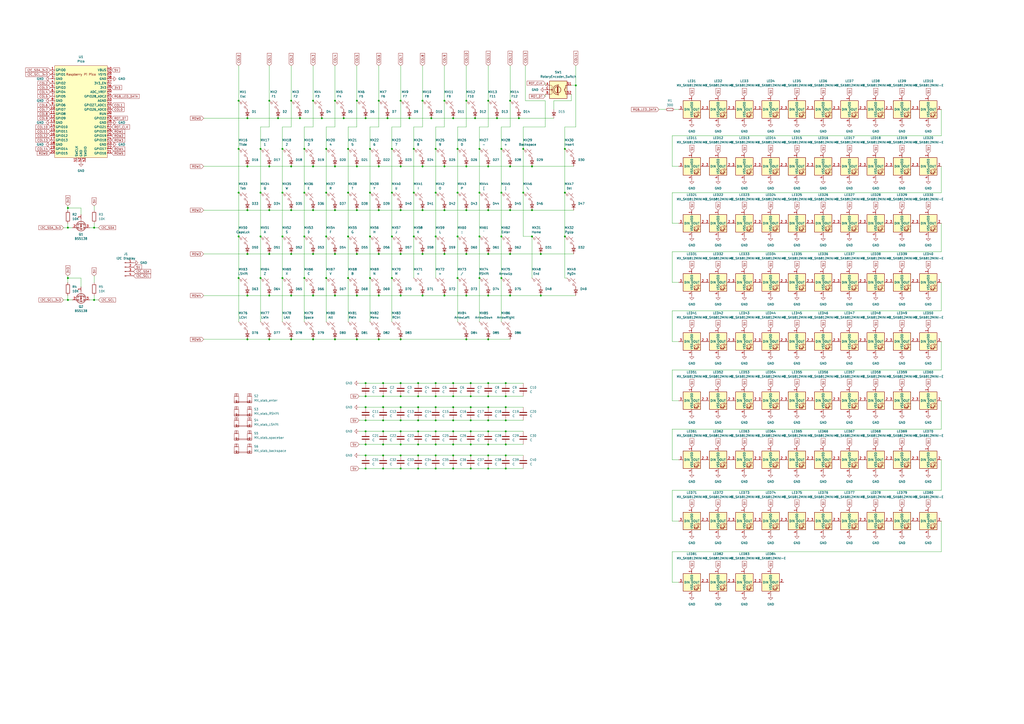
<source format=kicad_sch>
(kicad_sch (version 20230121) (generator eeschema)
  (paper "A2")
  (junction (at 156.21 147.32))
  (junction (at 176.53 86.36))
  (junction (at 283.21 196.85))
  (junction (at 334.01 49.53))
  (junction (at 313.69 147.32))
  (junction (at 219.71 171.45))
  (junction (at 303.53 111.76))
  (junction (at 252.73 222.25))
  (junction (at 151.13 137.16))
  (junction (at 227.33 137.16))
  (junction (at 257.81 147.32))
  (junction (at 295.91 121.92))
  (junction (at 168.91 121.92))
  (junction (at 199.39 68.58))
  (junction (at 257.81 58.42))
  (junction (at 168.91 96.52))
  (junction (at 257.81 121.92))
  (junction (at 242.57 229.87))
  (junction (at 138.43 86.36))
  (junction (at 262.89 222.25))
  (junction (at 214.63 111.76))
  (junction (at 252.73 137.16))
  (junction (at 232.41 250.19))
  (junction (at 270.51 96.52))
  (junction (at 290.83 161.29))
  (junction (at 270.51 121.92))
  (junction (at 232.41 243.84))
  (junction (at 151.13 86.36))
  (junction (at 283.21 58.42))
  (junction (at 222.25 222.25))
  (junction (at 308.61 137.16))
  (junction (at 39.37 120.65))
  (junction (at 222.25 243.84))
  (junction (at 173.99 68.58))
  (junction (at 273.05 264.16))
  (junction (at 219.71 147.32))
  (junction (at 143.51 68.58))
  (junction (at 283.21 243.84))
  (junction (at 181.61 147.32))
  (junction (at 295.91 171.45))
  (junction (at 327.66 137.16))
  (junction (at 265.43 111.76))
  (junction (at 242.57 271.78))
  (junction (at 156.21 171.45))
  (junction (at 273.05 229.87))
  (junction (at 245.11 58.42))
  (junction (at 290.83 137.16))
  (junction (at 262.89 243.84))
  (junction (at 273.05 250.19))
  (junction (at 245.11 96.52))
  (junction (at 242.57 222.25))
  (junction (at 293.37 250.19))
  (junction (at 275.59 68.58))
  (junction (at 293.37 243.84))
  (junction (at 227.33 161.29))
  (junction (at 278.13 161.29))
  (junction (at 283.21 271.78))
  (junction (at 207.01 196.85))
  (junction (at 201.93 137.16))
  (junction (at 283.21 229.87))
  (junction (at 232.41 271.78))
  (junction (at 219.71 196.85))
  (junction (at 283.21 257.81))
  (junction (at 194.31 147.32))
  (junction (at 278.13 111.76))
  (junction (at 194.31 96.52))
  (junction (at 283.21 222.25))
  (junction (at 168.91 147.32))
  (junction (at 232.41 96.52))
  (junction (at 262.89 264.16))
  (junction (at 293.37 222.25))
  (junction (at 232.41 264.16))
  (junction (at 207.01 171.45))
  (junction (at 212.09 236.22))
  (junction (at 242.57 236.22))
  (junction (at 245.11 121.92))
  (junction (at 278.13 137.16))
  (junction (at 232.41 171.45))
  (junction (at 245.11 147.32))
  (junction (at 214.63 137.16))
  (junction (at 252.73 229.87))
  (junction (at 290.83 111.76))
  (junction (at 214.63 86.36))
  (junction (at 163.83 86.36))
  (junction (at 245.11 171.45))
  (junction (at 293.37 236.22))
  (junction (at 207.01 58.42))
  (junction (at 176.53 161.29))
  (junction (at 201.93 161.29))
  (junction (at 212.09 229.87))
  (junction (at 181.61 121.92))
  (junction (at 168.91 196.85))
  (junction (at 252.73 111.76))
  (junction (at 300.99 68.58))
  (junction (at 273.05 222.25))
  (junction (at 257.81 171.45))
  (junction (at 295.91 147.32))
  (junction (at 242.57 264.16))
  (junction (at 290.83 86.36))
  (junction (at 186.69 68.58))
  (junction (at 252.73 236.22))
  (junction (at 240.03 137.16))
  (junction (at 222.25 236.22))
  (junction (at 252.73 250.19))
  (junction (at 189.23 137.16))
  (junction (at 176.53 111.76))
  (junction (at 237.49 68.58))
  (junction (at 194.31 121.92))
  (junction (at 143.51 96.52))
  (junction (at 156.21 58.42))
  (junction (at 232.41 58.42))
  (junction (at 176.53 137.16))
  (junction (at 143.51 171.45))
  (junction (at 262.89 271.78))
  (junction (at 138.43 161.29))
  (junction (at 262.89 229.87))
  (junction (at 194.31 196.85))
  (junction (at 273.05 271.78))
  (junction (at 181.61 171.45))
  (junction (at 138.43 111.76))
  (junction (at 138.43 137.16))
  (junction (at 283.21 96.52))
  (junction (at 270.51 171.45))
  (junction (at 212.09 264.16))
  (junction (at 242.57 250.19))
  (junction (at 161.29 68.58))
  (junction (at 212.09 271.78))
  (junction (at 212.09 257.81))
  (junction (at 181.61 196.85))
  (junction (at 270.51 147.32))
  (junction (at 252.73 264.16))
  (junction (at 227.33 111.76))
  (junction (at 232.41 222.25))
  (junction (at 262.89 250.19))
  (junction (at 219.71 96.52))
  (junction (at 232.41 229.87))
  (junction (at 232.41 147.32))
  (junction (at 242.57 257.81))
  (junction (at 240.03 86.36))
  (junction (at 283.21 264.16))
  (junction (at 163.83 137.16))
  (junction (at 283.21 147.32))
  (junction (at 232.41 121.92))
  (junction (at 252.73 257.81))
  (junction (at 257.81 96.52))
  (junction (at 283.21 236.22))
  (junction (at 295.91 96.52))
  (junction (at 143.51 121.92))
  (junction (at 151.13 161.29))
  (junction (at 262.89 68.58))
  (junction (at 265.43 161.29))
  (junction (at 189.23 161.29))
  (junction (at 222.25 271.78))
  (junction (at 313.69 171.45))
  (junction (at 283.21 121.92))
  (junction (at 283.21 171.45))
  (junction (at 219.71 121.92))
  (junction (at 240.03 111.76))
  (junction (at 212.09 222.25))
  (junction (at 194.31 171.45))
  (junction (at 252.73 86.36))
  (junction (at 232.41 257.81))
  (junction (at 250.19 68.58))
  (junction (at 262.89 257.81))
  (junction (at 194.31 58.42))
  (junction (at 288.29 68.58))
  (junction (at 168.91 58.42))
  (junction (at 163.83 161.29))
  (junction (at 189.23 111.76))
  (junction (at 181.61 96.52))
  (junction (at 156.21 196.85))
  (junction (at 265.43 137.16))
  (junction (at 156.21 121.92))
  (junction (at 207.01 96.52))
  (junction (at 138.43 58.42))
  (junction (at 242.57 243.84))
  (junction (at 224.79 68.58))
  (junction (at 222.25 229.87))
  (junction (at 39.37 173.99))
  (junction (at 252.73 243.84))
  (junction (at 273.05 257.81))
  (junction (at 151.13 111.76))
  (junction (at 207.01 121.92))
  (junction (at 54.61 132.08))
  (junction (at 273.05 236.22))
  (junction (at 252.73 271.78))
  (junction (at 156.21 96.52))
  (junction (at 54.61 173.99))
  (junction (at 303.53 86.36))
  (junction (at 219.71 58.42))
  (junction (at 214.63 161.29))
  (junction (at 181.61 58.42))
  (junction (at 308.61 96.52))
  (junction (at 143.51 196.85))
  (junction (at 293.37 271.78))
  (junction (at 265.43 86.36))
  (junction (at 293.37 229.87))
  (junction (at 262.89 236.22))
  (junction (at 163.83 111.76))
  (junction (at 222.25 250.19))
  (junction (at 273.05 243.84))
  (junction (at 327.66 86.36))
  (junction (at 232.41 196.85))
  (junction (at 295.91 58.42))
  (junction (at 283.21 250.19))
  (junction (at 232.41 236.22))
  (junction (at 39.37 132.08))
  (junction (at 212.09 250.19))
  (junction (at 222.25 264.16))
  (junction (at 293.37 264.16))
  (junction (at 207.01 147.32))
  (junction (at 278.13 86.36))
  (junction (at 189.23 86.36))
  (junction (at 212.09 243.84))
  (junction (at 227.33 86.36))
  (junction (at 308.61 121.92))
  (junction (at 201.93 86.36))
  (junction (at 212.09 68.58))
  (junction (at 293.37 257.81))
  (junction (at 270.51 196.85))
  (junction (at 201.93 111.76))
  (junction (at 222.25 257.81))
  (junction (at 168.91 171.45))
  (junction (at 327.66 111.76))
  (junction (at 270.51 58.42))
  (junction (at 39.37 161.29))
  (junction (at 143.51 147.32))
  (wire (pts (xy 257.81 38.1) (xy 257.81 58.42)))
  (wire (pts (xy 240.03 73.66) (xy 240.03 86.36)))
  (wire (pts (xy 283.21 96.52) (xy 295.91 96.52)))
  (wire (pts (xy 208.28 229.87) (xy 212.09 229.87)))
  (wire (pts (xy 201.93 161.29) (xy 201.93 186.69)))
  (wire (pts (xy 273.05 236.22) (xy 283.21 236.22)))
  (wire (pts (xy 331.47 58.42) (xy 321.31 58.42)))
  (wire (pts (xy 143.51 121.92) (xy 156.21 121.92)))
  (wire (pts (xy 283.21 257.81) (xy 293.37 257.81)))
  (wire (pts (xy 151.13 137.16) (xy 151.13 161.29)))
  (wire (pts (xy 168.91 171.45) (xy 181.61 171.45)))
  (wire (pts (xy 39.37 119.38) (xy 39.37 120.65)))
  (wire (pts (xy 151.13 73.66) (xy 151.13 86.36)))
  (wire (pts (xy 214.63 86.36) (xy 214.63 111.76)))
  (wire (pts (xy 546.1 284.48) (xy 389.89 284.48)))
  (wire (pts (xy 232.41 171.45) (xy 245.11 171.45)))
  (wire (pts (xy 327.66 86.36) (xy 327.66 111.76)))
  (wire (pts (xy 257.81 147.32) (xy 270.51 147.32)))
  (wire (pts (xy 300.99 68.58) (xy 321.31 68.58)))
  (wire (pts (xy 189.23 111.76) (xy 189.23 86.36)))
  (wire (pts (xy 303.53 111.76) (xy 303.53 137.16)))
  (wire (pts (xy 546.1 180.34) (xy 389.89 180.34)))
  (wire (pts (xy 52.07 132.08) (xy 54.61 132.08)))
  (wire (pts (xy 273.05 271.78) (xy 283.21 271.78)))
  (wire (pts (xy 118.11 68.58) (xy 143.51 68.58)))
  (wire (pts (xy 52.07 173.99) (xy 54.61 173.99)))
  (wire (pts (xy 242.57 243.84) (xy 252.73 243.84)))
  (wire (pts (xy 327.66 73.66) (xy 334.01 73.66)))
  (wire (pts (xy 389.89 78.74) (xy 389.89 96.52)))
  (wire (pts (xy 262.89 68.58) (xy 275.59 68.58)))
  (wire (pts (xy 208.28 222.25) (xy 212.09 222.25)))
  (wire (pts (xy 278.13 86.36) (xy 278.13 111.76)))
  (wire (pts (xy 240.03 86.36) (xy 240.03 111.76)))
  (wire (pts (xy 283.21 121.92) (xy 295.91 121.92)))
  (wire (pts (xy 252.73 229.87) (xy 262.89 229.87)))
  (wire (pts (xy 308.61 121.92) (xy 332.74 121.92)))
  (wire (pts (xy 214.63 73.66) (xy 219.71 73.66)))
  (wire (pts (xy 327.66 161.29) (xy 328.93 161.29)))
  (wire (pts (xy 252.73 243.84) (xy 262.89 243.84)))
  (wire (pts (xy 293.37 271.78) (xy 303.53 271.78)))
  (wire (pts (xy 331.47 54.61) (xy 331.47 58.42)))
  (wire (pts (xy 546.1 111.76) (xy 389.89 111.76)))
  (wire (pts (xy 270.51 73.66) (xy 265.43 73.66)))
  (wire (pts (xy 278.13 161.29) (xy 278.13 186.69)))
  (wire (pts (xy 293.37 250.19) (xy 303.53 250.19)))
  (wire (pts (xy 313.69 171.45) (xy 334.01 171.45)))
  (wire (pts (xy 275.59 68.58) (xy 288.29 68.58)))
  (wire (pts (xy 288.29 68.58) (xy 300.99 68.58)))
  (wire (pts (xy 389.89 320.04) (xy 389.89 337.82)))
  (wire (pts (xy 283.21 229.87) (xy 293.37 229.87)))
  (wire (pts (xy 242.57 250.19) (xy 252.73 250.19)))
  (wire (pts (xy 168.91 73.66) (xy 163.83 73.66)))
  (wire (pts (xy 290.83 161.29) (xy 290.83 186.69)))
  (wire (pts (xy 240.03 137.16) (xy 240.03 161.29)))
  (wire (pts (xy 194.31 196.85) (xy 207.01 196.85)))
  (wire (pts (xy 227.33 86.36) (xy 227.33 111.76)))
  (wire (pts (xy 245.11 171.45) (xy 257.81 171.45)))
  (wire (pts (xy 546.1 302.26) (xy 546.1 320.04)))
  (wire (pts (xy 201.93 111.76) (xy 201.93 137.16)))
  (wire (pts (xy 208.28 250.19) (xy 212.09 250.19)))
  (wire (pts (xy 278.13 137.16) (xy 278.13 161.29)))
  (wire (pts (xy 212.09 250.19) (xy 222.25 250.19)))
  (wire (pts (xy 222.25 229.87) (xy 232.41 229.87)))
  (wire (pts (xy 194.31 96.52) (xy 207.01 96.52)))
  (wire (pts (xy 219.71 147.32) (xy 232.41 147.32)))
  (wire (pts (xy 283.21 250.19) (xy 293.37 250.19)))
  (wire (pts (xy 39.37 161.29) (xy 39.37 163.83)))
  (wire (pts (xy 389.89 284.48) (xy 389.89 302.26)))
  (wire (pts (xy 273.05 257.81) (xy 283.21 257.81)))
  (wire (pts (xy 273.05 243.84) (xy 283.21 243.84)))
  (wire (pts (xy 36.83 173.99) (xy 39.37 173.99)))
  (wire (pts (xy 54.61 160.02) (xy 54.61 163.83)))
  (wire (pts (xy 252.73 86.36) (xy 252.73 111.76)))
  (wire (pts (xy 245.11 96.52) (xy 257.81 96.52)))
  (wire (pts (xy 39.37 120.65) (xy 39.37 121.92)))
  (wire (pts (xy 303.53 73.66) (xy 303.53 86.36)))
  (wire (pts (xy 227.33 137.16) (xy 227.33 161.29)))
  (wire (pts (xy 214.63 137.16) (xy 214.63 161.29)))
  (wire (pts (xy 389.89 302.26) (xy 393.7 302.26)))
  (wire (pts (xy 163.83 86.36) (xy 163.83 111.76)))
  (wire (pts (xy 257.81 58.42) (xy 257.81 73.66)))
  (wire (pts (xy 156.21 73.66) (xy 151.13 73.66)))
  (wire (pts (xy 181.61 196.85) (xy 194.31 196.85)))
  (wire (pts (xy 270.51 58.42) (xy 270.51 73.66)))
  (wire (pts (xy 283.21 171.45) (xy 295.91 171.45)))
  (wire (pts (xy 54.61 129.54) (xy 54.61 132.08)))
  (wire (pts (xy 304.8 58.42) (xy 316.23 58.42)))
  (wire (pts (xy 208.28 257.81) (xy 212.09 257.81)))
  (wire (pts (xy 546.1 163.83) (xy 546.1 180.34)))
  (wire (pts (xy 265.43 111.76) (xy 265.43 137.16)))
  (wire (pts (xy 327.66 137.16) (xy 327.66 161.29)))
  (wire (pts (xy 232.41 229.87) (xy 242.57 229.87)))
  (wire (pts (xy 118.11 196.85) (xy 143.51 196.85)))
  (wire (pts (xy 143.51 196.85) (xy 156.21 196.85)))
  (wire (pts (xy 389.89 180.34) (xy 389.89 198.12)))
  (wire (pts (xy 194.31 73.66) (xy 194.31 58.42)))
  (wire (pts (xy 39.37 173.99) (xy 41.91 173.99)))
  (wire (pts (xy 389.89 198.12) (xy 393.7 198.12)))
  (wire (pts (xy 262.89 257.81) (xy 273.05 257.81)))
  (wire (pts (xy 118.11 121.92) (xy 143.51 121.92)))
  (wire (pts (xy 156.21 38.1) (xy 156.21 58.42)))
  (wire (pts (xy 295.91 121.92) (xy 308.61 121.92)))
  (wire (pts (xy 283.21 73.66) (xy 283.21 58.42)))
  (wire (pts (xy 163.83 111.76) (xy 163.83 137.16)))
  (wire (pts (xy 334.01 73.66) (xy 334.01 49.53)))
  (wire (pts (xy 222.25 250.19) (xy 232.41 250.19)))
  (wire (pts (xy 237.49 68.58) (xy 250.19 68.58)))
  (wire (pts (xy 232.41 38.1) (xy 232.41 58.42)))
  (wire (pts (xy 270.51 147.32) (xy 283.21 147.32)))
  (wire (pts (xy 278.13 73.66) (xy 283.21 73.66)))
  (wire (pts (xy 265.43 73.66) (xy 265.43 86.36)))
  (wire (pts (xy 283.21 243.84) (xy 293.37 243.84)))
  (wire (pts (xy 327.66 111.76) (xy 327.66 137.16)))
  (wire (pts (xy 232.41 243.84) (xy 242.57 243.84)))
  (wire (pts (xy 232.41 147.32) (xy 245.11 147.32)))
  (wire (pts (xy 214.63 86.36) (xy 214.63 73.66)))
  (wire (pts (xy 389.89 163.83) (xy 393.7 163.83)))
  (wire (pts (xy 181.61 147.32) (xy 194.31 147.32)))
  (wire (pts (xy 308.61 96.52) (xy 332.74 96.52)))
  (wire (pts (xy 224.79 68.58) (xy 237.49 68.58)))
  (wire (pts (xy 222.25 264.16) (xy 232.41 264.16)))
  (wire (pts (xy 270.51 96.52) (xy 283.21 96.52)))
  (wire (pts (xy 389.89 248.92) (xy 389.89 266.7)))
  (wire (pts (xy 334.01 49.53) (xy 334.01 38.1)))
  (wire (pts (xy 46.99 120.65) (xy 39.37 120.65)))
  (wire (pts (xy 283.21 196.85) (xy 295.91 196.85)))
  (wire (pts (xy 207.01 58.42) (xy 207.01 73.66)))
  (wire (pts (xy 262.89 264.16) (xy 273.05 264.16)))
  (wire (pts (xy 176.53 111.76) (xy 176.53 137.16)))
  (wire (pts (xy 252.73 257.81) (xy 262.89 257.81)))
  (wire (pts (xy 212.09 236.22) (xy 222.25 236.22)))
  (wire (pts (xy 240.03 111.76) (xy 240.03 137.16)))
  (wire (pts (xy 118.11 147.32) (xy 143.51 147.32)))
  (wire (pts (xy 176.53 86.36) (xy 176.53 111.76)))
  (wire (pts (xy 156.21 171.45) (xy 168.91 171.45)))
  (wire (pts (xy 156.21 121.92) (xy 168.91 121.92)))
  (wire (pts (xy 138.43 161.29) (xy 138.43 186.69)))
  (wire (pts (xy 156.21 147.32) (xy 168.91 147.32)))
  (wire (pts (xy 290.83 86.36) (xy 290.83 111.76)))
  (wire (pts (xy 201.93 86.36) (xy 201.93 111.76)))
  (wire (pts (xy 316.23 73.66) (xy 303.53 73.66)))
  (wire (pts (xy 242.57 264.16) (xy 252.73 264.16)))
  (wire (pts (xy 168.91 38.1) (xy 168.91 58.42)))
  (wire (pts (xy 293.37 243.84) (xy 303.53 243.84)))
  (wire (pts (xy 232.41 236.22) (xy 242.57 236.22)))
  (wire (pts (xy 389.89 111.76) (xy 389.89 129.54)))
  (wire (pts (xy 189.23 73.66) (xy 194.31 73.66)))
  (wire (pts (xy 257.81 171.45) (xy 270.51 171.45)))
  (wire (pts (xy 39.37 132.08) (xy 41.91 132.08)))
  (wire (pts (xy 181.61 38.1) (xy 181.61 58.42)))
  (wire (pts (xy 212.09 68.58) (xy 224.79 68.58)))
  (wire (pts (xy 208.28 264.16) (xy 212.09 264.16)))
  (wire (pts (xy 227.33 73.66) (xy 227.33 86.36)))
  (wire (pts (xy 270.51 121.92) (xy 283.21 121.92)))
  (wire (pts (xy 232.41 271.78) (xy 242.57 271.78)))
  (wire (pts (xy 382.27 63.5) (xy 386.08 63.5)))
  (wire (pts (xy 54.61 171.45) (xy 54.61 173.99)))
  (wire (pts (xy 118.11 96.52) (xy 143.51 96.52)))
  (wire (pts (xy 176.53 161.29) (xy 176.53 186.69)))
  (wire (pts (xy 207.01 121.92) (xy 219.71 121.92)))
  (wire (pts (xy 39.37 160.02) (xy 39.37 161.29)))
  (wire (pts (xy 168.91 196.85) (xy 181.61 196.85)))
  (wire (pts (xy 207.01 147.32) (xy 219.71 147.32)))
  (wire (pts (xy 546.1 146.05) (xy 389.89 146.05)))
  (wire (pts (xy 313.69 147.32) (xy 332.74 147.32)))
  (wire (pts (xy 262.89 243.84) (xy 273.05 243.84)))
  (wire (pts (xy 207.01 171.45) (xy 219.71 171.45)))
  (wire (pts (xy 546.1 248.92) (xy 389.89 248.92)))
  (wire (pts (xy 194.31 121.92) (xy 207.01 121.92)))
  (wire (pts (xy 252.73 222.25) (xy 262.89 222.25)))
  (wire (pts (xy 273.05 229.87) (xy 283.21 229.87)))
  (wire (pts (xy 290.83 111.76) (xy 290.83 137.16)))
  (wire (pts (xy 546.1 63.5) (xy 546.1 78.74)))
  (wire (pts (xy 176.53 137.16) (xy 176.53 161.29)))
  (wire (pts (xy 208.28 236.22) (xy 212.09 236.22)))
  (wire (pts (xy 163.83 73.66) (xy 163.83 86.36)))
  (wire (pts (xy 293.37 264.16) (xy 303.53 264.16)))
  (wire (pts (xy 138.43 38.1) (xy 138.43 58.42)))
  (wire (pts (xy 327.66 86.36) (xy 327.66 73.66)))
  (wire (pts (xy 189.23 161.29) (xy 189.23 137.16)))
  (wire (pts (xy 293.37 229.87) (xy 303.53 229.87)))
  (wire (pts (xy 46.99 161.29) (xy 39.37 161.29)))
  (wire (pts (xy 295.91 96.52) (xy 308.61 96.52)))
  (wire (pts (xy 163.83 161.29) (xy 163.83 186.69)))
  (wire (pts (xy 283.21 147.32) (xy 295.91 147.32)))
  (wire (pts (xy 194.31 171.45) (xy 207.01 171.45)))
  (wire (pts (xy 283.21 236.22) (xy 293.37 236.22)))
  (wire (pts (xy 151.13 111.76) (xy 151.13 137.16)))
  (wire (pts (xy 219.71 121.92) (xy 232.41 121.92)))
  (wire (pts (xy 389.89 337.82) (xy 393.7 337.82)))
  (wire (pts (xy 389.89 266.7) (xy 393.7 266.7)))
  (wire (pts (xy 283.21 271.78) (xy 293.37 271.78)))
  (wire (pts (xy 138.43 86.36) (xy 138.43 111.76)))
  (wire (pts (xy 54.61 119.38) (xy 54.61 121.92)))
  (wire (pts (xy 168.91 147.32) (xy 181.61 147.32)))
  (wire (pts (xy 273.05 250.19) (xy 283.21 250.19)))
  (wire (pts (xy 308.61 137.16) (xy 308.61 161.29)))
  (wire (pts (xy 250.19 68.58) (xy 262.89 68.58)))
  (wire (pts (xy 283.21 222.25) (xy 293.37 222.25)))
  (wire (pts (xy 546.1 266.7) (xy 546.1 284.48)))
  (wire (pts (xy 222.25 271.78) (xy 232.41 271.78)))
  (wire (pts (xy 546.1 129.54) (xy 546.1 146.05)))
  (wire (pts (xy 252.73 236.22) (xy 262.89 236.22)))
  (wire (pts (xy 303.53 137.16) (xy 308.61 137.16)))
  (wire (pts (xy 39.37 171.45) (xy 39.37 173.99)))
  (wire (pts (xy 240.03 73.66) (xy 245.11 73.66)))
  (wire (pts (xy 222.25 222.25) (xy 232.41 222.25)))
  (wire (pts (xy 212.09 222.25) (xy 222.25 222.25)))
  (wire (pts (xy 321.31 58.42) (xy 321.31 63.5)))
  (wire (pts (xy 189.23 137.16) (xy 189.23 111.76)))
  (wire (pts (xy 138.43 111.76) (xy 138.43 137.16)))
  (wire (pts (xy 252.73 73.66) (xy 252.73 86.36)))
  (wire (pts (xy 143.51 171.45) (xy 156.21 171.45)))
  (wire (pts (xy 54.61 132.08) (xy 57.15 132.08)))
  (wire (pts (xy 293.37 257.81) (xy 303.53 257.81)))
  (wire (pts (xy 262.89 250.19) (xy 273.05 250.19)))
  (wire (pts (xy 138.43 137.16) (xy 138.43 161.29)))
  (wire (pts (xy 151.13 161.29) (xy 151.13 186.69)))
  (wire (pts (xy 252.73 264.16) (xy 262.89 264.16)))
  (wire (pts (xy 232.41 73.66) (xy 227.33 73.66)))
  (wire (pts (xy 295.91 58.42) (xy 295.91 73.66)))
  (wire (pts (xy 176.53 73.66) (xy 176.53 86.36)))
  (wire (pts (xy 270.51 171.45) (xy 283.21 171.45)))
  (wire (pts (xy 143.51 96.52) (xy 156.21 96.52)))
  (wire (pts (xy 262.89 271.78) (xy 273.05 271.78)))
  (wire (pts (xy 303.53 86.36) (xy 303.53 111.76)))
  (wire (pts (xy 168.91 58.42) (xy 168.91 73.66)))
  (wire (pts (xy 232.41 196.85) (xy 270.51 196.85)))
  (wire (pts (xy 304.8 38.1) (xy 304.8 58.42)))
  (wire (pts (xy 189.23 86.36) (xy 189.23 73.66)))
  (wire (pts (xy 219.71 96.52) (xy 232.41 96.52)))
  (wire (pts (xy 389.89 96.52) (xy 393.7 96.52)))
  (wire (pts (xy 389.89 214.63) (xy 389.89 232.41)))
  (wire (pts (xy 219.71 171.45) (xy 232.41 171.45)))
  (wire (pts (xy 242.57 271.78) (xy 252.73 271.78)))
  (wire (pts (xy 546.1 96.52) (xy 546.1 111.76)))
  (wire (pts (xy 265.43 161.29) (xy 265.43 186.69)))
  (wire (pts (xy 389.89 129.54) (xy 393.7 129.54)))
  (wire (pts (xy 245.11 58.42) (xy 245.11 73.66)))
  (wire (pts (xy 212.09 243.84) (xy 222.25 243.84)))
  (wire (pts (xy 207.01 96.52) (xy 219.71 96.52)))
  (wire (pts (xy 546.1 78.74) (xy 389.89 78.74)))
  (wire (pts (xy 219.71 196.85) (xy 232.41 196.85)))
  (wire (pts (xy 252.73 111.76) (xy 252.73 137.16)))
  (wire (pts (xy 257.81 96.52) (xy 270.51 96.52)))
  (wire (pts (xy 273.05 222.25) (xy 283.21 222.25)))
  (wire (pts (xy 227.33 161.29) (xy 227.33 186.69)))
  (wire (pts (xy 262.89 236.22) (xy 273.05 236.22)))
  (wire (pts (xy 273.05 264.16) (xy 283.21 264.16)))
  (wire (pts (xy 173.99 68.58) (xy 186.69 68.58)))
  (wire (pts (xy 168.91 121.92) (xy 181.61 121.92)))
  (wire (pts (xy 207.01 38.1) (xy 207.01 58.42)))
  (wire (pts (xy 227.33 111.76) (xy 227.33 137.16)))
  (wire (pts (xy 168.91 96.52) (xy 181.61 96.52)))
  (wire (pts (xy 391.16 63.5) (xy 393.7 63.5)))
  (wire (pts (xy 242.57 257.81) (xy 252.73 257.81)))
  (wire (pts (xy 242.57 236.22) (xy 252.73 236.22)))
  (wire (pts (xy 270.51 196.85) (xy 283.21 196.85)))
  (wire (pts (xy 214.63 161.29) (xy 214.63 186.69)))
  (wire (pts (xy 232.41 257.81) (xy 242.57 257.81)))
  (wire (pts (xy 389.89 232.41) (xy 393.7 232.41)))
  (wire (pts (xy 278.13 86.36) (xy 278.13 73.66)))
  (wire (pts (xy 316.23 48.26) (xy 316.23 49.53)))
  (wire (pts (xy 199.39 68.58) (xy 212.09 68.58)))
  (wire (pts (xy 316.23 58.42) (xy 316.23 73.66)))
  (wire (pts (xy 245.11 147.32) (xy 257.81 147.32)))
  (wire (pts (xy 252.73 250.19) (xy 262.89 250.19)))
  (wire (pts (xy 201.93 137.16) (xy 201.93 161.29)))
  (wire (pts (xy 46.99 166.37) (xy 46.99 161.29)))
  (wire (pts (xy 46.99 124.46) (xy 46.99 120.65)))
  (wire (pts (xy 295.91 38.1) (xy 295.91 58.42)))
  (wire (pts (xy 212.09 229.87) (xy 222.25 229.87)))
  (wire (pts (xy 290.83 73.66) (xy 290.83 86.36)))
  (wire (pts (xy 293.37 222.25) (xy 303.53 222.25)))
  (wire (pts (xy 245.11 121.92) (xy 257.81 121.92)))
  (wire (pts (xy 143.51 147.32) (xy 156.21 147.32)))
  (wire (pts (xy 252.73 271.78) (xy 262.89 271.78)))
  (wire (pts (xy 181.61 171.45) (xy 194.31 171.45)))
  (wire (pts (xy 118.11 171.45) (xy 143.51 171.45)))
  (wire (pts (xy 181.61 121.92) (xy 194.31 121.92)))
  (wire (pts (xy 270.51 38.1) (xy 270.51 58.42)))
  (wire (pts (xy 232.41 222.25) (xy 242.57 222.25)))
  (wire (pts (xy 290.83 137.16) (xy 290.83 161.29)))
  (wire (pts (xy 212.09 271.78) (xy 222.25 271.78)))
  (wire (pts (xy 212.09 257.81) (xy 222.25 257.81)))
  (wire (pts (xy 245.11 38.1) (xy 245.11 58.42)))
  (wire (pts (xy 257.81 121.92) (xy 270.51 121.92)))
  (wire (pts (xy 207.01 196.85) (xy 219.71 196.85)))
  (wire (pts (xy 186.69 68.58) (xy 199.39 68.58)))
  (wire (pts (xy 546.1 232.41) (xy 546.1 248.92)))
  (wire (pts (xy 39.37 129.54) (xy 39.37 132.08)))
  (wire (pts (xy 232.41 96.52) (xy 245.11 96.52)))
  (wire (pts (xy 295.91 171.45) (xy 313.69 171.45)))
  (wire (pts (xy 265.43 137.16) (xy 265.43 161.29)))
  (wire (pts (xy 232.41 58.42) (xy 232.41 73.66)))
  (wire (pts (xy 214.63 111.76) (xy 214.63 137.16)))
  (wire (pts (xy 316.23 54.61) (xy 316.23 55.88)))
  (wire (pts (xy 546.1 198.12) (xy 546.1 214.63)))
  (wire (pts (xy 222.25 257.81) (xy 232.41 257.81)))
  (wire (pts (xy 242.57 222.25) (xy 252.73 222.25)))
  (wire (pts (xy 219.71 73.66) (xy 219.71 58.42)))
  (wire (pts (xy 181.61 73.66) (xy 176.53 73.66)))
  (wire (pts (xy 265.43 86.36) (xy 265.43 111.76)))
  (wire (pts (xy 181.61 96.52) (xy 194.31 96.52)))
  (wire (pts (xy 219.71 38.1) (xy 219.71 58.42)))
  (wire (pts (xy 278.13 111.76) (xy 278.13 137.16)))
  (wire (pts (xy 331.47 49.53) (xy 334.01 49.53)))
  (wire (pts (xy 262.89 229.87) (xy 273.05 229.87)))
  (wire (pts (xy 156.21 58.42) (xy 156.21 73.66)))
  (wire (pts (xy 283.21 58.42) (xy 283.21 38.1)))
  (wire (pts (xy 208.28 271.78) (xy 212.09 271.78)))
  (wire (pts (xy 242.57 229.87) (xy 252.73 229.87)))
  (wire (pts (xy 293.37 236.22) (xy 303.53 236.22)))
  (wire (pts (xy 161.29 68.58) (xy 173.99 68.58)))
  (wire (pts (xy 222.25 243.84) (xy 232.41 243.84)))
  (wire (pts (xy 54.61 173.99) (xy 57.15 173.99)))
  (wire (pts (xy 212.09 264.16) (xy 222.25 264.16)))
  (wire (pts (xy 232.41 264.16) (xy 242.57 264.16)))
  (wire (pts (xy 207.01 73.66) (xy 201.93 73.66)))
  (wire (pts (xy 262.89 222.25) (xy 273.05 222.25)))
  (wire (pts (xy 194.31 38.1) (xy 194.31 58.42)))
  (wire (pts (xy 194.31 147.32) (xy 207.01 147.32)))
  (wire (pts (xy 181.61 58.42) (xy 181.61 73.66)))
  (wire (pts (xy 156.21 196.85) (xy 168.91 196.85)))
  (wire (pts (xy 151.13 86.36) (xy 151.13 111.76)))
  (wire (pts (xy 163.83 137.16) (xy 163.83 161.29)))
  (wire (pts (xy 208.28 243.84) (xy 212.09 243.84)))
  (wire (pts (xy 189.23 186.69) (xy 189.23 161.29)))
  (wire (pts (xy 295.91 73.66) (xy 290.83 73.66)))
  (wire (pts (xy 232.41 121.92) (xy 245.11 121.92)))
  (wire (pts (xy 222.25 236.22) (xy 232.41 236.22)))
  (wire (pts (xy 138.43 58.42) (xy 138.43 86.36)))
  (wire (pts (xy 389.89 146.05) (xy 389.89 163.83)))
  (wire (pts (xy 232.41 250.19) (xy 242.57 250.19)))
  (wire (pts (xy 252.73 73.66) (xy 257.81 73.66)))
  (wire (pts (xy 36.83 132.08) (xy 39.37 132.08)))
  (wire (pts (xy 283.21 264.16) (xy 293.37 264.16)))
  (wire (pts (xy 252.73 137.16) (xy 252.73 161.29)))
  (wire (pts (xy 295.91 147.32) (xy 313.69 147.32)))
  (wire (pts (xy 156.21 96.52) (xy 168.91 96.52)))
  (wire (pts (xy 143.51 68.58) (xy 161.29 68.58)))
  (wire (pts (xy 546.1 214.63) (xy 389.89 214.63)))
  (wire (pts (xy 546.1 320.04) (xy 389.89 320.04)))
  (wire (pts (xy 201.93 73.66) (xy 201.93 86.36)))
  (global_label "COL9" (shape input) (at 257.81 38.1 90) (property "Intersheetrefs" "${INTERSHEET_REFS}" (effects hide)))
  (global_label "I2C_SCL" (shape input) (at 77.47 160.02 0) (property "Intersheetrefs" "${INTERSHEET_REFS}" (effects hide)))
  (global_label "ROW3" (shape input) (at 64.77 81.28 0) (property "Intersheetrefs" "${INTERSHEET_REFS}" (effects hide)))
  (global_label "5V" (shape input) (at 447.04 190.5 90) (property "Intersheetrefs" "${INTERSHEET_REFS}" (effects hide)))
  (global_label "RGB_LED_DATA" (shape input) (at 64.77 55.88 0) (property "Intersheetrefs" "${INTERSHEET_REFS}" (effects hide)))
  (global_label "ROW2" (shape input) (at 118.11 121.92 180) (property "Intersheetrefs" "${INTERSHEET_REFS}" (effects hide)))
  (global_label "5V" (shape input) (at 416.56 156.21 90) (property "Intersheetrefs" "${INTERSHEET_REFS}" (effects hide)))
  (global_label "5V" (shape input) (at 447.04 55.88 90) (property "Intersheetrefs" "${INTERSHEET_REFS}" (effects hide)))
  (global_label "3V3" (shape input) (at 39.37 119.38 90) (property "Intersheetrefs" "${INTERSHEET_REFS}" (effects hide)))
  (global_label "5V" (shape input) (at 208.28 271.78 180) (property "Intersheetrefs" "${INTERSHEET_REFS}" (effects hide)))
  (global_label "5V" (shape input) (at 538.48 294.64 90) (property "Intersheetrefs" "${INTERSHEET_REFS}" (effects hide)))
  (global_label "5V" (shape input) (at 431.8 190.5 90) (property "Intersheetrefs" "${INTERSHEET_REFS}" (effects hide)))
  (global_label "COL8" (shape input) (at 245.11 38.1 90) (property "Intersheetrefs" "${INTERSHEET_REFS}" (effects hide)))
  (global_label "COL12" (shape input) (at 295.91 38.1 90) (property "Intersheetrefs" "${INTERSHEET_REFS}" (effects hide)))
  (global_label "COL1" (shape input) (at 156.21 38.1 90) (property "Intersheetrefs" "${INTERSHEET_REFS}" (effects hide)))
  (global_label "5V" (shape input) (at 538.48 224.79 90) (property "Intersheetrefs" "${INTERSHEET_REFS}" (effects hide)))
  (global_label "5V" (shape input) (at 401.32 294.64 90) (property "Intersheetrefs" "${INTERSHEET_REFS}" (effects hide)))
  (global_label "5V" (shape input) (at 523.24 121.92 90) (property "Intersheetrefs" "${INTERSHEET_REFS}" (effects hide)))
  (global_label "5V" (shape input) (at 447.04 224.79 90) (property "Intersheetrefs" "${INTERSHEET_REFS}" (effects hide)))
  (global_label "5V" (shape input) (at 447.04 88.9 90) (property "Intersheetrefs" "${INTERSHEET_REFS}" (effects hide)))
  (global_label "I2C_SDA_3v3" (shape input) (at 29.21 40.64 180) (property "Intersheetrefs" "${INTERSHEET_REFS}" (effects hide)))
  (global_label "I2C_SCL_3v3" (shape input) (at 36.83 173.99 180) (property "Intersheetrefs" "${INTERSHEET_REFS}" (effects hide)))
  (global_label "ROT_CLK" (shape input) (at 64.77 73.66 0) (property "Intersheetrefs" "${INTERSHEET_REFS}" (effects hide)))
  (global_label "5V" (shape input) (at 523.24 190.5 90) (property "Intersheetrefs" "${INTERSHEET_REFS}" (effects hide)))
  (global_label "5V" (shape input) (at 401.32 55.88 90) (property "Intersheetrefs" "${INTERSHEET_REFS}" (effects hide)))
  (global_label "5V" (shape input) (at 523.24 259.08 90) (property "Intersheetrefs" "${INTERSHEET_REFS}" (effects hide)))
  (global_label "COL10" (shape input) (at 29.21 73.66 180) (property "Intersheetrefs" "${INTERSHEET_REFS}" (effects hide)))
  (global_label "5V" (shape input) (at 416.56 190.5 90) (property "Intersheetrefs" "${INTERSHEET_REFS}" (effects hide)))
  (global_label "5V" (shape input) (at 492.76 190.5 90) (property "Intersheetrefs" "${INTERSHEET_REFS}" (effects hide)))
  (global_label "5V" (shape input) (at 447.04 330.2 90) (property "Intersheetrefs" "${INTERSHEET_REFS}" (effects hide)))
  (global_label "5V" (shape input) (at 508 224.79 90) (property "Intersheetrefs" "${INTERSHEET_REFS}" (effects hide)))
  (global_label "5V" (shape input) (at 477.52 156.21 90) (property "Intersheetrefs" "${INTERSHEET_REFS}" (effects hide)))
  (global_label "COL10" (shape input) (at 270.51 38.1 90) (property "Intersheetrefs" "${INTERSHEET_REFS}" (effects hide)))
  (global_label "5V" (shape input) (at 401.32 259.08 90) (property "Intersheetrefs" "${INTERSHEET_REFS}" (effects hide)))
  (global_label "5V" (shape input) (at 477.52 55.88 90) (property "Intersheetrefs" "${INTERSHEET_REFS}" (effects hide)))
  (global_label "5V" (shape input) (at 416.56 259.08 90) (property "Intersheetrefs" "${INTERSHEET_REFS}" (effects hide)))
  (global_label "5V" (shape input) (at 492.76 294.64 90) (property "Intersheetrefs" "${INTERSHEET_REFS}" (effects hide)))
  (global_label "ROW3" (shape input) (at 118.11 147.32 180) (property "Intersheetrefs" "${INTERSHEET_REFS}" (effects hide)))
  (global_label "5V" (shape input) (at 538.48 156.21 90) (property "Intersheetrefs" "${INTERSHEET_REFS}" (effects hide)))
  (global_label "ROT_DT" (shape input) (at 316.23 55.88 180) (property "Intersheetrefs" "${INTERSHEET_REFS}" (effects hide)))
  (global_label "COL3" (shape input) (at 181.61 38.1 90) (property "Intersheetrefs" "${INTERSHEET_REFS}" (effects hide)))
  (global_label "COL8" (shape input) (at 29.21 66.04 180) (property "Intersheetrefs" "${INTERSHEET_REFS}" (effects hide)))
  (global_label "5V" (shape input) (at 508 88.9 90) (property "Intersheetrefs" "${INTERSHEET_REFS}" (effects hide)))
  (global_label "COL2" (shape input) (at 29.21 48.26 180) (property "Intersheetrefs" "${INTERSHEET_REFS}" (effects hide)))
  (global_label "COL13" (shape input) (at 304.8 38.1 90) (property "Intersheetrefs" "${INTERSHEET_REFS}" (effects hide)))
  (global_label "5V" (shape input) (at 477.52 224.79 90) (property "Intersheetrefs" "${INTERSHEET_REFS}" (effects hide)))
  (global_label "ROW4" (shape input) (at 64.77 86.36 0) (property "Intersheetrefs" "${INTERSHEET_REFS}" (effects hide)))
  (global_label "5V" (shape input) (at 431.8 259.08 90) (property "Intersheetrefs" "${INTERSHEET_REFS}" (effects hide)))
  (global_label "ROW4" (shape input) (at 118.11 171.45 180) (property "Intersheetrefs" "${INTERSHEET_REFS}" (effects hide)))
  (global_label "5V" (shape input) (at 462.28 156.21 90) (property "Intersheetrefs" "${INTERSHEET_REFS}" (effects hide)))
  (global_label "5V" (shape input) (at 401.32 121.92 90) (property "Intersheetrefs" "${INTERSHEET_REFS}" (effects hide)))
  (global_label "5V" (shape input) (at 462.28 121.92 90) (property "Intersheetrefs" "${INTERSHEET_REFS}" (effects hide)))
  (global_label "5V" (shape input) (at 431.8 224.79 90) (property "Intersheetrefs" "${INTERSHEET_REFS}" (effects hide)))
  (global_label "5V" (shape input) (at 462.28 88.9 90) (property "Intersheetrefs" "${INTERSHEET_REFS}" (effects hide)))
  (global_label "5V" (shape input) (at 447.04 121.92 90) (property "Intersheetrefs" "${INTERSHEET_REFS}" (effects hide)))
  (global_label "5V" (shape input) (at 208.28 229.87 180) (property "Intersheetrefs" "${INTERSHEET_REFS}" (effects hide)))
  (global_label "RGB_LED_DATA" (shape input) (at 382.27 63.5 180) (property "Intersheetrefs" "${INTERSHEET_REFS}" (effects hide)))
  (global_label "5V" (shape input) (at 508 259.08 90) (property "Intersheetrefs" "${INTERSHEET_REFS}" (effects hide)))
  (global_label "I2C_SCL_3v3" (shape input) (at 29.21 43.18 180) (property "Intersheetrefs" "${INTERSHEET_REFS}" (effects hide)))
  (global_label "COL1" (shape input) (at 64.77 60.96 0) (property "Intersheetrefs" "${INTERSHEET_REFS}" (effects hide)))
  (global_label "COL9" (shape input) (at 29.21 68.58 180) (property "Intersheetrefs" "${INTERSHEET_REFS}" (effects hide)))
  (global_label "5V" (shape input) (at 492.76 88.9 90) (property "Intersheetrefs" "${INTERSHEET_REFS}" (effects hide)))
  (global_label "5V" (shape input) (at 447.04 156.21 90) (property "Intersheetrefs" "${INTERSHEET_REFS}" (effects hide)))
  (global_label "I2C_SDA_3v3" (shape input) (at 36.83 132.08 180) (property "Intersheetrefs" "${INTERSHEET_REFS}" (effects hide)))
  (global_label "5V" (shape input) (at 523.24 224.79 90) (property "Intersheetrefs" "${INTERSHEET_REFS}" (effects hide)))
  (global_label "COL12" (shape input) (at 29.21 78.74 180) (property "Intersheetrefs" "${INTERSHEET_REFS}" (effects hide)))
  (global_label "5V" (shape input) (at 416.56 224.79 90) (property "Intersheetrefs" "${INTERSHEET_REFS}" (effects hide)))
  (global_label "5V" (shape input) (at 54.61 160.02 90) (property "Intersheetrefs" "${INTERSHEET_REFS}" (effects hide)))
  (global_label "5V" (shape input) (at 77.47 154.94 0) (property "Intersheetrefs" "${INTERSHEET_REFS}" (effects hide)))
  (global_label "5V" (shape input) (at 54.61 119.38 90) (property "Intersheetrefs" "${INTERSHEET_REFS}" (effects hide)))
  (global_label "5V" (shape input) (at 508 55.88 90) (property "Intersheetrefs" "${INTERSHEET_REFS}" (effects hide)))
  (global_label "ROW1" (shape input) (at 64.77 76.2 0) (property "Intersheetrefs" "${INTERSHEET_REFS}" (effects hide)))
  (global_label "3V3" (shape input) (at 39.37 160.02 90) (property "Intersheetrefs" "${INTERSHEET_REFS}" (effects hide)))
  (global_label "5V" (shape input) (at 208.28 243.84 180) (property "Intersheetrefs" "${INTERSHEET_REFS}" (effects hide)))
  (global_label "5V" (shape input) (at 492.76 121.92 90) (property "Intersheetrefs" "${INTERSHEET_REFS}" (effects hide)))
  (global_label "5V" (shape input) (at 492.76 55.88 90) (property "Intersheetrefs" "${INTERSHEET_REFS}" (effects hide)))
  (global_label "5V" (shape input) (at 492.76 259.08 90) (property "Intersheetrefs" "${INTERSHEET_REFS}" (effects hide)))
  (global_label "COL11" (shape input) (at 283.21 38.1 90) (property "Intersheetrefs" "${INTERSHEET_REFS}" (effects hide)))
  (global_label "5V" (shape input) (at 523.24 55.88 90) (property "Intersheetrefs" "${INTERSHEET_REFS}" (effects hide)))
  (global_label "COL11" (shape input) (at 29.21 76.2 180) (property "Intersheetrefs" "${INTERSHEET_REFS}" (effects hide)))
  (global_label "COL5" (shape input) (at 207.01 38.1 90) (property "Intersheetrefs" "${INTERSHEET_REFS}" (effects hide)))
  (global_label "5V" (shape input) (at 462.28 259.08 90) (property "Intersheetrefs" "${INTERSHEET_REFS}" (effects hide)))
  (global_label "5V" (shape input) (at 462.28 55.88 90) (property "Intersheetrefs" "${INTERSHEET_REFS}" (effects hide)))
  (global_label "COL2" (shape input) (at 168.91 38.1 90) (property "Intersheetrefs" "${INTERSHEET_REFS}" (effects hide)))
  (global_label "COL3" (shape input) (at 29.21 50.8 180) (property "Intersheetrefs" "${INTERSHEET_REFS}" (effects hide)))
  (global_label "5V" (shape input) (at 208.28 257.81 180) (property "Intersheetrefs" "${INTERSHEET_REFS}" (effects hide)))
  (global_label "COL4" (shape input) (at 29.21 53.34 180) (property "Intersheetrefs" "${INTERSHEET_REFS}" (effects hide)))
  (global_label "5V" (shape input) (at 538.48 55.88 90) (property "Intersheetrefs" "${INTERSHEET_REFS}" (effects hide)))
  (global_label "ROT_CLK" (shape input) (at 316.23 48.26 180) (property "Intersheetrefs" "${INTERSHEET_REFS}" (effects hide)))
  (global_label "5V" (shape input) (at 538.48 121.92 90) (property "Intersheetrefs" "${INTERSHEET_REFS}" (effects hide)))
  (global_label "5V" (shape input) (at 416.56 88.9 90) (property "Intersheetrefs" "${INTERSHEET_REFS}" (effects hide)))
  (global_label "5V" (shape input) (at 462.28 190.5 90) (property "Intersheetrefs" "${INTERSHEET_REFS}" (effects hide)))
  (global_label "ROW0" (shape input) (at 118.11 68.58 180) (property "Intersheetrefs" "${INTERSHEET_REFS}" (effects hide)))
  (global_label "5V" (shape input) (at 462.28 224.79 90) (property "Intersheetrefs" "${INTERSHEET_REFS}" (effects hide)))
  (global_label "5V" (shape input) (at 492.76 224.79 90) (property "Intersheetrefs" "${INTERSHEET_REFS}" (effects hide)))
  (global_label "5V" (shape input) (at 64.77 40.64 0) (property "Intersheetrefs" "${INTERSHEET_REFS}" (effects hide)))
  (global_label "5V" (shape input) (at 523.24 294.64 90) (property "Intersheetrefs" "${INTERSHEET_REFS}" (effects hide)))
  (global_label "5V" (shape input) (at 523.24 88.9 90) (property "Intersheetrefs" "${INTERSHEET_REFS}" (effects hide)))
  (global_label "COL6" (shape input) (at 29.21 60.96 180) (property "Intersheetrefs" "${INTERSHEET_REFS}" (effects hide)))
  (global_label "5V" (shape input) (at 538.48 190.5 90) (property "Intersheetrefs" "${INTERSHEET_REFS}" (effects hide)))
  (global_label "5V" (shape input) (at 431.8 330.2 90) (property "Intersheetrefs" "${INTERSHEET_REFS}" (effects hide)))
  (global_label "5V" (shape input) (at 462.28 294.64 90) (property "Intersheetrefs" "${INTERSHEET_REFS}" (effects hide)))
  (global_label "5V" (shape input) (at 508 156.21 90) (property "Intersheetrefs" "${INTERSHEET_REFS}" (effects hide)))
  (global_label "COL13" (shape input) (at 29.21 81.28 180) (property "Intersheetrefs" "${INTERSHEET_REFS}" (effects hide)))
  (global_label "ROW5" (shape input) (at 118.11 196.85 180) (property "Intersheetrefs" "${INTERSHEET_REFS}" (effects hide)))
  (global_label "ROW5" (shape input) (at 64.77 88.9 0) (property "Intersheetrefs" "${INTERSHEET_REFS}" (effects hide)))
  (global_label "5V" (shape input) (at 416.56 330.2 90) (property "Intersheetrefs" "${INTERSHEET_REFS}" (effects hide)))
  (global_label "ROT_DT" (shape input) (at 64.77 68.58 0) (property "Intersheetrefs" "${INTERSHEET_REFS}" (effects hide)))
  (global_label "COL5" (shape input) (at 29.21 55.88 180) (property "Intersheetrefs" "${INTERSHEET_REFS}" (effects hide)))
  (global_label "COL0" (shape input) (at 138.43 38.1 90) (property "Intersheetrefs" "${INTERSHEET_REFS}" (effects hide)))
  (global_label "5V" (shape input) (at 508 190.5 90) (property "Intersheetrefs" "${INTERSHEET_REFS}" (effects hide)))
  (global_label "I2C_SCL" (shape input) (at 57.15 173.99 0) (property "Intersheetrefs" "${INTERSHEET_REFS}" (effects hide)))
  (global_label "5V" (shape input) (at 523.24 156.21 90) (property "Intersheetrefs" "${INTERSHEET_REFS}" (effects hide)))
  (global_label "5V" (shape input) (at 508 121.92 90) (property "Intersheetrefs" "${INTERSHEET_REFS}" (effects hide)))
  (global_label "5V" (shape input) (at 447.04 259.08 90) (property "Intersheetrefs" "${INTERSHEET_REFS}" (effects hide)))
  (global_label "5V" (shape input) (at 431.8 55.88 90) (property "Intersheetrefs" "${INTERSHEET_REFS}" (effects hide)))
  (global_label "COL14" (shape input) (at 29.21 86.36 180) (property "Intersheetrefs" "${INTERSHEET_REFS}" (effects hide)))
  (global_label "5V" (shape input) (at 401.32 190.5 90) (property "Intersheetrefs" "${INTERSHEET_REFS}" (effects hide)))
  (global_label "COL6" (shape input) (at 219.71 38.1 90) (property "Intersheetrefs" "${INTERSHEET_REFS}" (effects hide)))
  (global_label "5V" (shape input) (at 477.52 190.5 90) (property "Intersheetrefs" "${INTERSHEET_REFS}" (effects hide)))
  (global_label "5V" (shape input) (at 538.48 259.08 90) (property "Intersheetrefs" "${INTERSHEET_REFS}" (effects hide)))
  (global_label "COL0" (shape input) (at 64.77 63.5 0) (property "Intersheetrefs" "${INTERSHEET_REFS}" (effects hide)))
  (global_label "3V3" (shape input) (at 64.77 50.8 0) (property "Intersheetrefs" "${INTERSHEET_REFS}" (effects hide)))
  (global_label "COL7" (shape input) (at 232.41 38.1 90) (property "Intersheetrefs" "${INTERSHEET_REFS}" (effects hide)))
  (global_label "5V" (shape input) (at 431.8 294.64 90) (property "Intersheetrefs" "${INTERSHEET_REFS}" (effects hide)))
  (global_label "5V" (shape input) (at 447.04 294.64 90) (property "Intersheetrefs" "${INTERSHEET_REFS}" (effects hide)))
  (global_label "ROW0" (shape input) (at 29.21 88.9 180) (property "Intersheetrefs" "${INTERSHEET_REFS}" (effects hide)))
  (global_label "ROW1" (shape input) (at 118.11 96.52 180) (property "Intersheetrefs" "${INTERSHEET_REFS}" (effects hide)))
  (global_label "5V" (shape input) (at 477.52 294.64 90) (property "Intersheetrefs" "${INTERSHEET_REFS}" (effects hide)))
  (global_label "5V" (shape input) (at 431.8 88.9 90) (property "Intersheetrefs" "${INTERSHEET_REFS}" (effects hide)))
  (global_label "5V" (shape input) (at 416.56 55.88 90) (property "Intersheetrefs" "${INTERSHEET_REFS}" (effects hide)))
  (global_label "5V" (shape input) (at 401.32 224.79 90) (property "Intersheetrefs" "${INTERSHEET_REFS}" (effects hide)))
  (global_label "5V" (shape input) (at 492.76 156.21 90) (property "Intersheetrefs" "${INTERSHEET_REFS}" (effects hide)))
  (global_label "5V" (shape input) (at 477.52 259.08 90) (property "Intersheetrefs" "${INTERSHEET_REFS}" (effects hide)))
  (global_label "I2C_SDA" (shape input) (at 57.15 132.08 0) (property "Intersheetrefs" "${INTERSHEET_REFS}" (effects hide)))
  (global_label "5V" (shape input) (at 401.32 156.21 90) (property "Intersheetrefs" "${INTERSHEET_REFS}" (effects hide)))
  (global_label "5V" (shape input) (at 416.56 121.92 90) (property "Intersheetrefs" "${INTERSHEET_REFS}" (effects hide)))
  (global_label "5V" (shape input) (at 508 294.64 90) (property "Intersheetrefs" "${INTERSHEET_REFS}" (effects hide)))
  (global_label "COL14" (shape input) (at 334.01 38.1 90) (property "Intersheetrefs" "${INTERSHEET_REFS}" (effects hide)))
  (global_label "5V" (shape input) (at 401.32 88.9 90) (property "Intersheetrefs" "${INTERSHEET_REFS}" (effects hide)))
  (global_label "5V" (shape input) (at 477.52 121.92 90) (property "Intersheetrefs" "${INTERSHEET_REFS}" (effects hide)))
  (global_label "5V" (shape input) (at 538.48 88.9 90) (property "Intersheetrefs" "${INTERSHEET_REFS}" (effects hide)))
  (global_label "5V" (shape input) (at 431.8 156.21 90) (property "Intersheetrefs" "${INTERSHEET_REFS}" (effects hide)))
  (global_label "5V" (shape input) (at 431.8 121.92 90) (property "Intersheetrefs" "${INTERSHEET_REFS}" (effects hide)))
  (global_label "5V" (shape input) (at 416.56 294.64 90) (property "Intersheetrefs" "${INTERSHEET_REFS}" (effects hide)))
  (global_label "ROW2" (shape input) (at 64.77 78.74 0) (property "Intersheetrefs" "${INTERSHEET_REFS}" (effects hide)))
  (global_label "COL7" (shape input) (at 29.21 63.5 180) (property "Intersheetrefs" "${INTERSHEET_REFS}" (effects hide)))
  (global_label "I2C_SDA" (shape input) (at 77.47 157.48 0) (property "Intersheetrefs" "${INTERSHEET_REFS}" (effects hide)))
  (global_label "5V" (shape input) (at 401.32 330.2 90) (property "Intersheetrefs" "${INTERSHEET_REFS}" (effects hide)))
  (global_label "COL4" (shape input) (at 194.31 38.1 90) (property "Intersheetrefs" "${INTERSHEET_REFS}" (effects hide)))
  (global_label "5V" (shape input) (at 477.52 88.9 90) (property "Intersheetrefs" "${INTERSHEET_REFS}" (effects hide)))
  (symbol (lib_id "Device:C") (at 232.41 267.97 0) (unit 1)
    (property "Reference" "C33" (at 236.22 266.7 0) (effects (justify left)))
    (property "Value" "C" (at 236.22 269.24 0) (effects (justify left)))
    (property "Footprint" "Capacitor_SMD:C_0805_2012Metric_Pad1.18x1.45mm_HandSolder" (effects hide))
  )
  (symbol (lib_id "Device:D_Small") (at 219.71 194.31 90) (unit 1)
    (property "Reference" "D82" (at 222.25 193.04 90) (effects (justify right)))
    (property "Value" " " (at 222.25 195.58 90) (effects (justify right)))
    (property "Footprint" "Diode_SMD:D_SOD-123" (effects hide))
    (property "Sim.Device" "D" (effects hide))
    (property "Sim.Pins" "1=K 2=A" (effects hide))
  )
  (symbol (lib_id "PCM_marbastlib-mx:MX_SW_solder") (at 191.77 189.23 0) (unit 1)
    (property "Reference" "MX80" (at 191.77 181.61 0))
    (property "Value" "Alt" (at 191.77 184.15 0))
    (property "Footprint" "PCM_marbastlib-mx:SW_MX_1.25u" (effects hide))
  )
  (symbol (lib_id "PCM_marbastlib-mx:MX_SK6812MINI-E") (at 508 96.52 0) (unit 1)
    (property "Reference" "LED18" (at 508 80.01 0))
    (property "Value" "MX_SK6812MINI-E" (at 508 82.55 0))
    (property "Footprint" "PCM_marbastlib-mx:LED_MX_6028R" (effects hide))
  )
  (symbol (lib_id "Device:D_Small") (at 194.31 194.31 90) (unit 1)
    (property "Reference" "D80" (at 196.85 193.04 90) (effects (justify right)))
    (property "Value" " " (at 196.85 195.58 90) (effects (justify right)))
    (property "Footprint" "Diode_SMD:D_SOD-123" (effects hide))
    (property "Sim.Device" "D" (effects hide))
    (property "Sim.Pins" "1=K 2=A" (effects hide))
  )
  (symbol (lib_id "PCM_marbastlib-mx:MX_SW_solder") (at 267.97 163.83 0) (unit 1)
    (property "Reference" "MX73" (at 267.97 156.21 0))
    (property "Value" "/" (at 267.97 158.75 0))
    (property "Footprint" "PCM_marbastlib-mx:SW_MX_1u" (effects hide))
  )
  (symbol (lib_id "PCM_marbastlib-mx:MX_SW_solder") (at 217.17 139.7 0) (unit 1)
    (property "Reference" "MX56" (at 217.17 132.08 0))
    (property "Value" "H" (at 217.17 134.62 0))
    (property "Footprint" "PCM_marbastlib-mx:SW_MX_1u" (effects hide))
  )
  (symbol (lib_id "power:GND") (at 431.8 240.03 0) (unit 1)
    (property "Reference" "#PWR057" (effects hide))
    (property "Value" "GND" (at 431.8 245.11 0))
  )
  (symbol (lib_id "Device:C") (at 283.21 240.03 0) (unit 1)
    (property "Reference" "C18" (at 287.02 238.76 0) (effects (justify left)))
    (property "Value" "C" (at 287.02 241.3 0) (effects (justify left)))
    (property "Footprint" "Capacitor_SMD:C_0805_2012Metric_Pad1.18x1.45mm_HandSolder" (effects hide))
  )
  (symbol (lib_id "PCM_marbastlib-mx:MX_SK6812MINI-E") (at 431.8 337.82 0) (unit 1)
    (property "Reference" "LED83" (at 431.8 321.31 0))
    (property "Value" "MX_SK6812MINI-E" (at 431.8 323.85 0))
    (property "Footprint" "PCM_marbastlib-mx:LED_MX_6028R" (effects hide))
  )
  (symbol (lib_id "PCM_marbastlib-mx:MX_SW_solder") (at 166.37 114.3 0) (unit 1)
    (property "Reference" "MX35" (at 166.37 106.68 0))
    (property "Value" "W" (at 166.37 109.22 0))
    (property "Footprint" "PCM_marbastlib-mx:SW_MX_1u" (effects hide))
  )
  (symbol (lib_id "PCM_marbastlib-mx:MX_stab") (at 140.97 260.35 0) (unit 1)
    (property "Reference" "S6" (at 147.32 258.953 0) (effects (justify left)))
    (property "Value" "MX_stab_backspace" (at 147.32 261.493 0) (effects (justify left)))
    (property "Footprint" "PCM_marbastlib-mx:STAB_MX_P_2u" (effects hide))
  )
  (symbol (lib_id "Device:D_Small") (at 245.11 119.38 90) (unit 1)
    (property "Reference" "D41" (at 247.65 118.11 90) (effects (justify right)))
    (property "Value" " " (at 247.65 120.65 90) (effects (justify right)))
    (property "Footprint" "Diode_SMD:D_SOD-123" (effects hide))
    (property "Sim.Device" "D" (effects hide))
    (property "Sim.Pins" "1=K 2=A" (effects hide))
  )
  (symbol (lib_id "Device:C") (at 222.25 254 0) (unit 1)
    (property "Reference" "C22" (at 226.06 252.73 0) (effects (justify left)))
    (property "Value" "C" (at 226.06 255.27 0) (effects (justify left)))
    (property "Footprint" "Capacitor_SMD:C_0805_2012Metric_Pad1.18x1.45mm_HandSolder" (effects hide))
  )
  (symbol (lib_id "Device:D_Small") (at 283.21 119.38 90) (unit 1)
    (property "Reference" "D44" (at 285.75 118.11 90) (effects (justify right)))
    (property "Value" " " (at 285.75 120.65 90) (effects (justify right)))
    (property "Footprint" "Diode_SMD:D_SOD-123" (effects hide))
    (property "Sim.Device" "D" (effects hide))
    (property "Sim.Pins" "1=K 2=A" (effects hide))
  )
  (symbol (lib_id "PCM_marbastlib-mx:MX_SK6812MINI-E") (at 508 129.54 0) (unit 1)
    (property "Reference" "LED28" (at 508 113.03 0))
    (property "Value" "MX_SK6812MINI-E" (at 508 115.57 0))
    (property "Footprint" "PCM_marbastlib-mx:LED_MX_6028R" (effects hide))
  )
  (symbol (lib_id "Device:D_Small") (at 207.01 144.78 90) (unit 1)
    (property "Reference" "D55" (at 209.55 143.51 90) (effects (justify right)))
    (property "Value" " " (at 209.55 146.05 90) (effects (justify right)))
    (property "Footprint" "Diode_SMD:D_SOD-123" (effects hide))
    (property "Sim.Device" "D" (effects hide))
    (property "Sim.Pins" "1=K 2=A" (effects hide))
  )
  (symbol (lib_id "Device:D_Small") (at 245.11 93.98 90) (unit 1)
    (property "Reference" "D24" (at 247.65 92.71 90) (effects (justify right)))
    (property "Value" " " (at 247.65 95.25 90) (effects (justify right)))
    (property "Footprint" "Diode_SMD:D_SOD-123" (effects hide))
    (property "Sim.Device" "D" (effects hide))
    (property "Sim.Pins" "1=K 2=A" (effects hide))
  )
  (symbol (lib_id "PCM_marbastlib-mx:MX_SK6812MINI-E") (at 492.76 129.54 0) (unit 1)
    (property "Reference" "LED27" (at 492.76 113.03 0))
    (property "Value" "MX_SK6812MINI-E" (at 492.76 115.57 0))
    (property "Footprint" "PCM_marbastlib-mx:LED_MX_6028R" (effects hide))
  )
  (symbol (lib_id "PCM_marbastlib-mx:MX_SK6812MINI-E") (at 431.8 266.7 0) (unit 1)
    (property "Reference" "LED63" (at 431.8 250.19 0))
    (property "Value" "MX_SK6812MINI-E" (at 431.8 252.73 0))
    (property "Footprint" "PCM_marbastlib-mx:LED_MX_6028R" (effects hide))
  )
  (symbol (lib_id "PCM_marbastlib-mx:MX_SW_solder") (at 267.97 139.7 0) (unit 1)
    (property "Reference" "MX60" (at 267.97 132.08 0))
    (property "Value" ";" (at 267.97 134.62 0))
    (property "Footprint" "PCM_marbastlib-mx:SW_MX_1u" (effects hide))
  )
  (symbol (lib_id "PCM_marbastlib-mx:MX_SK6812MINI-E") (at 462.28 232.41 0) (unit 1)
    (property "Reference" "LED55" (at 462.28 215.9 0))
    (property "Value" "MX_SK6812MINI-E" (at 462.28 218.44 0))
    (property "Footprint" "PCM_marbastlib-mx:LED_MX_6028R" (effects hide))
  )
  (symbol (lib_id "Device:D_Small") (at 181.61 119.38 90) (unit 1)
    (property "Reference" "D36" (at 184.15 118.11 90) (effects (justify right)))
    (property "Value" " " (at 184.15 120.65 90) (effects (justify right)))
    (property "Footprint" "Diode_SMD:D_SOD-123" (effects hide))
    (property "Sim.Device" "D" (effects hide))
    (property "Sim.Pins" "1=K 2=A" (effects hide))
  )
  (symbol (lib_id "power:GND") (at 431.8 137.16 0) (unit 1)
    (property "Reference" "#PWR027" (effects hide))
    (property "Value" "GND" (at 431.8 142.24 0))
  )
  (symbol (lib_id "PCM_marbastlib-mx:MX_SK6812MINI-E") (at 508 232.41 0) (unit 1)
    (property "Reference" "LED58" (at 508 215.9 0))
    (property "Value" "MX_SK6812MINI-E" (at 508 218.44 0))
    (property "Footprint" "PCM_marbastlib-mx:LED_MX_6028R" (effects hide))
  )
  (symbol (lib_id "power:GND") (at 401.32 104.14 0) (unit 1)
    (property "Reference" "#PWR015" (effects hide))
    (property "Value" "GND" (at 401.32 109.22 0))
  )
  (symbol (lib_id "PCM_marbastlib-mx:MX_SW_solder") (at 293.37 163.83 0) (unit 1)
    (property "Reference" "MX75" (at 293.37 156.21 0))
    (property "Value" "ArrowUp" (at 293.37 158.75 0))
    (property "Footprint" "PCM_marbastlib-mx:SW_MX_1u" (effects hide))
  )
  (symbol (lib_id "power:GND") (at 416.56 71.12 0) (unit 1)
    (property "Reference" "#PWR05" (effects hide))
    (property "Value" "GND" (at 416.56 76.2 0))
  )
  (symbol (lib_id "power:GND") (at 508 205.74 0) (unit 1)
    (property "Reference" "#PWR052" (effects hide))
    (property "Value" "GND" (at 508 210.82 0))
  )
  (symbol (lib_id "power:GND") (at 401.32 309.88 0) (unit 1)
    (property "Reference" "#PWR075" (effects hide))
    (property "Value" "GND" (at 401.32 314.96 0))
  )
  (symbol (lib_id "power:GND") (at 447.04 104.14 0) (unit 1)
    (property "Reference" "#PWR018" (effects hide))
    (property "Value" "GND" (at 447.04 109.22 0))
  )
  (symbol (lib_id "PCM_marbastlib-mx:MX_SW_solder") (at 229.87 139.7 0) (unit 1)
    (property "Reference" "MX57" (at 229.87 132.08 0))
    (property "Value" "J" (at 229.87 134.62 0))
    (property "Footprint" "PCM_marbastlib-mx:SW_MX_1u" (effects hide))
  )
  (symbol (lib_id "power:GND") (at 416.56 274.32 0) (unit 1)
    (property "Reference" "#PWR066" (effects hide))
    (property "Value" "GND" (at 416.56 279.4 0))
  )
  (symbol (lib_id "PCM_marbastlib-mx:MX_SW_solder") (at 153.67 189.23 0) (unit 1)
    (property "Reference" "MX77" (at 153.67 181.61 0))
    (property "Value" "LWin" (at 153.67 184.15 0))
    (property "Footprint" "PCM_marbastlib-mx:SW_MX_1.25u" (effects hide))
  )
  (symbol (lib_id "PCM_marbastlib-mx:MX_SK6812MINI-E") (at 477.52 96.52 0) (unit 1)
    (property "Reference" "LED16" (at 477.52 80.01 0))
    (property "Value" "MX_SK6812MINI-E" (at 477.52 82.55 0))
    (property "Footprint" "PCM_marbastlib-mx:LED_MX_6028R" (effects hide))
  )
  (symbol (lib_id "PCM_marbastlib-mx:MX_SW_solder") (at 330.2 139.7 0) (unit 1)
    (property "Reference" "MX32" (at 330.2 132.08 0))
    (property "Value" "PgUp" (at 330.2 134.62 0))
    (property "Footprint" "PCM_marbastlib-mx:SW_MX_1u" (effects hide))
  )
  (symbol (lib_id "power:GND") (at 523.24 71.12 0) (unit 1)
    (property "Reference" "#PWR013" (effects hide))
    (property "Value" "GND" (at 523.24 76.2 0))
  )
  (symbol (lib_id "power:GND") (at 477.52 240.03 0) (unit 1)
    (property "Reference" "#PWR060" (effects hide))
    (property "Value" "GND" (at 477.52 245.11 0))
  )
  (symbol (lib_id "PCM_marbastlib-mx:MX_SK6812MINI-E") (at 508 302.26 0) (unit 1)
    (property "Reference" "LED78" (at 508 285.75 0))
    (property "Value" "MX_SK6812MINI-E" (at 508 288.29 0))
    (property "Footprint" "PCM_marbastlib-mx:LED_MX_6028R" (effects hide))
  )
  (symbol (lib_id "Device:D_Small") (at 219.71 119.38 90) (unit 1)
    (property "Reference" "D39" (at 222.25 118.11 90) (effects (justify right)))
    (property "Value" " " (at 222.25 120.65 90) (effects (justify right)))
    (property "Footprint" "Diode_SMD:D_SOD-123" (effects hide))
    (property "Sim.Device" "D" (effects hide))
    (property "Sim.Pins" "1=K 2=A" (effects hide))
  )
  (symbol (lib_id "power:GND") (at 462.28 171.45 0) (unit 1)
    (property "Reference" "#PWR039" (effects hide))
    (property "Value" "GND" (at 462.28 176.53 0))
  )
  (symbol (lib_id "power:GND") (at 447.04 240.03 0) (unit 1)
    (property "Reference" "#PWR058" (effects hide))
    (property "Value" "GND" (at 447.04 245.11 0))
  )
  (symbol (lib_id "PCM_marbastlib-mx:MX_SK6812MINI-E") (at 416.56 232.41 0) (unit 1)
    (property "Reference" "LED52" (at 416.56 215.9 0))
    (property "Value" "MX_SK6812MINI-E" (at 416.56 218.44 0))
    (property "Footprint" "PCM_marbastlib-mx:LED_MX_6028R" (effects hide))
  )
  (symbol (lib_id "Device:C") (at 303.53 267.97 0) (unit 1)
    (property "Reference" "C40" (at 307.34 266.7 0) (effects (justify left)))
    (property "Value" "C" (at 307.34 269.24 0) (effects (justify left)))
    (property "Footprint" "Capacitor_SMD:C_0805_2012Metric_Pad1.18x1.45mm_HandSolder" (effects hide))
  )
  (symbol (lib_id "power:GND") (at 401.32 71.12 0) (unit 1)
    (property "Reference" "#PWR04" (effects hide))
    (property "Value" "GND" (at 401.32 76.2 0))
  )
  (symbol (lib_id "power:GND") (at 523.24 240.03 0) (unit 1)
    (property "Reference" "#PWR063" (effects hide))
    (property "Value" "GND" (at 523.24 245.11 0))
  )
  (symbol (lib_id "power:GND") (at 508 137.16 0) (unit 1)
    (property "Reference" "#PWR032" (effects hide))
    (property "Value" "GND" (at 508 142.24 0))
  )
  (symbol (lib_id "PCM_marbastlib-mx:MX_SW_solder") (at 191.77 139.7 0) (unit 1)
    (property "Reference" "MX54" (at 191.77 132.08 0))
    (property "Value" "F" (at 191.77 134.62 0))
    (property "Footprint" "PCM_marbastlib-mx:SW_MX_1u" (effects hide))
  )
  (symbol (lib_id "power:GND") (at 447.04 309.88 0) (unit 1)
    (property "Reference" "#PWR078" (effects hide))
    (property "Value" "GND" (at 447.04 314.96 0))
  )
  (symbol (lib_id "power:GND") (at 462.28 137.16 0) (unit 1)
    (property "Reference" "#PWR029" (effects hide))
    (property "Value" "GND" (at 462.28 142.24 0))
  )
  (symbol (lib_id "PCM_marbastlib-mx:MX_SK6812MINI-E") (at 538.48 198.12 0) (unit 1)
    (property "Reference" "LED50" (at 538.48 181.61 0))
    (property "Value" "MX_SK6812MINI-E" (at 538.48 184.15 0))
    (property "Footprint" "PCM_marbastlib-mx:LED_MX_6028R" (effects hide))
  )
  (symbol (lib_id "PCM_marbastlib-mx:MX_SK6812MINI-E") (at 538.48 266.7 0) (unit 1)
    (property "Reference" "LED70" (at 538.48 250.19 0))
    (property "Value" "MX_SK6812MINI-E" (at 538.48 252.73 0))
    (property "Footprint" "PCM_marbastlib-mx:LED_MX_6028R" (effects hide))
  )
  (symbol (lib_id "PCM_marbastlib-mx:MX_SW_solder") (at 280.67 88.9 0) (unit 1)
    (property "Reference" "MX27" (at 280.67 81.28 0))
    (property "Value" "-" (at 280.67 83.82 0))
    (property "Footprint" "PCM_marbastlib-mx:SW_MX_1u" (effects hide))
  )
  (symbol (lib_id "PCM_marbastlib-mx:MX_SK6812MINI-E") (at 447.04 129.54 0) (unit 1)
    (property "Reference" "LED24" (at 447.04 113.03 0))
    (property "Value" "MX_SK6812MINI-E" (at 447.04 115.57 0))
    (property "Footprint" "PCM_marbastlib-mx:LED_MX_6028R" (effects hide))
  )
  (symbol (lib_id "PCM_marbastlib-mx:MX_SK6812MINI-E") (at 523.24 232.41 0) (unit 1)
    (property "Reference" "LED59" (at 523.24 215.9 0))
    (property "Value" "MX_SK6812MINI-E" (at 523.24 218.44 0))
    (property "Footprint" "PCM_marbastlib-mx:LED_MX_6028R" (effects hide))
  )
  (symbol (lib_id "Device:C") (at 262.89 226.06 0) (unit 1)
    (property "Reference" "C6" (at 266.7 224.79 0) (effects (justify left)))
    (property "Value" "C" (at 266.7 227.33 0) (effects (justify left)))
    (property "Footprint" "Capacitor_SMD:C_0805_2012Metric_Pad1.18x1.45mm_HandSolder" (effects hide))
  )
  (symbol (lib_id "PCM_marbastlib-mx:MX_SK6812MINI-E") (at 401.32 266.7 0) (unit 1)
    (property "Reference" "LED61" (at 401.32 250.19 0))
    (property "Value" "MX_SK6812MINI-E" (at 401.32 252.73 0))
    (property "Footprint" "PCM_marbastlib-mx:LED_MX_6028R" (effects hide))
  )
  (symbol (lib_id "Device:D_Small") (at 245.11 168.91 90) (unit 1)
    (property "Reference" "D71" (at 247.65 167.64 90) (effects (justify right)))
    (property "Value" " " (at 247.65 170.18 90) (effects (justify right)))
    (property "Footprint" "Diode_SMD:D_SOD-123" (effects hide))
    (property "Sim.Device" "D" (effects hide))
    (property "Sim.Pins" "1=K 2=A" (effects hide))
  )
  (symbol (lib_id "PCM_marbastlib-mx:MX_SW_solder") (at 171.45 60.96 0) (unit 1)
    (property "Reference" "MX3" (at 171.45 53.34 0))
    (property "Value" "F2" (at 171.45 55.88 0))
    (property "Footprint" "PCM_marbastlib-mx:SW_MX_1u" (effects hide))
  )
  (symbol (lib_id "PCM_marbastlib-mx:MX_SK6812MINI-E") (at 401.32 198.12 0) (unit 1)
    (property "Reference" "LED41" (at 401.32 181.61 0))
    (property "Value" "MX_SK6812MINI-E" (at 401.32 184.15 0))
    (property "Footprint" "PCM_marbastlib-mx:LED_MX_6028R" (effects hide))
  )
  (symbol (lib_id "Device:D_Small") (at 156.21 93.98 90) (unit 1)
    (property "Reference" "D17" (at 158.75 92.71 90) (effects (justify right)))
    (property "Value" " " (at 158.75 95.25 90) (effects (justify right)))
    (property "Footprint" "Diode_SMD:D_SOD-123" (effects hide))
    (property "Sim.Device" "D" (effects hide))
    (property "Sim.Pins" "1=K 2=A" (effects hide))
  )
  (symbol (lib_id "PCM_marbastlib-mx:MX_SK6812MINI-E") (at 492.76 266.7 0) (unit 1)
    (property "Reference" "LED67" (at 492.76 250.19 0))
    (property "Value" "MX_SK6812MINI-E" (at 492.76 252.73 0))
    (property "Footprint" "PCM_marbastlib-mx:LED_MX_6028R" (effects hide))
  )
  (symbol (lib_id "PCM_marbastlib-mx:MX_SK6812MINI-E") (at 523.24 129.54 0) (unit 1)
    (property "Reference" "LED29" (at 523.24 113.03 0))
    (property "Value" "MX_SK6812MINI-E" (at 523.24 115.57 0))
    (property "Footprint" "PCM_marbastlib-mx:LED_MX_6028R" (effects hide))
  )
  (symbol (lib_id "PCM_marbastlib-mx:MX_SK6812MINI-E") (at 447.04 163.83 0) (unit 1)
    (property "Reference" "LED34" (at 447.04 147.32 0))
    (property "Value" "MX_SK6812MINI-E" (at 447.04 149.86 0))
    (property "Footprint" "PCM_marbastlib-mx:LED_MX_6028R" (effects hide))
  )
  (symbol (lib_id "power:GND") (at 64.77 83.82 90) (unit 1)
    (property "Reference" "#PWR090" (effects hide))
    (property "Value" "GND" (at 68.58 83.82 90) (effects (justify right)))
  )
  (symbol (lib_id "power:GND") (at 462.28 71.12 0) (unit 1)
    (property "Reference" "#PWR09" (effects hide))
    (property "Value" "GND" (at 462.28 76.2 0))
  )
  (symbol (lib_id "power:GND") (at 538.48 171.45 0) (unit 1)
    (property "Reference" "#PWR044" (effects hide))
    (property "Value" "GND" (at 538.48 176.53 0))
  )
  (symbol (lib_id "Device:D_Small") (at 181.61 93.98 90) (unit 1)
    (property "Reference" "D19" (at 184.15 92.71 90) (effects (justify right)))
    (property "Value" " " (at 184.15 95.25 90) (effects (justify right)))
    (property "Footprint" "Diode_SMD:D_SOD-123" (effects hide))
    (property "Sim.Device" "D" (effects hide))
    (property "Sim.Pins" "1=K 2=A" (effects hide))
  )
  (symbol (lib_id "power:GND") (at 492.76 137.16 0) (unit 1)
    (property "Reference" "#PWR031" (effects hide))
    (property "Value" "GND" (at 492.76 142.24 0))
  )
  (symbol (lib_id "PCM_marbastlib-mx:MX_SK6812MINI-E") (at 401.32 129.54 0) (unit 1)
    (property "Reference" "LED21" (at 401.32 113.03 0))
    (property "Value" "MX_SK6812MINI-E" (at 401.32 115.57 0))
    (property "Footprint" "PCM_marbastlib-mx:LED_MX_6028R" (effects hide))
  )
  (symbol (lib_id "Device:D_Small") (at 250.19 66.04 90) (unit 1)
    (property "Reference" "D10" (at 252.73 64.77 90) (effects (justify right)))
    (property "Value" " " (at 252.73 67.31 90) (effects (justify right)))
    (property "Footprint" "Diode_SMD:D_SOD-123" (effects hide))
    (property "Sim.Device" "D" (effects hide))
    (property "Sim.Pins" "1=K 2=A" (effects hide))
  )
  (symbol (lib_id "power:GND") (at 416.56 240.03 0) (unit 1)
    (property "Reference" "#PWR056" (effects hide))
    (property "Value" "GND" (at 416.56 245.11 0))
  )
  (symbol (lib_id "PCM_marbastlib-mx:MX_SW_solder") (at 260.35 60.96 0) (unit 1)
    (property "Reference" "MX11" (at 260.35 53.34 0))
    (property "Value" "F9" (at 260.35 55.88 0))
    (property "Footprint" "PCM_marbastlib-mx:SW_MX_1u" (effects hide))
  )
  (symbol (lib_id "Device:C") (at 242.57 226.06 0) (unit 1)
    (property "Reference" "C4" (at 246.38 224.79 0) (effects (justify left)))
    (property "Value" "C" (at 246.38 227.33 0) (effects (justify left)))
    (property "Footprint" "Capacitor_SMD:C_0805_2012Metric_Pad1.18x1.45mm_HandSolder" (effects hide))
  )
  (symbol (lib_id "Device:C") (at 222.25 267.97 0) (unit 1)
    (property "Reference" "C32" (at 226.06 266.7 0) (effects (justify left)))
    (property "Value" "C" (at 226.06 269.24 0) (effects (justify left)))
    (property "Footprint" "Capacitor_SMD:C_0805_2012Metric_Pad1.18x1.45mm_HandSolder" (effects hide))
  )
  (symbol (lib_id "Device:D_Small") (at 321.31 66.04 90) (unit 1)
    (property "Reference" "D15" (at 323.85 64.77 90) (effects (justify right)))
    (property "Value" " " (at 323.85 67.31 90) (effects (justify right)))
    (property "Footprint" "Diode_SMD:D_SOD-123" (effects hide))
    (property "Sim.Device" "D" (effects hide))
    (property "Sim.Pins" "1=K 2=A" (effects hide))
  )
  (symbol (lib_id "PCM_marbastlib-mx:MX_SK6812MINI-E") (at 416.56 96.52 0) (unit 1)
    (property "Reference" "LED12" (at 416.56 80.01 0))
    (property "Value" "MX_SK6812MINI-E" (at 416.56 82.55 0))
    (property "Footprint" "PCM_marbastlib-mx:LED_MX_6028R" (effects hide))
  )
  (symbol (lib_id "Device:D_Small") (at 143.51 144.78 90) (unit 1)
    (property "Reference" "D50" (at 146.05 143.51 90) (effects (justify right)))
    (property "Value" " " (at 146.05 146.05 90) (effects (justify right)))
    (property "Footprint" "Diode_SMD:D_SOD-123" (effects hide))
    (property "Sim.Device" "D" (effects hide))
    (property "Sim.Pins" "1=K 2=A" (effects hide))
  )
  (symbol (lib_id "PCM_marbastlib-mx:MX_SK6812MINI-E") (at 447.04 198.12 0) (unit 1)
    (property "Reference" "LED44" (at 447.04 181.61 0))
    (property "Value" "MX_SK6812MINI-E" (at 447.04 184.15 0))
    (property "Footprint" "PCM_marbastlib-mx:LED_MX_6028R" (effects hide))
  )
  (symbol (lib_id "power:GND") (at 508 171.45 0) (unit 1)
    (property "Reference" "#PWR042" (effects hide))
    (property "Value" "GND" (at 508 176.53 0))
  )
  (symbol (lib_id "Device:D_Small") (at 143.51 66.04 90) (unit 1)
    (property "Reference" "D1" (at 146.05 64.77 90) (effects (justify right)))
    (property "Value" " " (at 146.05 67.31 90) (effects (justify right)))
    (property "Footprint" "Diode_SMD:D_SOD-123" (effects hide))
    (property "Sim.Device" "D" (effects hide))
    (property "Sim.Pins" "1=K 2=A" (effects hide))
  )
  (symbol (lib_id "power:GND") (at 64.77 71.12 90) (unit 1)
    (property "Reference" "#PWR089" (effects hide))
    (property "Value" "GND" (at 68.58 71.12 90) (effects (justify right)))
  )
  (symbol (lib_id "PCM_marbastlib-mx:MX_SK6812MINI-E") (at 523.24 63.5 0) (unit 1)
    (property "Reference" "LED9" (at 523.24 46.99 0))
    (property "Value" "MX_SK6812MINI-E" (at 523.24 49.53 0))
    (property "Footprint" "PCM_marbastlib-mx:LED_MX_6028R" (effects hide))
  )
  (symbol (lib_id "power:GND") (at 462.28 274.32 0) (unit 1)
    (property "Reference" "#PWR069" (effects hide))
    (property "Value" "GND" (at 462.28 279.4 0))
  )
  (symbol (lib_id "power:GND") (at 208.28 264.16 270) (unit 1)
    (property "Reference" "#PWR098" (effects hide))
    (property "Value" "GND" (at 204.47 264.16 90) (effects (justify right)))
  )
  (symbol (lib_id "Device:D_Small") (at 332.74 119.38 90) (unit 1)
    (property "Reference" "D47" (at 335.28 118.11 90) (effects (justify right)))
    (property "Value" " " (at 335.28 120.65 90) (effects (justify right)))
    (property "Footprint" "Diode_SMD:D_SOD-123" (effects hide))
    (property "Sim.Device" "D" (effects hide))
    (property "Sim.Pins" "1=K 2=A" (effects hide))
  )
  (symbol (lib_id "Device:D_Small") (at 143.51 119.38 90) (unit 1)
    (property "Reference" "D33" (at 146.05 118.11 90) (effects (justify right)))
    (property "Value" " " (at 146.05 120.65 90) (effects (justify right)))
    (property "Footprint" "Diode_SMD:D_SOD-123" (effects hide))
    (property "Sim.Device" "D" (effects hide))
    (property "Sim.Pins" "1=K 2=A" (effects hide))
  )
  (symbol (lib_id "Device:R_Small") (at 388.62 63.5 90) (unit 1)
    (property "Reference" "R1" (at 388.62 58.42 90))
    (property "Value" "300" (at 388.62 60.96 90))
    (property "Footprint" "Resistor_SMD:R_0805_2012Metric_Pad1.20x1.40mm_HandSolder" (effects hide))
  )
  (symbol (lib_id "PCM_marbastlib-mx:MX_SW_solder") (at 293.37 88.9 0) (unit 1)
    (property "Reference" "MX28" (at 293.37 81.28 0))
    (property "Value" "+" (at 293.37 83.82 0))
    (property "Footprint" "PCM_marbastlib-mx:SW_MX_1u" (effects hide))
  )
  (symbol (lib_id "PCM_marbastlib-mx:MX_SK6812MINI-E") (at 523.24 302.26 0) (unit 1)
    (property "Reference" "LED79" (at 523.24 285.75 0))
    (property "Value" "MX_SK6812MINI-E" (at 523.24 288.29 0))
    (property "Footprint" "PCM_marbastlib-mx:LED_MX_6028R" (effects hide))
  )
  (symbol (lib_id "power:GND") (at 477.52 309.88 0) (unit 1)
    (property "Reference" "#PWR080" (effects hide))
    (property "Value" "GND" (at 477.52 314.96 0))
  )
  (symbol (lib_id "PCM_marbastlib-mx:MX_SW_solder") (at 217.17 189.23 0) (unit 1)
    (property "Reference" "MX82" (at 217.17 181.61 0))
    (property "Value" "Menu" (at 217.17 184.15 0))
    (property "Footprint" "PCM_marbastlib-mx:SW_MX_1.25u" (effects hide))
  )
  (symbol (lib_id "power:GND") (at 401.32 274.32 0) (unit 1)
    (property "Reference" "#PWR065" (effects hide))
    (property "Value" "GND" (at 401.32 279.4 0))
  )
  (symbol (lib_id "Device:D_Small") (at 156.21 194.31 90) (unit 1)
    (property "Reference" "D77" (at 158.75 193.04 90) (effects (justify right)))
    (property "Value" " " (at 158.75 195.58 90) (effects (justify right)))
    (property "Footprint" "Diode_SMD:D_SOD-123" (effects hide))
    (property "Sim.Device" "D" (effects hide))
    (property "Sim.Pins" "1=K 2=A" (effects hide))
  )
  (symbol (lib_id "power:GND") (at 77.47 152.4 90) (unit 1)
    (property "Reference" "#PWR03" (effects hide))
    (property "Value" "GND" (at 81.28 152.4 90) (effects (justify right)))
  )
  (symbol (lib_id "power:GND") (at 431.8 274.32 0) (unit 1)
    (property "Reference" "#PWR067" (effects hide))
    (property "Value" "GND" (at 431.8 279.4 0))
  )
  (symbol (lib_id "Device:D_Small") (at 168.91 194.31 90) (unit 1)
    (property "Reference" "D78" (at 171.45 193.04 90) (effects (justify right)))
    (property "Value" " " (at 171.45 195.58 90) (effects (justify right)))
    (property "Footprint" "Diode_SMD:D_SOD-123" (effects hide))
    (property "Sim.Device" "D" (effects hide))
    (property "Sim.Pins" "1=K 2=A" (effects hide))
  )
  (symbol (lib_id "PCM_marbastlib-mx:MX_SW_solder") (at 280.67 139.7 0) (unit 1)
    (property "Reference" "MX61" (at 280.67 132.08 0))
    (property "Value" "'" (at 280.67 134.62 0))
    (property "Footprint" "PCM_marbastlib-mx:SW_MX_1u" (effects hide))
  )
  (symbol (lib_id "PCM_marbastlib-mx:MX_SW_solder") (at 217.17 163.83 0) (unit 1)
    (property "Reference" "MX69" (at 217.17 156.21 0))
    (property "Value" "N" (at 217.17 158.75 0))
    (property "Footprint" "PCM_marbastlib-mx:SW_MX_1u" (effects hide))
  )
  (symbol (lib_id "power:GND") (at 208.28 236.22 270) (unit 1)
    (property "Reference" "#PWR096" (effects hide))
    (property "Value" "GND" (at 204.47 236.22 90) (effects (justify right)))
  )
  (symbol (lib_id "Device:D_Small") (at 143.51 93.98 90) (unit 1)
    (property "Reference" "D16" (at 146.05 92.71 90) (effects (justify right)))
    (property "Value" " " (at 146.05 95.25 90) (effects (justify right)))
    (property "Footprint" "Diode_SMD:D_SOD-123" (effects hide))
    (property "Sim.Device" "D" (effects hide))
    (property "Sim.Pins" "1=K 2=A" (effects hide))
  )
  (symbol (lib_id "PCM_marbastlib-mx:MX_SW_solder") (at 293.37 139.7 0) (unit 1)
    (property "Reference" "MX62" (at 293.37 132.08 0))
    (property "Value" "Enter" (at 293.37 134.62 0))
    (property "Footprint" "PCM_marbastlib-mx:SW_MX_1u" (effects hide))
  )
  (symbol (lib_id "Device:C") (at 273.05 240.03 0) (unit 1)
    (property "Reference" "C17" (at 276.86 238.76 0) (effects (justify left)))
    (property "Value" "C" (at 276.86 241.3 0) (effects (justify left)))
    (property "Footprint" "Capacitor_SMD:C_0805_2012Metric_Pad1.18x1.45mm_HandSolder" (effects hide))
  )
  (symbol (lib_id "PCM_marbastlib-mx:MX_SW_solder") (at 166.37 163.83 0) (unit 1)
    (property "Reference" "MX65" (at 166.37 156.21 0))
    (property "Value" "X" (at 166.37 158.75 0))
    (property "Footprint" "PCM_marbastlib-mx:SW_MX_1u" (effects hide))
  )
  (symbol (lib_id "Device:D_Small") (at 270.51 93.98 90) (unit 1)
    (property "Reference" "D26" (at 273.05 92.71 90) (effects (justify right)))
    (property "Value" " " (at 273.05 95.25 90) (effects (justify right)))
    (property "Footprint" "Diode_SMD:D_SOD-123" (effects hide))
    (property "Sim.Device" "D" (effects hide))
    (property "Sim.Pins" "1=K 2=A" (effects hide))
  )
  (symbol (lib_id "Device:D_Small") (at 194.31 119.38 90) (unit 1)
    (property "Reference" "D37" (at 196.85 118.11 90) (effects (justify right)))
    (property "Value" " " (at 196.85 120.65 90) (effects (justify right)))
    (property "Footprint" "Diode_SMD:D_SOD-123" (effects hide))
    (property "Sim.Device" "D" (effects hide))
    (property "Sim.Pins" "1=K 2=A" (effects hide))
  )
  (symbol (lib_id "PCM_marbastlib-mx:MX_SW_solder") (at 217.17 114.3 0) (unit 1)
    (property "Reference" "MX39" (at 217.17 106.68 0))
    (property "Value" "Y" (at 217.17 109.22 0))
    (property "Footprint" "PCM_marbastlib-mx:SW_MX_1u" (effects hide))
  )
  (symbol (lib_id "PCM_marbastlib-mx:MX_stab") (at 140.97 252.73 0) (unit 1)
    (property "Reference" "S5" (at 147.32 251.333 0) (effects (justify left)))
    (property "Value" "MX_stab_spacebar" (at 147.32 253.873 0) (effects (justify left)))
    (property "Footprint" "PCM_marbastlib-mx:STAB_MX_P_6.25u" (effects hide))
  )
  (symbol (lib_id "PCM_marbastlib-mx:MX_SW_solder") (at 298.45 60.96 0) (unit 1)
    (property "Reference" "MX14" (at 298.45 53.34 0))
    (property "Value" "F12" (at 298.45 55.88 0))
    (property "Footprint" "PCM_marbastlib-mx:SW_MX_1u" (effects hide))
  )
  (symbol (lib_id "power:GND") (at 462.28 309.88 0) (unit 1)
    (property "Reference" "#PWR079" (effects hide))
    (property "Value" "GND" (at 462.28 314.96 0))
  )
  (symbol (lib_id "PCM_marbastlib-mx:MX_SK6812MINI-E") (at 447.04 266.7 0) (unit 1)
    (property "Reference" "LED64" (at 447.04 250.19 0))
    (property "Value" "MX_SK6812MINI-E" (at 447.04 252.73 0))
    (property "Footprint" "PCM_marbastlib-mx:LED_MX_6028R" (effects hide))
  )
  (symbol (lib_id "Device:D_Small") (at 232.41 119.38 90) (unit 1)
    (property "Reference" "D40" (at 234.95 118.11 90) (effects (justify right)))
    (property "Value" " " (at 234.95 120.65 90) (effects (justify right)))
    (property "Footprint" "Diode_SMD:D_SOD-123" (effects hide))
    (property "Sim.Device" "D" (effects hide))
    (property "Sim.Pins" "1=K 2=A" (effects hide))
  )
  (symbol (lib_id "power:GND") (at 462.28 104.14 0) (unit 1)
    (property "Reference" "#PWR019" (effects hide))
    (property "Value" "GND" (at 462.28 109.22 0))
  )
  (symbol (lib_id "PCM_marbastlib-mx:MX_SW_solder") (at 166.37 189.23 0) (unit 1)
    (property "Reference" "MX78" (at 166.37 181.61 0))
    (property "Value" "LAlt" (at 166.37 184.15 0))
    (property "Footprint" "PCM_marbastlib-mx:SW_MX_1.25u" (effects hide))
  )
  (symbol (lib_id "Device:D_Small") (at 156.21 168.91 90) (unit 1)
    (property "Reference" "D64" (at 158.75 167.64 90) (effects (justify right)))
    (property "Value" " " (at 158.75 170.18 90) (effects (justify right)))
    (property "Footprint" "Diode_SMD:D_SOD-123" (effects hide))
    (property "Sim.Device" "D" (effects hide))
    (property "Sim.Pins" "1=K 2=A" (effects hide))
  )
  (symbol (lib_id "PCM_marbastlib-mx:MX_SK6812MINI-E") (at 508 163.83 0) (unit 1)
    (property "Reference" "LED38" (at 508 147.32 0))
    (property "Value" "MX_SK6812MINI-E" (at 508 149.86 0))
    (property "Footprint" "PCM_marbastlib-mx:LED_MX_6028R" (effects hide))
  )
  (symbol (lib_id "power:GND") (at 431.8 171.45 0) (unit 1)
    (property "Reference" "#PWR037" (effects hide))
    (property "Value" "GND" (at 431.8 176.53 0))
  )
  (symbol (lib_id "PCM_marbastlib-mx:MX_SW_solder") (at 196.85 60.96 0) (unit 1)
    (property "Reference" "MX5" (at 196.85 53.34 0))
    (property "Value" "F4" (at 196.85 55.88 0))
    (property "Footprint" "PCM_marbastlib-mx:SW_MX_1u" (effects hide))
  )
  (symbol (lib_id "Device:D_Small") (at 194.31 168.91 90) (unit 1)
    (property "Reference" "D67" (at 196.85 167.64 90) (effects (justify right)))
    (property "Value" " " (at 196.85 170.18 90) (effects (justify right)))
    (property "Footprint" "Diode_SMD:D_SOD-123" (effects hide))
    (property "Sim.Device" "D" (effects hide))
    (property "Sim.Pins" "1=K 2=A" (effects hide))
  )
  (symbol (lib_id "PCM_marbastlib-mx:MX_SW_solder") (at 184.15 60.96 0) (unit 1)
    (property "Reference" "MX4" (at 184.15 53.34 0))
    (property "Value" "F3" (at 184.15 55.88 0))
    (property "Footprint" "PCM_marbastlib-mx:SW_MX_1u" (effects hide))
  )
  (symbol (lib_id "power:GND") (at 431.8 345.44 0) (unit 1)
    (property "Reference" "#PWR087" (effects hide))
    (property "Value" "GND" (at 431.8 350.52 0))
  )
  (symbol (lib_id "Device:C") (at 262.89 240.03 0) (unit 1)
    (property "Reference" "C16" (at 266.7 238.76 0) (effects (justify left)))
    (property "Value" "C" (at 266.7 241.3 0) (effects (justify left)))
    (property "Footprint" "Capacitor_SMD:C_0805_2012Metric_Pad1.18x1.45mm_HandSolder" (effects hide))
  )
  (symbol (lib_id "Device:D_Small") (at 168.91 144.78 90) (unit 1)
    (property "Reference" "D52" (at 171.45 143.51 90) (effects (justify right)))
    (property "Value" " " (at 171.45 146.05 90) (effects (justify right)))
    (property "Footprint" "Diode_SMD:D_SOD-123" (effects hide))
    (property "Sim.Device" "D" (effects hide))
    (property "Sim.Pins" "1=K 2=A" (effects hide))
  )
  (symbol (lib_id "Device:D_Small") (at 168.91 119.38 90) (unit 1)
    (property "Reference" "D35" (at 171.45 118.11 90) (effects (justify right)))
    (property "Value" " " (at 171.45 120.65 90) (effects (justify right)))
    (property "Footprint" "Diode_SMD:D_SOD-123" (effects hide))
    (property "Sim.Device" "D" (effects hide))
    (property "Sim.Pins" "1=K 2=A" (effects hide))
  )
  (symbol (lib_id "power:GND") (at 508 240.03 0) (unit 1)
    (property "Reference" "#PWR062" (effects hide))
    (property "Value" "GND" (at 508 245.11 0))
  )
  (symbol (lib_id "PCM_marbastlib-mx:MX_SW_solder") (at 191.77 114.3 0) (unit 1)
    (property "Reference" "MX37" (at 191.77 106.68 0))
    (property "Value" "R" (at 191.77 109.22 0))
    (property "Footprint" "PCM_marbastlib-mx:SW_MX_1u" (effects hide))
  )
  (symbol (lib_id "power:GND") (at 431.8 205.74 0) (unit 1)
    (property "Reference" "#PWR047" (effects hide))
    (property "Value" "GND" (at 431.8 210.82 0))
  )
  (symbol (lib_id "Transistor_FET:BSS138") (at 46.99 129.54 270) (unit 1)
    (property "Reference" "Q1" (at 46.99 135.89 90))
    (property "Value" "BSS138" (at 46.99 138.43 90))
    (property "Footprint" "Package_TO_SOT_SMD:SOT-23" (effects hide))
    (property "Datasheet" "https://www.onsemi.com/pub/Collateral/BSS138-D.PDF" (effects hide))
  )
  (symbol (lib_id "PCM_marbastlib-mx:MX_SW_solder") (at 140.97 189.23 0) (unit 1)
    (property "Reference" "MX76" (at 140.97 181.61 0))
    (property "Value" "LCtrl" (at 140.97 184.15 0))
    (property "Footprint" "PCM_marbastlib-mx:SW_MX_1.25u" (effects hide))
  )
  (symbol (lib_id "PCM_marbastlib-mx:MX_SW_solder") (at 242.57 139.7 0) (unit 1)
    (property "Reference" "MX58" (at 242.57 132.08 0))
    (property "Value" "K" (at 242.57 134.62 0))
    (property "Footprint" "PCM_marbastlib-mx:SW_MX_1u" (effects hide))
  )
  (symbol (lib_id "power:GND") (at 477.52 104.14 0) (unit 1)
    (property "Reference" "#PWR020" (effects hide))
    (property "Value" "GND" (at 477.52 109.22 0))
  )
  (symbol (lib_id "PCM_marbastlib-mx:MX_stab") (at 140.97 245.11 0) (unit 1)
    (property "Reference" "S4" (at 147.32 243.713 0) (effects (justify left)))
    (property "Value" "MX_stab_LShift" (at 147.32 246.253 0) (effects (justify left)))
    (property "Footprint" "PCM_marbastlib-mx:STAB_MX_P_2.25u" (effects hide))
  )
  (symbol (lib_id "PCM_marbastlib-mx:MX_SW_solder") (at 179.07 88.9 0) (unit 1)
    (property "Reference" "MX19" (at 179.07 81.28 0))
    (property "Value" "3" (at 179.07 83.82 0))
    (property "Footprint" "PCM_marbastlib-mx:SW_MX_1u" (effects hide))
  )
  (symbol (lib_id "PCM_marbastlib-mx:MX_SW_solder") (at 255.27 88.9 0) (unit 1)
    (property "Reference" "MX25" (at 255.27 81.28 0))
    (property "Value" "9" (at 255.27 83.82 0))
    (property "Footprint" "PCM_marbastlib-mx:SW_MX_1u" (effects hide))
  )
  (symbol (lib_id "Device:D_Small") (at 232.41 168.91 90) (unit 1)
    (property "Reference" "D70" (at 234.95 167.64 90) (effects (justify right)))
    (property "Value" " " (at 234.95 170.18 90) (effects (justify right)))
    (property "Footprint" "Diode_SMD:D_SOD-123" (effects hide))
    (property "Sim.Device" "D" (effects hide))
    (property "Sim.Pins" "1=K 2=A" (effects hide))
  )
  (symbol (lib_id "Device:D_Small") (at 313.69 144.78 90) (unit 1)
    (property "Reference" "D31" (at 316.23 143.51 90) (effects (justify right)))
    (property "Value" " " (at 316.23 146.05 90) (effects (justify right)))
    (property "Footprint" "Diode_SMD:D_SOD-123" (effects hide))
    (property "Sim.Device" "D" (effects hide))
    (property "Sim.Pins" "1=K 2=A" (effects hide))
  )
  (symbol (lib_id "power:GND") (at 538.48 240.03 0) (unit 1)
    (property "Reference" "#PWR064" (effects hide))
    (property "Value" "GND" (at 538.48 245.11 0))
  )
  (symbol (lib_id "Device:R") (at 54.61 167.64 0) (unit 1)
    (property "Reference" "R5" (at 57.15 166.37 0) (effects (justify left)))
    (property "Value" "10K" (at 57.15 168.91 0) (effects (justify left)))
    (property "Footprint" "Resistor_SMD:R_0805_2012Metric_Pad1.20x1.40mm_HandSolder" (effects hide))
  )
  (symbol (lib_id "MCU_RaspberryPi_and_Boards:Pico") (at 46.99 64.77 0) (unit 1)
    (property "Reference" "U1" (at 46.99 33.02 0))
    (property "Value" "Pico" (at 46.99 35.56 0))
    (property "Footprint" "MCU_RaspberryPi_and_Boards:RPi_Pico_SMD_TH" (effects hide))
  )
  (symbol (lib_id "power:GND") (at 477.52 137.16 0) (unit 1)
    (property "Reference" "#PWR030" (effects hide))
    (property "Value" "GND" (at 477.52 142.24 0))
  )
  (symbol (lib_id "power:GND") (at 523.24 171.45 0) (unit 1)
    (property "Reference" "#PWR043" (effects hide))
    (property "Value" "GND" (at 523.24 176.53 0))
  )
  (symbol (lib_id "Device:D_Small") (at 181.61 144.78 90) (unit 1)
    (property "Reference" "D53" (at 184.15 143.51 90) (effects (justify right)))
    (property "Value" " " (at 184.15 146.05 90) (effects (justify right)))
    (property "Footprint" "Diode_SMD:D_SOD-123" (effects hide))
    (property "Sim.Device" "D" (effects hide))
    (property "Sim.Pins" "1=K 2=A" (effects hide))
  )
  (symbol (lib_id "Device:D_Small") (at 295.91 119.38 90) (unit 1)
    (property "Reference" "D45" (at 298.45 118.11 90) (effects (justify right)))
    (property "Value" " " (at 298.45 120.65 90) (effects (justify right)))
    (property "Footprint" "Diode_SMD:D_SOD-123" (effects hide))
    (property "Sim.Device" "D" (effects hide))
    (property "Sim.Pins" "1=K 2=A" (effects hide))
  )
  (symbol (lib_id "Device:R") (at 54.61 125.73 0) (unit 1)
    (property "Reference" "R3" (at 57.15 124.46 0) (effects (justify left)))
    (property "Value" "10K" (at 57.15 127 0) (effects (justify left)))
    (property "Footprint" "Resistor_SMD:R_0805_2012Metric_Pad1.20x1.40mm_HandSolder" (effects hide))
  )
  (symbol (lib_id "Device:D_Small") (at 224.79 66.04 90) (unit 1)
    (property "Reference" "D7" (at 227.33 64.77 90) (effects (justify right)))
    (property "Value" " " (at 227.33 67.31 90) (effects (justify right)))
    (property "Footprint" "Diode_SMD:D_SOD-123" (effects hide))
    (property "Sim.Device" "D" (effects hide))
    (property "Sim.Pins" "1=K 2=A" (effects hide))
  )
  (symbol (lib_id "Device:C") (at 212.09 226.06 0) (unit 1)
    (property "Reference" "C1" (at 215.9 224.79 0) (effects (justify left)))
    (property "Value" "C" (at 215.9 227.33 0) (effects (justify left)))
    (property "Footprint" "Capacitor_SMD:C_0805_2012Metric_Pad1.18x1.45mm_HandSolder" (effects hide))
  )
  (symbol (lib_id "Device:C") (at 212.09 267.97 0) (unit 1)
    (property "Reference" "C31" (at 215.9 266.7 0) (effects (justify left)))
    (property "Value" "C" (at 215.9 269.24 0) (effects (justify left)))
    (property "Footprint" "Capacitor_SMD:C_0805_2012Metric_Pad1.18x1.45mm_HandSolder" (effects hide))
  )
  (symbol (lib_id "Device:D_Small") (at 161.29 66.04 90) (unit 1)
    (property "Reference" "D2" (at 163.83 64.77 90) (effects (justify right)))
    (property "Value" " " (at 163.83 67.31 90) (effects (justify right)))
    (property "Footprint" "Diode_SMD:D_SOD-123" (effects hide))
    (property "Sim.Device" "D" (effects hide))
    (property "Sim.Pins" "1=K 2=A" (effects hide))
  )
  (symbol (lib_id "power:GND") (at 29.21 45.72 270) (unit 1)
    (property "Reference" "#PWR093" (effects hide))
    (property "Value" "GND" (at 25.4 45.72 90) (effects (justify right)))
  )
  (symbol (lib_id "PCM_marbastlib-mx:MX_SW_solder") (at 153.67 163.83 0) (unit 1)
    (property "Reference" "MX64" (at 153.67 156.21 0))
    (property "Value" "Z" (at 153.67 158.75 0))
    (property "Footprint" "PCM_marbastlib-mx:SW_MX_1u" (effects hide))
  )
  (symbol (lib_id "power:GND") (at 477.52 274.32 0) (unit 1)
    (property "Reference" "#PWR070" (effects hide))
    (property "Value" "GND" (at 477.52 279.4 0))
  )
  (symbol (lib_id "PCM_marbastlib-mx:MX_SK6812MINI-E") (at 447.04 63.5 0) (unit 1)
    (property "Reference" "LED4" (at 447.04 46.99 0))
    (property "Value" "MX_SK6812MINI-E" (at 447.04 49.53 0))
    (property "Footprint" "PCM_marbastlib-mx:LED_MX_6028R" (effects hide))
  )
  (symbol (lib_id "power:GND") (at 538.48 309.88 0) (unit 1)
    (property "Reference" "#PWR084" (effects hide))
    (property "Value" "GND" (at 538.48 314.96 0))
  )
  (symbol (lib_id "PCM_marbastlib-mx:MX_SK6812MINI-E") (at 477.52 198.12 0) (unit 1)
    (property "Reference" "LED46" (at 477.52 181.61 0))
    (property "Value" "MX_SK6812MINI-E" (at 477.52 184.15 0))
    (property "Footprint" "PCM_marbastlib-mx:LED_MX_6028R" (effects hide))
  )
  (symbol (lib_id "PCM_marbastlib-mx:MX_SK6812MINI-E") (at 508 63.5 0) (unit 1)
    (property "Reference" "LED8" (at 508 46.99 0))
    (property "Value" "MX_SK6812MINI-E" (at 508 49.53 0))
    (property "Footprint" "PCM_marbastlib-mx:LED_MX_6028R" (effects hide))
  )
  (symbol (lib_id "Device:D_Small") (at 275.59 66.04 90) (unit 1)
    (property "Reference" "D12" (at 278.13 64.77 90) (effects (justify right)))
    (property "Value" " " (at 278.13 67.31 90) (effects (justify right)))
    (property "Footprint" "Diode_SMD:D_SOD-123" (effects hide))
    (property "Sim.Device" "D" (effects hide))
    (property "Sim.Pins" "1=K 2=A" (effects hide))
  )
  (symbol (lib_id "Device:C") (at 283.21 226.06 0) (unit 1)
    (property "Reference" "C8" (at 287.02 224.79 0) (effects (justify left)))
    (property "Value" "C" (at 287.02 227.33 0) (effects (justify left)))
    (property "Footprint" "Capacitor_SMD:C_0805_2012Metric_Pad1.18x1.45mm_HandSolder" (effects hide))
  )
  (symbol (lib_id "Device:C") (at 273.05 226.06 0) (unit 1)
    (property "Reference" "C7" (at 276.86 224.79 0) (effects (justify left)))
    (property "Value" "C" (at 276.86 227.33 0) (effects (justify left)))
    (property "Footprint" "Capacitor_SMD:C_0805_2012Metric_Pad1.18x1.45mm_HandSolder" (effects hide))
  )
  (symbol (lib_id "power:GND") (at 416.56 137.16 0) (unit 1)
    (property "Reference" "#PWR026" (effects hide))
    (property "Value" "GND" (at 416.56 142.24 0))
  )
  (symbol (lib_id "power:GND") (at 208.28 250.19 270) (unit 1)
    (property "Reference" "#PWR097" (effects hide))
    (property "Value" "GND" (at 204.47 250.19 90) (effects (justify right)))
  )
  (symbol (lib_id "power:GND") (at 64.77 45.72 90) (unit 1)
    (property "Reference" "#PWR06" (effects hide))
    (property "Value" "GND" (at 68.58 45.72 90) (effects (justify right)))
  )
  (symbol (lib_id "PCM_marbastlib-mx:MX_SK6812MINI-E") (at 492.76 63.5 0) (unit 1)
    (property "Reference" "LED7" (at 492.76 46.99 0))
    (property "Value" "MX_SK6812MINI-E" (at 492.76 49.53 0))
    (property "Footprint" "PCM_marbastlib-mx:LED_MX_6028R" (effects hide))
  )
  (symbol (lib_id "PCM_marbastlib-mx:MX_SW_solder") (at 273.05 60.96 0) (unit 1)
    (property "Reference" "MX12" (at 273.05 53.34 0))
    (property "Value" "F10" (at 273.05 55.88 0))
    (property "Footprint" "PCM_marbastlib-mx:SW_MX_1u" (effects hide))
  )
  (symbol (lib_id "PCM_marbastlib-mx:MX_SK6812MINI-E") (at 447.04 96.52 0) (unit 1)
    (property "Reference" "LED14" (at 447.04 80.01 0))
    (property "Value" "MX_SK6812MINI-E" (at 447.04 82.55 0))
    (property "Footprint" "PCM_marbastlib-mx:LED_MX_6028R" (effects hide))
  )
  (symbol (lib_id "PCM_marbastlib-mx:MX_SK6812MINI-E") (at 523.24 163.83 0) (unit 1)
    (property "Reference" "LED39" (at 523.24 147.32 0))
    (property "Value" "MX_SK6812MINI-E" (at 523.24 149.86 0))
    (property "Footprint" "PCM_marbastlib-mx:LED_MX_6028R" (effects hide))
  )
  (symbol (lib_id "PCM_marbastlib-mx:MX_SW_solder") (at 330.2 114.3 0) (unit 1)
    (property "Reference" "MX47" (at 330.2 106.68 0))
    (property "Value" "Del" (at 330.2 109.22 0))
    (property "Footprint" "PCM_marbastlib-mx:SW_MX_1u" (effects hide))
  )
  (symbol (lib_id "Device:D_Small") (at 194.31 93.98 90) (unit 1)
    (property "Reference" "D20" (at 196.85 92.71 90) (effects (justify right)))
    (property "Value" " " (at 196.85 95.25 90) (effects (justify right)))
    (property "Footprint" "Diode_SMD:D_SOD-123" (effects hide))
    (property "Sim.Device" "D" (effects hide))
    (property "Sim.Pins" "1=K 2=A" (effects hide))
  )
  (symbol (lib_id "Device:C") (at 222.25 226.06 0) (unit 1)
    (property "Reference" "C2" (at 226.06 224.79 0) (effects (justify left)))
    (property "Value" "C" (at 226.06 227.33 0) (effects (justify left)))
    (property "Footprint" "Capacitor_SMD:C_0805_2012Metric_Pad1.18x1.45mm_HandSolder" (effects hide))
  )
  (symbol (lib_id "power:GND") (at 492.76 104.14 0) (unit 1)
    (property "Reference" "#PWR021" (effects hide))
    (property "Value" "GND" (at 492.76 109.22 0))
  )
  (symbol (lib_id "Device:R") (at 39.37 167.64 0) (unit 1)
    (property "Reference" "R4" (at 41.91 166.37 0) (effects (justify left)))
    (property "Value" "10K" (at 41.91 168.91 0) (effects (justify left)))
    (property "Footprint" "Resistor_SMD:R_0805_2012Metric_Pad1.20x1.40mm_HandSolder" (effects hide))
  )
  (symbol (lib_id "PCM_marbastlib-mx:MX_SW_solder") (at 140.97 139.7 0) (unit 1)
    (property "Reference" "MX50" (at 140.97 132.08 0))
    (property "Value" "CapsLck" (at 140.97 134.62 0))
    (property "Footprint" "PCM_marbastlib-mx:SW_MX_1.75u" (effects hide))
  )
  (symbol (lib_id "Device:D_Small") (at 262.89 66.04 90) (unit 1)
    (property "Reference" "D11" (at 265.43 64.77 90) (effects (justify right)))
    (property "Value" " " (at 265.43 67.31 90) (effects (justify right)))
    (property "Footprint" "Diode_SMD:D_SOD-123" (effects hide))
    (property "Sim.Device" "D" (effects hide))
    (property "Sim.Pins" "1=K 2=A" (effects hide))
  )
  (symbol (lib_id "power:GND") (at 416.56 171.45 0) (unit 1)
    (property "Reference" "#PWR036" (effects hide))
    (property "Value" "GND" (at 416.56 176.53 0))
  )
  (symbol (lib_id "PCM_marbastlib-mx:MX_SW_solder") (at 204.47 139.7 0) (unit 1)
    (property "Reference" "MX55" (at 204.47 132.08 0))
    (property "Value" "G" (at 204.47 134.62 0))
    (property "Footprint" "PCM_marbastlib-mx:SW_MX_1u" (effects hide))
  )
  (symbol (lib_id "PCM_marbastlib-mx:MX_SW_solder") (at 242.57 88.9 0) (unit 1)
    (property "Reference" "MX24" (at 242.57 81.28 0))
    (property "Value" "8" (at 242.57 83.82 0))
    (property "Footprint" "PCM_marbastlib-mx:SW_MX_1u" (effects hide))
  )
  (symbol (lib_id "PCM_marbastlib-mx:MX_SW_solder") (at 179.07 189.23 0) (unit 1)
    (property "Reference" "MX79" (at 179.07 181.61 0))
    (property "Value" "Space" (at 179.07 184.15 0))
    (property "Footprint" "PCM_marbastlib-mx:SW_MX_1u" (effects hide))
  )
  (symbol (lib_id "Device:D_Small") (at 232.41 194.31 90) (unit 1)
    (property "Reference" "D83" (at 234.95 193.04 90) (effects (justify right)))
    (property "Value" " " (at 234.95 195.58 90) (effects (justify right)))
    (property "Footprint" "Diode_SMD:D_SOD-123" (effects hide))
    (property "Sim.Device" "D" (effects hide))
    (property "Sim.Pins" "1=K 2=A" (effects hide))
  )
  (symbol (lib_id "PCM_marbastlib-mx:MX_SW_solder") (at 166.37 139.7 0) (unit 1)
    (property "Reference" "MX52" (at 166.37 132.08 0))
    (property "Value" "S" (at 166.37 134.62 0))
    (property "Footprint" "PCM_marbastlib-mx:SW_MX_1u" (effects hide))
  )
  (symbol (lib_id "Device:C") (at 232.41 240.03 0) (unit 1)
    (property "Reference" "C13" (at 236.22 238.76 0) (effects (justify left)))
    (property "Value" "C" (at 236.22 241.3 0) (effects (justify left)))
    (property "Footprint" "Capacitor_SMD:C_0805_2012Metric_Pad1.18x1.45mm_HandSolder" (effects hide))
  )
  (symbol (lib_id "PCM_marbastlib-mx:MX_SW_solder") (at 204.47 114.3 0) (unit 1)
    (property "Reference" "MX38" (at 204.47 106.68 0))
    (property "Value" "T" (at 204.47 109.22 0))
    (property "Footprint" "PCM_marbastlib-mx:SW_MX_1u" (effects hide))
  )
  (symbol (lib_id "PCM_marbastlib-mx:MX_SW_solder") (at 166.37 88.9 0) (unit 1)
    (property "Reference" "MX18" (at 166.37 81.28 0))
    (property "Value" "2" (at 166.37 83.82 0))
    (property "Footprint" "PCM_marbastlib-mx:SW_MX_1u" (effects hide))
  )
  (symbol (lib_id "PCM_marbastlib-mx:MX_SK6812MINI-E") (at 492.76 198.12 0) (unit 1)
    (property "Reference" "LED47" (at 492.76 181.61 0))
    (property "Value" "MX_SK6812MINI-E" (at 492.76 184.15 0))
    (property "Footprint" "PCM_marbastlib-mx:LED_MX_6028R" (effects hide))
  )
  (symbol (lib_id "power:GND") (at 477.52 171.45 0) (unit 1)
    (property "Reference" "#PWR040" (effects hide))
    (property "Value" "GND" (at 477.52 176.53 0))
  )
  (symbol (lib_id "Device:C") (at 293.37 226.06 0) (unit 1)
    (property "Reference" "C9" (at 297.18 224.79 0) (effects (justify left)))
    (property "Value" "C" (at 297.18 227.33 0) (effects (justify left)))
    (property "Footprint" "Capacitor_SMD:C_0805_2012Metric_Pad1.18x1.45mm_HandSolder" (effects hide))
  )
  (symbol (lib_id "Device:D_Small") (at 295.91 168.91 90) (unit 1)
    (property "Reference" "D75" (at 298.45 167.64 90) (effects (justify right)))
    (property "Value" " " (at 298.45 170.18 90) (effects (justify right)))
    (property "Footprint" "Diode_SMD:D_SOD-123" (effects hide))
    (property "Sim.Device" "D" (effects hide))
    (property "Sim.Pins" "1=K 2=A" (effects hide))
  )
  (symbol (lib_id "PCM_marbastlib-mx:MX_SW_solder") (at 204.47 88.9 0) (unit 1)
    (property "Reference" "MX21" (at 204.47 81.28 0))
    (property "Value" "5" (at 204.47 83.82 0))
    (property "Footprint" "PCM_marbastlib-mx:SW_MX_1u" (effects hide))
  )
  (symbol (lib_id "power:GND") (at 29.21 83.82 270) (unit 1)
    (property "Reference" "#PWR094" (effects hide))
    (property "Value" "GND" (at 25.4 83.82 90) (effects (justify right)))
  )
  (symbol (lib_id "Device:D_Small") (at 232.41 93.98 90) (unit 1)
    (property "Reference" "D23" (at 234.95 92.71 90) (effects (justify right)))
    (property "Value" " " (at 234.95 95.25 90) (effects (justify right)))
    (property "Footprint" "Diode_SMD:D_SOD-123" (effects hide))
    (property "Sim.Device" "D" (effects hide))
    (property "Sim.Pins" "1=K 2=A" (effects hide))
  )
  (symbol (lib_id "Device:C") (at 303.53 226.06 0) (unit 1)
    (property "Reference" "C10" (at 307.34 224.79 0) (effects (justify left)))
    (property "Value" "C" (at 307.34 227.33 0) (effects (justify left)))
    (property "Footprint" "Capacitor_SMD:C_0805_2012Metric_Pad1.18x1.45mm_HandSolder" (effects hide))
  )
  (symbol (lib_id "PCM_marbastlib-mx:MX_SK6812MINI-E") (at 416.56 266.7 0) (unit 1)
    (property "Reference" "LED62" (at 416.56 250.19 0))
    (property "Value" "MX_SK6812MINI-E" (at 416.56 252.73 0))
    (property "Footprint" "PCM_marbastlib-mx:LED_MX_6028R" (effects hide))
  )
  (symbol (lib_id "PCM_marbastlib-mx:MX_SW_solder") (at 191.77 163.83 0) (unit 1)
    (property "Reference" "MX67" (at 191.77 156.21 0))
    (property "Value" "V" (at 191.77 158.75 0))
    (property "Footprint" "PCM_marbastlib-mx:SW_MX_1u" (effects hide))
  )
  (symbol (lib_id "PCM_marbastlib-mx:MX_SK6812MINI-E") (at 538.48 163.83 0) (unit 1)
    (property "Reference" "LED40" (at 538.48 147.32 0))
    (property "Value" "MX_SK6812MINI-E" (at 538.48 149.86 0))
    (property "Footprint" "PCM_marbastlib-mx:LED_MX_6028R" (effects hide))
  )
  (symbol (lib_id "PCM_marbastlib-mx:MX_SK6812MINI-E") (at 523.24 96.52 0) (unit 1)
    (property "Reference" "LED19" (at 523.24 80.01 0))
    (property "Value" "MX_SK6812MINI-E" (at 523.24 82.55 0))
    (property "Footprint" "PCM_marbastlib-mx:LED_MX_6028R" (effects hide))
  )
  (symbol (lib_id "PCM_marbastlib-mx:MX_SK6812MINI-E") (at 477.52 232.41 0) (unit 1)
    (property "Reference" "LED56" (at 477.52 215.9 0))
    (property "Value" "MX_SK6812MINI-E" (at 477.52 218.44 0))
    (property "Footprint" "PCM_marbastlib-mx:LED_MX_6028R" (effects hide))
  )
  (symbol (lib_id "Device:C") (at 232.41 226.06 0) (unit 1)
    (property "Reference" "C3" (at 236.22 224.79 0) (effects (justify left)))
    (property "Value" "C" (at 236.22 227.33 0) (effects (justify left)))
    (property "Footprint" "Capacitor_SMD:C_0805_2012Metric_Pad1.18x1.45mm_HandSolder" (effects hide))
  )
  (symbol (lib_id "power:GND") (at 401.32 137.16 0) (unit 1)
    (property "Reference" "#PWR025" (effects hide))
    (property "Value" "GND" (at 401.32 142.24 0))
  )
  (symbol (lib_id "Device:D_Small") (at 207.01 119.38 90) (unit 1)
    (property "Reference" "D38" (at 209.55 118.11 90) (effects (justify right)))
    (property "Value" " " (at 209.55 120.65 90) (effects (justify right)))
    (property "Footprint" "Diode_SMD:D_SOD-123" (effects hide))
    (property "Sim.Device" "D" (effects hide))
    (property "Sim.Pins" "1=K 2=A" (effects hide))
  )
  (symbol (lib_id "PCM_marbastlib-mx:MX_SK6812MINI-E") (at 401.32 63.5 0) (unit 1)
    (property "Reference" "LED1" (at 401.32 46.99 0))
    (property "Value" "MX_SK6812MINI-E" (at 401.32 49.53 0))
    (property "Footprint" "PCM_marbastlib-mx:LED_MX_6028R" (effects hide))
  )
  (symbol (lib_id "Device:D_Small") (at 245.11 144.78 90) (unit 1)
    (property "Reference" "D58" (at 247.65 143.51 90) (effects (justify right)))
    (property "Value" " " (at 247.65 146.05 90) (effects (justify right)))
    (property "Footprint" "Diode_SMD:D_SOD-123" (effects hide))
    (property "Sim.Device" "D" (effects hide))
    (property "Sim.Pins" "1=K 2=A" (effects hide))
  )
  (symbol (lib_id "Device:D_Small") (at 257.81 168.91 90) (unit 1)
    (property "Reference" "D72" (at 260.35 167.64 90) (effects (justify right)))
    (property "Value" " " (at 260.35 170.18 90) (effects (justify right)))
    (property "Footprint" "Diode_SMD:D_SOD-123" (effects hide))
    (property "Sim.Device" "D" (effects hide))
    (property "Sim.Pins" "1=K 2=A" (effects hide))
  )
  (symbol (lib_id "Transistor_FET:BSS138") (at 46.99 171.45 270) (unit 1)
    (property "Reference" "Q2" (at 46.99 177.8 90))
    (property "Value" "BSS138" (at 46.99 180.34 90))
    (property "Footprint" "Package_TO_SOT_SMD:SOT-23" (effects hide))
    (property "Datasheet" "https://www.onsemi.com/pub/Collateral/BSS138-D.PDF" (effects hide))
  )
  (symbol (lib_id "Device:D_Small") (at 295.91 144.78 90) (unit 1)
    (property "Reference" "D62" (at 298.45 143.51 90) (effects (justify right)))
    (property "Value" " " (at 298.45 146.05 90) (effects (justify right)))
    (property "Footprint" "Diode_SMD:D_SOD-123" (effects hide))
    (property "Sim.Device" "D" (effects hide))
    (property "Sim.Pins" "1=K 2=A" (effects hide))
  )
  (symbol (lib_id "power:GND") (at 492.76 309.88 0) (unit 1)
    (property "Reference" "#PWR081" (effects hide))
    (property "Value" "GND" (at 492.76 314.96 0))
  )
  (symbol (lib_id "PCM_marbastlib-mx:MX_SK6812MINI-E") (at 447.04 302.26 0) (unit 1)
    (property "Reference" "LED74" (at 447.04 285.75 0))
    (property "Value" "MX_SK6812MINI-E" (at 447.04 288.29 0))
    (property "Footprint" "PCM_marbastlib-mx:LED_MX_6028R" (effects hide))
  )
  (symbol (lib_id "PCM_marbastlib-mx:MX_SW_solder") (at 179.07 139.7 0) (unit 1)
    (property "Reference" "MX53" (at 179.07 132.08 0))
    (property "Value" "D" (at 179.07 134.62 0))
    (property "Footprint" "PCM_marbastlib-mx:SW_MX_1u" (effects hide))
  )
  (symbol (lib_id "Device:R") (at 39.37 125.73 0) (unit 1)
    (property "Reference" "R2" (at 41.91 124.46 0) (effects (justify left)))
    (property "Value" "10K" (at 41.91 127 0) (effects (justify left)))
    (property "Footprint" "Resistor_SMD:R_0805_2012Metric_Pad1.20x1.40mm_HandSolder" (effects hide))
  )
  (symbol (lib_id "power:GND") (at 431.8 71.12 0) (unit 1)
    (property "Reference" "#PWR07" (effects hide))
    (property "Value" "GND" (at 431.8 76.2 0))
  )
  (symbol (lib_id "power:GND") (at 401.32 345.44 0) (unit 1)
    (property "Reference" "#PWR085" (effects hide))
    (property "Value" "GND" (at 401.32 350.52 0))
  )
  (symbol (lib_id "Device:D_Small") (at 143.51 168.91 90) (unit 1)
    (property "Reference" "D63" (at 146.05 167.64 90) (effects (justify right)))
    (property "Value" " " (at 146.05 170.18 90) (effects (justify right)))
    (property "Footprint" "Diode_SMD:D_SOD-123" (effects hide))
    (property "Sim.Device" "D" (effects hide))
    (property "Sim.Pins" "1=K 2=A" (effects hide))
  )
  (symbol (lib_id "PCM_marbastlib-mx:MX_SW_solder") (at 229.87 88.9 0) (unit 1)
    (property "Reference" "MX23" (at 229.87 81.28 0))
    (property "Value" "7" (at 229.87 83.82 0))
    (property "Footprint" "PCM_marbastlib-mx:SW_MX_1u" (effects hide))
  )
  (symbol (lib_id "PCM_marbastlib-mx:MX_SW_solder") (at 331.47 163.83 0) (unit 1)
    (property "Reference" "MX49" (at 331.47 156.21 0))
    (property "Value" "PgDn" (at 331.47 158.75 0))
    (property "Footprint" "PCM_marbastlib-mx:SW_MX_1u" (effects hide))
  )
  (symbol (lib_id "PCM_marbastlib-mx:MX_SW_solder") (at 158.75 60.96 0) (unit 1)
    (property "Reference" "MX2" (at 158.75 53.34 0))
    (property "Value" "F1" (at 158.75 55.88 0))
    (property "Footprint" "PCM_marbastlib-mx:SW_MX_1u" (effects hide))
  )
  (symbol (lib_id "power:GND") (at 492.76 240.03 0) (unit 1)
    (property "Reference" "#PWR061" (effects hide))
    (property "Value" "GND" (at 492.76 245.11 0))
  )
  (symbol (lib_id "Device:D_Small") (at 300.99 66.04 90) (unit 1)
    (property "Reference" "D14" (at 303.53 64.77 90) (effects (justify right)))
    (property "Value" " " (at 303.53 67.31 90) (effects (justify right)))
    (property "Footprint" "Diode_SMD:D_SOD-123" (effects hide))
    (property "Sim.Device" "D" (effects hide))
    (property "Sim.Pins" "1=K 2=A" (effects hide))
  )
  (symbol (lib_id "PCM_marbastlib-mx:MX_SK6812MINI-E") (at 462.28 96.52 0) (unit 1)
    (property "Reference" "LED15" (at 462.28 80.01 0))
    (property "Value" "MX_SK6812MINI-E" (at 462.28 82.55 0))
    (property "Footprint" "PCM_marbastlib-mx:LED_MX_6028R" (effects hide))
  )
  (symbol (lib_id "Device:C") (at 293.37 240.03 0) (unit 1)
    (property "Reference" "C19" (at 297.18 238.76 0) (effects (justify left)))
    (property "Value" "C" (at 297.18 241.3 0) (effects (justify left)))
    (property "Footprint" "Capacitor_SMD:C_0805_2012Metric_Pad1.18x1.45mm_HandSolder" (effects hide))
  )
  (symbol (lib_id "PCM_marbastlib-mx:MX_SW_solder") (at 179.07 163.83 0) (unit 1)
    (property "Reference" "MX66" (at 179.07 156.21 0))
    (property "Value" "C" (at 179.07 158.75 0))
    (property "Footprint" "PCM_marbastlib-mx:SW_MX_1u" (effects hide))
  )
  (symbol (lib_id "Device:D_Small") (at 283.21 194.31 90) (unit 1)
    (property "Reference" "D85" (at 285.75 193.04 90) (effects (justify right)))
    (property "Value" " " (at 285.75 195.58 90) (effects (justify right)))
    (property "Footprint" "Diode_SMD:D_SOD-123" (effects hide))
    (property "Sim.Device" "D" (effects hide))
    (property "Sim.Pins" "1=K 2=A" (effects hide))
  )
  (symbol (lib_id "PCM_marbastlib-mx:MX_SW_solder") (at 255.27 139.7 0) (unit 1)
    (property "Reference" "MX59" (at 255.27 132.08 0))
    (property "Value" "L" (at 255.27 134.62 0))
    (property "Footprint" "PCM_marbastlib-mx:SW_MX_1u" (effects hide))
  )
  (symbol (lib_id "PCM_marbastlib-mx:MX_SK6812MINI-E") (at 492.76 96.52 0) (unit 1)
    (property "Reference" "LED17" (at 492.76 80.01 0))
    (property "Value" "MX_SK6812MINI-E" (at 492.76 82.55 0))
    (property "Footprint" "PCM_marbastlib-mx:LED_MX_6028R" (effects hide))
  )
  (symbol (lib_id "Device:D_Small") (at 156.21 119.38 90) (unit 1)
    (property "Reference" "D34" (at 158.75 118.11 90) (effects (justify right)))
    (property "Value" " " (at 158.75 120.65 90) (effects (justify right)))
    (property "Footprint" "Diode_SMD:D_SOD-123" (effects hide))
    (property "Sim.Device" "D" (effects hide))
    (property "Sim.Pins" "1=K 2=A" (effects hide))
  )
  (symbol (lib_id "Connector:Conn_01x04_Pin") (at 72.39 154.94 0) (unit 1)
    (property "Reference" "J1" (at 73.025 147.32 0))
    (property "Value" "I2C Display" (at 73.025 149.86 0))
    (property "Footprint" "Connector_PinHeader_2.54mm:PinHeader_1x04_P2.54mm_Vertical" (effects hide))
  )
  (symbol (lib_id "Device:D_Small") (at 270.51 194.31 90) (unit 1)
    (property "Reference" "D84" (at 273.05 193.04 90) (effects (justify right)))
    (property "Value" " " (at 273.05 195.58 90) (effects (justify right)))
    (property "Footprint" "Diode_SMD:D_SOD-123" (effects hide))
    (property "Sim.Device" "D" (effects hide))
    (property "Sim.Pins" "1=K 2=A" (effects hide))
  )
  (symbol (lib_id "Device:C") (at 283.21 254 0) (unit 1)
    (property "Reference" "C28" (at 287.02 252.73 0) (effects (justify left)))
    (property "Value" "C" (at 287.02 255.27 0) (effects (justify left)))
    (property "Footprint" "Capacitor_SMD:C_0805_2012Metric_Pad1.18x1.45mm_HandSolder" (effects hide))
  )
  (symbol (lib_id "PCM_marbastlib-mx:MX_SK6812MINI-E") (at 492.76 163.83 0) (unit 1)
    (property "Reference" "LED37" (at 492.76 147.32 0))
    (property "Value" "MX_SK6812MINI-E" (at 492.76 149.86 0))
    (property "Footprint" "PCM_marbastlib-mx:LED_MX_6028R" (effects hide))
  )
  (symbol (lib_id "PCM_marbastlib-mx:MX_SW_solder") (at 140.97 60.96 0) (unit 1)
    (property "Reference" "MX1" (at 140.97 53.34 0))
    (property "Value" "Esc" (at 140.97 55.88 0))
    (property "Footprint" "PCM_marbastlib-mx:SW_MX_1u" (effects hide))
  )
  (symbol (lib_id "Device:D_Small") (at 334.01 168.91 90) (unit 1)
    (property "Reference" "D49" (at 336.55 167.64 90) (effects (justify right)))
    (property "Value" " " (at 336.55 170.18 90) (effects (justify right)))
    (property "Footprint" "Diode_SMD:D_SOD-123" (effects hide))
    (property "Sim.Device" "D" (effects hide))
    (property "Sim.Pins" "1=K 2=A" (effects hide))
  )
  (symbol (lib_id "Device:C") (at 212.09 254 0) (unit 1)
    (property "Reference" "C21" (at 215.9 252.73 0) (effects (justify left)))
    (property "Value" "C" (at 215.9 255.27 0) (effects (justify left)))
    (property "Footprint" "Capacitor_SMD:C_0805_2012Metric_Pad1.18x1.45mm_HandSolder" (effects hide))
  )
  (symbol (lib_id "PCM_marbastlib-mx:MX_SW_solder") (at 255.27 163.83 0) (unit 1)
    (property "Reference" "MX72" (at 255.27 156.21 0))
    (property "Value" ">" (at 255.27 158.75 0))
    (property "Footprint" "PCM_marbastlib-mx:SW_MX_1u" (effects hide))
  )
  (symbol (lib_id "PCM_marbastlib-mx:MX_SW_solder") (at 229.87 189.23 0) (unit 1)
    (property "Reference" "MX83" (at 229.87 181.61 0))
    (property "Value" "RCtrl" (at 229.87 184.15 0))
    (property "Footprint" "PCM_marbastlib-mx:SW_MX_1.25u" (effects hide))
  )
  (symbol (lib_id "Device:D_Small") (at 283.21 93.98 90) (unit 1)
    (property "Reference" "D27" (at 285.75 92.71 90) (effects (justify right)))
    (property "Value" " " (at 285.75 95.25 90) (effects (justify right)))
    (property "Footprint" "Diode_SMD:D_SOD-123" (effects hide))
    (property "Sim.Device" "D" (effects hide))
    (property "Sim.Pins" "1=K 2=A" (effects hide))
  )
  (symbol (lib_id "Device:D_Small") (at 186.69 66.04 90) (unit 1)
    (property "Reference" "D4" (at 189.23 64.77 90) (effects (justify right)))
    (property "Value" " " (at 189.23 67.31 90) (effects (justify right)))
    (property "Footprint" "Diode_SMD:D_SOD-123" (effects hide))
    (property "Sim.Device" "D" (effects hide))
    (property "Sim.Pins" "1=K 2=A" (effects hide))
  )
  (symbol (lib_id "PCM_marbastlib-mx:MX_SW_solder") (at 217.17 88.9 0) (unit 1)
    (property "Reference" "MX22" (at 217.17 81.28 0))
    (property "Value" "6" (at 217.17 83.82 0))
    (property "Footprint" "PCM_marbastlib-mx:SW_MX_1u" (effects hide))
  )
  (symbol (lib_id "Device:C") (at 273.05 254 0) (unit 1)
    (property "Reference" "C27" (at 276.86 252.73 0) (effects (justify left)))
    (property "Value" "C" (at 276.86 255.27 0) (effects (justify left)))
    (property "Footprint" "Capacitor_SMD:C_0805_2012Metric_Pad1.18x1.45mm_HandSolder" (effects hide))
  )
  (symbol (lib_id "PCM_marbastlib-mx:MX_stab") (at 140.97 238.76 0) (unit 1)
    (property "Reference" "S3" (at 147.32 237.363 0) (effects (justify left)))
    (property "Value" "MX_stab_RShift" (at 147.32 239.903 0) (effects (justify left)))
    (property "Footprint" "PCM_marbastlib-mx:STAB_MX_P_2.75u" (effects hide))
  )
  (symbol (lib_id "Device:D_Small") (at 219.71 144.78 90) (unit 1)
    (property "Reference" "D56" (at 222.25 143.51 90) (effects (justify right)))
    (property "Value" " " (at 222.25 146.05 90) (effects (justify right)))
    (property "Footprint" "Diode_SMD:D_SOD-123" (effects hide))
    (property "Sim.Device" "D" (effects hide))
    (property "Sim.Pins" "1=K 2=A" (effects hide))
  )
  (symbol (lib_id "PCM_marbastlib-mx:MX_SW_solder") (at 191.77 88.9 0) (unit 1)
    (property "Reference" "MX20" (at 191.77 81.28 0))
    (property "Value" "4" (at 191.77 83.82 0))
    (property "Footprint" "PCM_marbastlib-mx:SW_MX_1u" (effects hide))
  )
  (symbol (lib_id "power:GND") (at 477.52 71.12 0) (unit 1)
    (property "Reference" "#PWR010" (effects hide))
    (property "Value" "GND" (at 477.52 76.2 0))
  )
  (symbol (lib_id "Device:C") (at 222.25 240.03 0) (unit 1)
    (property "Reference" "C12" (at 226.06 238.76 0) (effects (justify left)))
    (property "Value" "C" (at 226.06 241.3 0) (effects (justify left)))
    (property "Footprint" "Capacitor_SMD:C_0805_2012Metric_Pad1.18x1.45mm_HandSolder" (effects hide))
  )
  (symbol (lib_id "Device:C") (at 252.73 254 0) (unit 1)
    (property "Reference" "C25" (at 256.54 252.73 0) (effects (justify left)))
    (property "Value" "C" (at 256.54 255.27 0) (effects (justify left)))
    (property "Footprint" "Capacitor_SMD:C_0805_2012Metric_Pad1.18x1.45mm_HandSolder" (effects hide))
  )
  (symbol (lib_id "Device:D_Small") (at 257.81 119.38 90) (unit 1)
    (property "Reference" "D42" (at 260.35 118.11 90) (effects (justify right)))
    (property "Value" " " (at 260.35 120.65 90) (effects (justify right)))
    (property "Footprint" "Diode_SMD:D_SOD-123" (effects hide))
    (property "Sim.Device" "D" (effects hide))
    (property "Sim.Pins" "1=K 2=A" (effects hide))
  )
  (symbol (lib_id "power:GND") (at 538.48 274.32 0) (unit 1)
    (property "Reference" "#PWR074" (effects hide))
    (property "Value" "GND" (at 538.48 279.4 0))
  )
  (symbol (lib_id "power:GND") (at 401.32 205.74 0) (unit 1)
    (property "Reference" "#PWR045" (effects hide))
    (property "Value" "GND" (at 401.32 210.82 0))
  )
  (symbol (lib_id "PCM_marbastlib-mx:MX_SW_solder") (at 229.87 114.3 0) (unit 1)
    (property "Reference" "MX40" (at 229.87 106.68 0))
    (property "Value" "U" (at 229.87 109.22 0))
    (property "Footprint" "PCM_marbastlib-mx:SW_MX_1u" (effects hide))
  )
  (symbol (lib_id "Device:D_Small") (at 207.01 194.31 90) (unit 1)
    (property "Reference" "D81" (at 209.55 193.04 90) (effects (justify right)))
    (property "Value" " " (at 209.55 195.58 90) (effects (justify right)))
    (property "Footprint" "Diode_SMD:D_SOD-123" (effects hide))
    (property "Sim.Device" "D" (effects hide))
    (property "Sim.Pins" "1=K 2=A" (effects hide))
  )
  (symbol (lib_id "PCM_marbastlib-mx:MX_SK6812MINI-E") (at 416.56 129.54 0) (unit 1)
    (property "Reference" "LED22" (at 416.56 113.03 0))
    (property "Value" "MX_SK6812MINI-E" (at 416.56 115.57 0))
    (property "Footprint" "PCM_marbastlib-mx:LED_MX_6028R" (effects hide))
  )
  (symbol (lib_id "power:GND") (at 462.28 240.03 0) (unit 1)
    (property "Reference" "#PWR059" (effects hide))
    (property "Value" "GND" (at 462.28 245.11 0))
  )
  (symbol (lib_id "PCM_marbastlib-mx:MX_SW_solder") (at 153.67 114.3 0) (unit 1)
    (property "Reference" "MX34" (at 153.67 106.68 0))
    (property "Value" "Q" (at 153.67 109.22 0))
    (property "Footprint" "PCM_marbastlib-mx:SW_MX_1u" (effects hide))
  )
  (symbol (lib_id "Device:C") (at 303.53 240.03 0) (unit 1)
    (property "Reference" "C20" (at 307.34 238.76 0) (effects (justify left)))
    (property "Value" "C" (at 307.34 241.3 0) (effects (justify left)))
    (property "Footprint" "Capacitor_SMD:C_0805_2012Metric_Pad1.18x1.45mm_HandSolder" (effects hide))
  )
  (symbol (lib_id "power:GND") (at 508 71.12 0) (unit 1)
    (property "Reference" "#PWR012" (effects hide))
    (property "Value" "GND" (at 508 76.2 0))
  )
  (symbol (lib_id "PCM_marbastlib-mx:MX_SW_solder") (at 209.55 60.96 0) (unit 1)
    (property "Reference" "MX6" (at 209.55 53.34 0))
    (property "Value" "F5" (at 209.55 55.88 0))
    (property "Footprint" "PCM_marbastlib-mx:SW_MX_1u" (effects hide))
  )
  (symbol (lib_id "PCM_marbastlib-mx:MX_SW_solder") (at 330.2 88.9 0) (unit 1)
    (property "Reference" "MX30" (at 330.2 81.28 0))
    (property "Value" "Insert" (at 330.2 83.82 0))
    (property "Footprint" "PCM_marbastlib-mx:SW_MX_1u" (effects hide))
  )
  (symbol (lib_id "PCM_marbastlib-mx:MX_SK6812MINI-E") (at 538.48 302.26 0) (unit 1)
    (property "Reference" "LED80" (at 538.48 285.75 0))
    (property "Value" "MX_SK6812MINI-E" (at 538.48 288.29 0))
    (property "Footprint" "PCM_marbastlib-mx:LED_MX_6028R" (effects hide))
  )
  (symbol (lib_id "Device:D_Small") (at 168.91 168.91 90) (unit 1)
    (property "Reference" "D65" (at 171.45 167.64 90) (effects (justify right)))
    (property "Value" " " (at 171.45 170.18 90) (effects (justify right)))
    (property "Footprint" "Diode_SMD:D_SOD-123" (effects hide))
    (property "Sim.Device" "D" (effects hide))
    (property "Sim.Pins" "1=K 2=A" (effects hide))
  )
  (symbol (lib_id "PCM_marbastlib-mx:MX_SW_solder") (at 140.97 114.3 0) (unit 1)
    (property "Reference" "MX33" (at 140.97 106.68 0))
    (property "Value" "Tab" (at 140.97 109.22 0))
    (property "Footprint" "PCM_marbastlib-mx:SW_MX_1.5u" (effects hide))
  )
  (symbol (lib_id "Device:D_Small") (at 143.51 194.31 90) (unit 1)
    (property "Reference" "D76" (at 146.05 193.04 90) (effects (justify right)))
    (property "Value" " " (at 146.05 195.58 90) (effects (justify right)))
    (property "Footprint" "Diode_SMD:D_SOD-123" (effects hide))
    (property "Sim.Device" "D" (effects hide))
    (property "Sim.Pins" "1=K 2=A" (effects hide))
  )
  (symbol (lib_id "Device:D_Small") (at 295.91 93.98 90) (unit 1)
    (property "Reference" "D28" (at 298.45 92.71 90) (effects (justify right)))
    (property "Value" " " (at 298.45 95.25 90) (effects (justify right)))
    (property "Footprint" "Diode_SMD:D_SOD-123" (effects hide))
    (property "Sim.Device" "D" (effects hide))
    (property "Sim.Pins" "1=K 2=A" (effects hide))
  )
  (symbol (lib_id "Device:C") (at 303.53 254 0) (unit 1)
    (property "Reference" "C30" (at 307.34 252.73 0) (effects (justify left)))
    (property "Value" "C" (at 307.34 255.27 0) (effects (justify left)))
    (property "Footprint" "Capacitor_SMD:C_0805_2012Metric_Pad1.18x1.45mm_HandSolder" (effects hide))
  )
  (symbol (lib_id "PCM_marbastlib-mx:MX_SK6812MINI-E") (at 431.8 63.5 0) (unit 1)
    (property "Reference" "LED3" (at 431.8 46.99 0))
    (property "Value" "MX_SK6812MINI-E" (at 431.8 49.53 0))
    (property "Footprint" "PCM_marbastlib-mx:LED_MX_6028R" (effects hide))
  )
  (symbol (lib_id "PCM_marbastlib-mx:MX_SK6812MINI-E") (at 462.28 302.26 0) (unit 1)
    (property "Reference" "LED75" (at 462.28 285.75 0))
    (property "Value" "MX_SK6812MINI-E" (at 462.28 288.29 0))
    (property "Footprint" "PCM_marbastlib-mx:LED_MX_6028R" (effects hide))
  )
  (symbol (lib_id "PCM_marbastlib-mx:MX_SK6812MINI-E") (at 416.56 63.5 0) (unit 1)
    (property "Reference" "LED2" (at 416.56 46.99 0))
    (property "Value" "MX_SK6812MINI-E" (at 416.56 49.53 0))
    (property "Footprint" "PCM_marbastlib-mx:LED_MX_6028R" (effects hide))
  )
  (symbol (lib_id "power:GND") (at 208.28 222.25 270) (unit 1)
    (property "Reference" "#PWR095" (effects hide))
    (property "Value" "GND" (at 204.47 222.25 90) (effects (justify right)))
  )
  (symbol (lib_id "PCM_marbastlib-mx:MX_SK6812MINI-E") (at 431.8 302.26 0) (unit 1)
    (property "Reference" "LED73" (at 431.8 285.75 0))
    (property "Value" "MX_SK6812MINI-E" (at 431.8 288.29 0))
    (property "Footprint" "PCM_marbastlib-mx:LED_MX_6028R" (effects hide))
  )
  (symbol (lib_id "PCM_marbastlib-mx:MX_SK6812MINI-E") (at 401.32 337.82 0) (unit 1)
    (property "Reference" "LED81" (at 401.32 321.31 0))
    (property "Value" "MX_SK6812MINI-E" (at 401.32 323.85 0))
    (property "Footprint" "PCM_marbastlib-mx:LED_MX_6028R" (effects hide))
  )
  (symbol (lib_id "PCM_marbastlib-mx:MX_SK6812MINI-E") (at 431.8 96.52 0) (unit 1)
    (property "Reference" "LED13" (at 431.8 80.01 0))
    (property "Value" "MX_SK6812MINI-E" (at 431.8 82.55 0))
    (property "Footprint" "PCM_marbastlib-mx:LED_MX_6028R" (effects hide))
  )
  (symbol (lib_id "Device:D_Small") (at 270.51 168.91 90) (unit 1)
    (property "Reference" "D73" (at 273.05 167.64 90) (effects (justify right)))
    (property "Value" " " (at 273.05 170.18 90) (effects (justify right)))
    (property "Footprint" "Diode_SMD:D_SOD-123" (effects hide))
    (property "Sim.Device" "D" (effects hide))
    (property "Sim.Pins" "1=K 2=A" (effects hide))
  )
  (symbol (lib_id "Device:D_Small") (at 270.51 119.38 90) (unit 1)
    (property "Reference" "D43" (at 273.05 118.11 90) (effects (justify right)))
    (property "Value" " " (at 273.05 120.65 90) (effects (justify right)))
    (property "Footprint" "Diode_SMD:D_SOD-123" (effects hide))
    (property "Sim.Device" "D" (effects hide))
    (property "Sim.Pins" "1=K 2=A" (effects hide))
  )
  (symbol (lib_id "PCM_marbastlib-mx:MX_SK6812MINI-E") (at 416.56 302.26 0) (unit 1)
    (property "Reference" "LED72" (at 416.56 285.75 0))
    (property "Value" "MX_SK6812MINI-E" (at 416.56 288.29 0))
    (property "Footprint" "PCM_marbastlib-mx:LED_MX_6028R" (effects hide))
  )
  (symbol (lib_id "Device:C") (at 242.57 267.97 0) (unit 1)
    (property "Reference" "C34" (at 246.38 266.7 0) (effects (justify left)))
    (property "Value" "C" (at 246.38 269.24 0) (effects (justify left)))
    (property "Footprint" "Capacitor_SMD:C_0805_2012Metric_Pad1.18x1.45mm_HandSolder" (effects hide))
  )
  (symbol (lib_id "PCM_marbastlib-mx:MX_SK6812MINI-E") (at 538.48 96.52 0) (unit 1)
    (property "Reference" "LED20" (at 538.48 80.01 0))
    (property "Value" "MX_SK6812MINI-E" (at 538.48 82.55 0))
    (property "Footprint" "PCM_marbastlib-mx:LED_MX_6028R" (effects hide))
  )
  (symbol (lib_id "Device:D_Small") (at 207.01 93.98 90) (unit 1)
    (property "Reference" "D21" (at 209.55 92.71 90) (effects (justify right)))
    (property "Value" " " (at 209.55 95.25 90) (effects (justify right)))
    (property "Footprint" "Diode_SMD:D_SOD-123" (effects hide))
    (property "Sim.Device" "D" (effects hide))
    (property "Sim.Pins" "1=K 2=A" (effects hide))
  )
  (symbol (lib_id "power:GND") (at 508 104.14 0) (unit 1)
    (property "Reference" "#PWR022" (effects hide))
    (property "Value" "GND" (at 508 109.22 0))
  )
  (symbol (lib_id "PCM_marbastlib-mx:MX_SW_solder") (at 234.95 60.96 0) (unit 1)
    (property "Reference" "MX9" (at 234.95 53.34 0))
    (property "Value" "F7" (at 234.95 55.88 0))
    (property "Footprint" "PCM_marbastlib-mx:SW_MX_1u" (effects hide))
  )
  (symbol (lib_id "PCM_marbastlib-mx:MX_SW_solder") (at 242.57 114.3 0) (unit 1)
    (property "Reference" "MX41" (at 242.57 106.68 0))
    (property "Value" "I" (at 242.57 109.22 0))
    (property "Footprint" "PCM_marbastlib-mx:SW_MX_1u" (effects hide))
  )
  (symbol (lib_id "PCM_marbastlib-mx:MX_SW_solder") (at 255.27 114.3 0) (unit 1)
    (property "Reference" "MX42" (at 255.27 106.68 0))
    (property "Value" "O" (at 255.27 109.22 0))
    (property "Footprint" "PCM_marbastlib-mx:SW_MX_1u" (effects hide))
  )
  (symbol (lib_id "PCM_marbastlib-mx:MX_SK6812MINI-E") (at 538.48 63.5 0) (unit 1)
    (property "Reference" "LED10" (at 538.48 46.99 0))
    (property "Value" "MX_SK6812MINI-E" (at 538.48 49.53 0))
    (property "Footprint" "PCM_marbastlib-mx:LED_MX_6028R" (effects hide))
  )
  (symbol (lib_id "PCM_marbastlib-mx:MX_SK6812MINI-E") (at 538.48 232.41 0) (unit 1)
    (property "Reference" "LED60" (at 538.48 215.9 0))
    (property "Value" "MX_SK6812MINI-E" (at 538.48 218.44 0))
    (property "Footprint" "PCM_marbastlib-mx:LED_MX_6028R" (effects hide))
  )
  (symbol (lib_id "power:GND") (at 316.23 52.07 270) (unit 1)
    (property "Reference" "#PWR02" (effects hide))
    (property "Value" "GND" (at 312.42 52.07 90) (effects (justify right)))
  )
  (symbol (lib_id "Device:C") (at 212.09 240.03 0) (unit 1)
    (property "Reference" "C11" (at 215.9 238.76 0) (effects (justify left)))
    (property "Value" "C" (at 215.9 241.3 0) (effects (justify left)))
    (property "Footprint" "Capacitor_SMD:C_0805_2012Metric_Pad1.18x1.45mm_HandSolder" (effects hide))
  )
  (symbol (lib_id "Device:C") (at 232.41 254 0) (unit 1)
    (property "Reference" "C23" (at 236.22 252.73 0) (effects (justify left)))
    (property "Value" "C" (at 236.22 255.27 0) (effects (justify left)))
    (property "Footprint" "Capacitor_SMD:C_0805_2012Metric_Pad1.18x1.45mm_HandSolder" (effects hide))
  )
  (symbol (lib_id "power:GND") (at 523.24 104.14 0) (unit 1)
    (property "Reference" "#PWR023" (effects hide))
    (property "Value" "GND" (at 523.24 109.22 0))
  )
  (symbol (lib_id "power:GND") (at 401.32 240.03 0) (unit 1)
    (property "Reference" "#PWR055" (effects hide))
    (property "Value" "GND" (at 401.32 245.11 0))
  )
  (symbol (lib_id "Device:D_Small") (at 257.81 144.78 90) (unit 1)
    (property "Reference" "D59" (at 260.35 143.51 90) (effects (justify right)))
    (property "Value" " " (at 260.35 146.05 90) (effects (justify right)))
    (property "Footprint" "Diode_SMD:D_SOD-123" (effects hide))
    (property "Sim.Device" "D" (effects hide))
    (property "Sim.Pins" "1=K 2=A" (effects hide))
  )
  (symbol (lib_id "PCM_marbastlib-mx:MX_SW_solder") (at 242.57 163.83 0) (unit 1)
    (property "Reference" "MX71" (at 242.57 156.21 0))
    (property "Value" "<" (at 242.57 158.75 0))
    (property "Footprint" "PCM_marbastlib-mx:SW_MX_1u" (effects hide))
  )
  (symbol (lib_id "PCM_marbastlib-mx:MX_SK6812MINI-E") (at 492.76 232.41 0) (unit 1)
    (property "Reference" "LED57" (at 492.76 215.9 0))
    (property "Value" "MX_SK6812MINI-E" (at 492.76 218.44 0))
    (property "Footprint" "PCM_marbastlib-mx:LED_MX_6028R" (effects hide))
  )
  (symbol (lib_id "Device:C") (at 252.73 226.06 0) (unit 1)
    (property "Reference" "C5" (at 256.54 224.79 0) (effects (justify left)))
    (property "Value" "C" (at 256.54 227.33 0) (effects (justify left)))
    (property "Footprint" "Capacitor_SMD:C_0805_2012Metric_Pad1.18x1.45mm_HandSolder" (effects hide))
  )
  (symbol (lib_id "power:GND") (at 523.24 205.74 0) (unit 1)
    (property "Reference" "#PWR053" (effects hide))
    (property "Value" "GND" (at 523.24 210.82 0))
  )
  (symbol (lib_id "Device:D_Small") (at 181.61 168.91 90) (unit 1)
    (property "Reference" "D66" (at 184.15 167.64 90) (effects (justify right)))
    (property "Value" " " (at 184.15 170.18 90) (effects (justify right)))
    (property "Footprint" "Diode_SMD:D_SOD-123" (effects hide))
    (property "Sim.Device" "D" (effects hide))
    (property "Sim.Pins" "1=K 2=A" (effects hide))
  )
  (symbol (lib_id "Device:C") (at 242.57 254 0) (unit 1)
    (property "Reference" "C24" (at 246.38 252.73 0) (effects (justify left)))
    (property "Value" "C" (at 246.38 255.27 0) (effects (justify left)))
    (property "Footprint" "Capacitor_SMD:C_0805_2012Metric_Pad1.18x1.45mm_HandSolder" (effects hide))
  )
  (symbol (lib_id "PCM_marbastlib-mx:MX_stab") (at 140.97 231.14 0) (unit 1)
    (property "Reference" "S2" (at 147.32 229.743 0) (effects (justify left)))
    (property "Value" "MX_stab_enter" (at 147.32 232.283 0) (effects (justify left)))
    (property "Footprint" "PCM_marbastlib-mx:STAB_MX_P_2.25u" (effects hide))
  )
  (symbol (lib_id "Device:D_Small") (at 156.21 144.78 90) (unit 1)
    (property "Reference" "D51" (at 158.75 143.51 90) (effects (justify right)))
    (property "Value" " " (at 158.75 146.05 90) (effects (justify right)))
    (property "Footprint" "Diode_SMD:D_SOD-123" (effects hide))
    (property "Sim.Device" "D" (effects hide))
    (property "Sim.Pins" "1=K 2=A" (effects hide))
  )
  (symbol (lib_id "Device:D_Small") (at 232.41 144.78 90) (unit 1)
    (property "Reference" "D57" (at 234.95 143.51 90) (effects (justify right)))
    (property "Value" " " (at 234.95 146.05 90) (effects (justify right)))
    (property "Footprint" "Diode_SMD:D_SOD-123" (effects hide))
    (property "Sim.Device" "D" (effects hide))
    (property "Sim.Pins" "1=K 2=A" (effects hide))
  )
  (symbol (lib_id "Device:D_Small") (at 270.51 144.78 90) (unit 1)
    (property "Reference" "D60" (at 273.05 143.51 90) (effects (justify right)))
    (property "Value" " " (at 273.05 146.05 90) (effects (justify right)))
    (property "Footprint" "Diode_SMD:D_SOD-123" (effects hide))
    (property "Sim.Device" "D" (effects hide))
    (property "Sim.Pins" "1=K 2=A" (effects hide))
  )
  (symbol (lib_id "PCM_marbastlib-mx:MX_SW_solder") (at 306.07 88.9 0) (unit 1)
    (property "Reference" "MX29" (at 306.07 81.28 0))
    (property "Value" "Backspace" (at 306.07 83.82 0))
    (property "Footprint" "PCM_marbastlib-mx:SW_MX_1u" (effects hide))
  )
  (symbol (lib_id "Device:C") (at 262.89 267.97 0) (unit 1)
    (property "Reference" "C36" (at 266.7 266.7 0) (effects (justify left)))
    (property "Value" "C" (at 266.7 269.24 0) (effects (justify left)))
    (property "Footprint" "Capacitor_SMD:C_0805_2012Metric_Pad1.18x1.45mm_HandSolder" (effects hide))
  )
  (symbol (lib_id "PCM_marbastlib-mx:MX_SK6812MINI-E") (at 462.28 198.12 0) (unit 1)
    (property "Reference" "LED45" (at 462.28 181.61 0))
    (property "Value" "MX_SK6812MINI-E" (at 462.28 184.15 0))
    (property "Footprint" "PCM_marbastlib-mx:LED_MX_6028R" (effects hide))
  )
  (symbol (lib_id "PCM_marbastlib-mx:MX_SK6812MINI-E") (at 416.56 163.83 0) (unit 1)
    (property "Reference" "LED32" (at 416.56 147.32 0))
    (property "Value" "MX_SK6812MINI-E" (at 416.56 149.86 0))
    (property "Footprint" "PCM_marbastlib-mx:LED_MX_6028R" (effects hide))
  )
  (symbol (lib_id "power:GND") (at 401.32 171.45 0) (unit 1)
    (property "Reference" "#PWR035" (effects hide))
    (property "Value" "GND" (at 401.32 176.53 0))
  )
  (symbol (lib_id "PCM_marbastlib-mx:MX_SW_solder") (at 140.97 163.83 0) (unit 1)
    (property "Reference" "MX63" (at 140.97 156.21 0))
    (property "Value" "LShift" (at 140.97 158.75 0))
    (property "Footprint" "PCM_marbastlib-mx:SW_MX_1u" (effects hide))
  )
  (symbol (lib_id "PCM_marbastlib-mx:MX_SW_solder") (at 267.97 114.3 0) (unit 1)
    (property "Reference" "MX43" (at 267.97 106.68 0))
    (property "Value" "P" (at 267.97 109.22 0))
    (property "Footprint" "PCM_marbastlib-mx:SW_MX_1u" (effects hide))
  )
  (symbol (lib_id "PCM_marbastlib-mx:MX_SW_solder") (at 311.15 139.7 0) (unit 1)
    (property "Reference" "MX31" (at 311.15 132.08 0))
    (property "Value" "Home" (at 311.15 134.62 0))
    (property "Footprint" "PCM_marbastlib-mx:SW_MX_1u" (effects hide))
  )
  (symbol (lib_id "power:GND") (at 523.24 309.88 0) (unit 1)
    (property "Reference" "#PWR083" (effects hide))
    (property "Value" "GND" (at 523.24 314.96 0))
  )
  (symbol (lib_id "power:GND") (at 508 274.32 0) (unit 1)
    (property "Reference" "#PWR072" (effects hide))
    (property "Value" "GND" (at 508 279.4 0))
  )
  (symbol (lib_id "PCM_marbastlib-mx:MX_SK6812MINI-E") (at 508 266.7 0) (unit 1)
    (property "Reference" "LED68" (at 508 250.19 0))
    (property "Value" "MX_SK6812MINI-E" (at 508 252.73 0))
    (property "Footprint" "PCM_marbastlib-mx:LED_MX_6028R" (effects hide))
  )
  (symbol (lib_id "PCM_marbastlib-mx:MX_SW_solder") (at 179.07 114.3 0) (unit 1)
    (property "Reference" "MX36" (at 179.07 106.68 0))
    (property "Value" "E" (at 179.07 109.22 0))
    (property "Footprint" "PCM_marbastlib-mx:SW_MX_1u" (effects hide))
  )
  (symbol (lib_id "PCM_marbastlib-mx:MX_SW_solder") (at 140.97 88.9 0) (unit 1)
    (property "Reference" "MX16" (at 140.97 81.28 0))
    (property "Value" "Tilde" (at 140.97 83.82 0))
    (property "Footprint" "PCM_marbastlib-mx:SW_MX_1u" (effects hide))
  )
  (symbol (lib_id "Device:C") (at 293.37 254 0) (unit 1)
    (property "Reference" "C29" (at 297.18 252.73 0) (effects (justify left)))
    (property "Value" "C" (at 297.18 255.27 0) (effects (justify left)))
    (property "Footprint" "Capacitor_SMD:C_0805_2012Metric_Pad1.18x1.45mm_HandSolder" (effects hide))
  )
  (symbol (lib_id "Device:D_Small") (at 219.71 93.98 90) (unit 1)
    (property "Reference" "D22" (at 222.25 92.71 90) (effects (justify right)))
    (property "Value" " " (at 222.25 95.25 90) (effects (justify right)))
    (property "Footprint" "Diode_SMD:D_SOD-123" (effects hide))
    (property "Sim.Device" "D" (effects hide))
    (property "Sim.Pins" "1=K 2=A" (effects hide))
  )
  (symbol (lib_id "PCM_marbastlib-mx:MX_SK6812MINI-E") (at 431.8 163.83 0) (unit 1)
    (property "Reference" "LED33" (at 431.8 147.32 0))
    (property "Value" "MX_SK6812MINI-E" (at 431.8 149.86 0))
    (property "Footprint" "PCM_marbastlib-mx:LED_MX_6028R" (effects hide))
  )
  (symbol (lib_id "Device:D_Small") (at 332.74 93.98 90) (unit 1)
    (property "Reference" "D30" (at 335.28 92.71 90) (effects (justify right)))
    (property "Value" " " (effects hide))
    (property "Footprint" "Diode_SMD:D_SOD-123" (effects hide))
    (property "Sim.Device" "D" (effects hide))
    (property "Sim.Pins" "1=K 2=A" (effects hide))
  )
  (symbol (lib_id "Device:D_Small") (at 181.61 194.31 90) (unit 1)
    (property "Reference" "D79" (at 184.15 193.04 90) (effects (justify right)))
    (property "Value" " " (at 184.15 195.58 90) (effects (justify right)))
    (property "Footprint" "Diode_SMD:D_SOD-123" (effects hide))
    (property "Sim.Device" "D" (effects hide))
    (property "Sim.Pins" "1=K 2=A" (effects hide))
  )
  (symbol (lib_id "PCM_marbastlib-mx:MX_SW_solder") (at 204.47 163.83 0) (unit 1)
    (property "Reference" "MX68" (at 204.47 156.21 0))
    (property "Value" "B" (at 204.47 158.75 0))
    (property "Footprint" "PCM_marbastlib-mx:SW_MX_1u" (effects hide))
  )
  (symbol (lib_id "Device:D_Small") (at 173.99 66.04 90) (unit 1)
    (property "Reference" "D3" (at 176.53 64.77 90) (effects (justify right)))
    (property "Value" " " (at 176.53 67.31 90) (effects (justify right)))
    (property "Footprint" "Diode_SMD:D_SOD-123" (effects hide))
    (property "Sim.Device" "D" (effects hide))
    (property "Sim.Pins" "1=K 2=A" (effects hide))
  )
  (symbol (lib_id "PCM_marbastlib-mx:MX_SK6812MINI-E") (at 523.24 266.7 0) (unit 1)
    (property "Reference" "LED69" (at 523.24 250.19 0))
    (property "Value" "MX_SK6812MINI-E" (at 523.24 252.73 0))
    (property "Footprint" "PCM_marbastlib-mx:LED_MX_6028R" (effects hide))
  )
  (symbol (lib_id "PCM_marbastlib-mx:MX_SW_solder") (at 285.75 60.96 0) (unit 1)
    (property "Reference" "MX13" (at 285.75 53.34 0))
    (property "Value" "F11" (at 285.75 55.88 0))
    (property "Footprint" "PCM_marbastlib-mx:SW_MX_1u" (effects hide))
  )
  (symbol (lib_id "PCM_marbastlib-mx:MX_SW_solder") (at 229.87 163.83 0) (unit 1)
    (property "Reference" "MX70" (at 229.87 156.21 0))
    (property "Value" "M" (at 229.87 158.75 0))
    (property "Footprint" "PCM_marbastlib-mx:SW_MX_1u" (effects hide))
  )
  (symbol (lib_id "Device:D_Small") (at 212.09 66.04 90) (unit 1)
    (property "Reference" "D6" (at 214.63 64.77 90) (effects (justify right)))
    (property "Value" " " (at 214.63 67.31 90) (effects (justify right)))
    (property "Footprint" "Diode_SMD:D_SOD-123" (effects hide))
    (property "Sim.Device" "D" (effects hide))
    (property "Sim.Pins" "1=K 2=A" (effects hide))
  )
  (symbol (lib_id "power:GND") (at 492.76 274.32 0) (unit 1)
    (property "Reference" "#PWR071" (effects hide))
    (property "Value" "GND" (at 492.76 279.4 0))
  )
  (symbol (lib_id "power:GND") (at 477.52 205.74 0) (unit 1)
    (property "Reference" "#PWR050" (effects hide))
    (property "Value" "GND" (at 477.52 210.82 0))
  )
  (symbol (lib_id "PCM_marbastlib-mx:MX_SK6812MINI-E") (at 538.48 129.54 0) (unit 1)
    (property "Reference" "LED30" (at 538.48 113.03 0))
    (property "Value" "MX_SK6812MINI-E" (at 538.48 115.57 0))
    (property "Footprint" "PCM_marbastlib-mx:LED_MX_6028R" (effects hide))
  )
  (symbol (lib_id "power:GND") (at 447.04 274.32 0) (unit 1)
    (property "Reference" "#PWR068" (effects hide))
    (property "Value" "GND" (at 447.04 279.4 0))
  )
  (symbol (lib_id "Device:D_Small") (at 194.31 144.78 90) (unit 1)
    (property "Reference" "D54" (at 196.85 143.51 90) (effects (justify right)))
    (property "Value" " " (at 196.85 146.05 90) (effects (justify right)))
    (property "Footprint" "Diode_SMD:D_SOD-123" (effects hide))
    (property "Sim.Device" "D" (effects hide))
    (property "Sim.Pins" "1=K 2=A" (effects hide))
  )
  (symbol (lib_id "PCM_marbastlib-mx:MX_SW_solder") (at 153.67 88.9 0) (unit 1)
    (property "Reference" "MX17" (at 153.67 81.28 0))
    (property "Value" "1" (at 153.67 83.82 0))
    (property "Footprint" "PCM_marbastlib-mx:SW_MX_1u" (effects hide))
  )
  (symbol (lib_id "Device:C") (at 252.73 267.97 0) (unit 1)
    (property "Reference" "C35" (at 256.54 266.7 0) (effects (justify left)))
    (property "Value" "C" (at 256.54 269.24 0) (effects (justify left)))
    (property "Footprint" "Capacitor_SMD:C_0805_2012Metric_Pad1.18x1.45mm_HandSolder" (effects hide))
  )
  (symbol (lib_id "PCM_marbastlib-mx:MX_SW_solder") (at 267.97 88.9 0) (unit 1)
    (property "Reference" "MX26" (at 267.97 81.28 0))
    (property "Value" "0" (at 267.97 83.82 0))
    (property "Footprint" "PCM_marbastlib-mx:SW_MX_1u" (effects hide))
  )
  (symbol (lib_id "PCM_marbastlib-mx:MX_SW_solder") (at 311.15 163.83 0) (unit 1)
    (property "Reference" "MX48" (at 311.15 156.21 0))
    (property "Value" "End" (at 311.15 158.75 0))
    (property "Footprint" "PCM_marbastlib-mx:SW_MX_1u" (effects hide))
  )
  (symbol (lib_id "PCM_marbastlib-mx:MX_SK6812MINI-E") (at 401.32 232.41 0) (unit 1)
    (property "Reference" "LED51" (at 401.32 215.9 0))
    (property "Value" "MX_SK6812MINI-E" (at 401.32 218.44 0))
    (property "Footprint" "PCM_marbastlib-mx:LED_MX_6028R" (effects hide))
  )
  (symbol (lib_id "power:GND") (at 29.21 58.42 270) (unit 1)
    (property "Reference" "#PWR092" (effects hide))
    (property "Value" "GND" (at 25.4 58.42 90) (effects (justify right)))
  )
  (symbol (lib_id "power:GND") (at 447.04 71.12 0) (unit 1)
    (property "Reference" "#PWR08" (effects hide))
    (property "Value" "GND" (at 447.04 76.2 0))
  )
  (symbol (lib_id "PCM_marbastlib-mx:MX_SK6812MINI-E") (at 431.8 232.41 0) (unit 1)
    (property "Reference" "LED53" (at 431.8 215.9 0))
    (property "Value" "MX_SK6812MINI-E" (at 431.8 218.44 0))
    (property "Footprint" "PCM_marbastlib-mx:LED_MX_6028R" (effects hide))
  )
  (symbol (lib_id "power:GND") (at 538.48 71.12 0) (unit 1)
    (property "Reference" "#PWR014" (effects hide))
    (property "Value" "GND" (at 538.48 76.2 0))
  )
  (symbol (lib_id "Device:D_Small") (at 283.21 168.91 90) (unit 1)
    (property "Reference" "D74" (at 285.75 167.64 90) (effects (justify right)))
    (property "Value" " " (at 285.75 170.18 90) (effects (justify right)))
    (property "Footprint" "Diode_SMD:D_SOD-123" (effects hide))
    (property "Sim.Device" "D" (effects hide))
    (property "Sim.Pins" "1=K 2=A" (effects hide))
  )
  (symbol (lib_id "power:GND") (at 416.56 104.14 0) (unit 1)
    (property "Reference" "#PWR016" (effects hide))
    (property "Value" "GND" (at 416.56 109.22 0))
  )
  (symbol (lib_id "power:GND") (at 416.56 309.88 0) (unit 1)
    (property "Reference" "#PWR076" (effects hide))
    (property "Value" "GND" (at 416.56 314.96 0))
  )
  (symbol (lib_id "Device:RotaryEncoder_Switch") (at 323.85 52.07 0) (unit 1)
    (property "Reference" "SW1" (at 323.85 41.91 0))
    (property "Value" "RotaryEncoder_Switch" (at 323.85 44.45 0))
    (property "Footprint" "Rotary_Encoder:RotaryEncoder_Alps_EC11E-Switch_Vertical_H20mm" (effects hide))
  )
  (symbol (lib_id "PCM_marbastlib-mx:MX_SW_solder") (at 280.67 189.23 0) (unit 1)
    (property "Reference" "MX85" (at 280.67 181.61 0))
    (property "Value" "ArrowDown" (at 280.67 184.15 0))
    (property "Footprint" "PCM_marbastlib-mx:SW_MX_1u" (effects hide))
  )
  (symbol (lib_id "PCM_marbastlib-mx:MX_SK6812MINI-E") (at 416.56 337.82 0) (unit 1)
    (property "Reference" "LED82" (at 416.56 321.31 0))
    (property "Value" "MX_SK6812MINI-E" (at 416.56 323.85 0))
    (property "Footprint" "PCM_marbastlib-mx:LED_MX_6028R" (effects hide))
  )
  (symbol (lib_id "Device:C") (at 293.37 267.97 0) (unit 1)
    (property "Reference" "C39" (at 297.18 266.7 0) (effects (justify left)))
    (property "Value" "C" (at 297.18 269.24 0) (effects (justify left)))
    (property "Footprint" "Capacitor_SMD:C_0805_2012Metric_Pad1.18x1.45mm_HandSolder" (effects hide))
  )
  (symbol (lib_id "PCM_marbastlib-mx:MX_SK6812MINI-E") (at 462.28 266.7 0) (unit 1)
    (property "Reference" "LED65" (at 462.28 250.19 0))
    (property "Value" "MX_SK6812MINI-E" (at 462.28 252.73 0))
    (property "Footprint" "PCM_marbastlib-mx:LED_MX_6028R" (effects hide))
  )
  (symbol (lib_id "Device:D_Small") (at 237.49 66.04 90) (unit 1)
    (property "Reference" "D9" (at 240.03 64.77 90) (effects (justify right)))
    (property "Value" " " (at 240.03 67.31 90) (effects (justify right)))
    (property "Footprint" "Diode_SMD:D_SOD-123" (effects hide))
    (property "Sim.Device" "D" (effects hide))
    (property "Sim.Pins" "1=K 2=A" (effects hide))
  )
  (symbol (lib_id "PCM_marbastlib-mx:MX_SK6812MINI-E") (at 401.32 96.52 0) (unit 1)
    (property "Reference" "LED11" (at 401.32 80.01 0))
    (property "Value" "MX_SK6812MINI-E" (at 401.32 82.55 0))
    (property "Footprint" "PCM_marbastlib-mx:LED_MX_6028R" (effects hide))
  )
  (symbol (lib_id "Device:D_Small") (at 313.69 168.91 90) (unit 1)
    (property "Reference" "D48" (at 316.23 167.64 90) (effects (justify right)))
    (property "Value" " " (at 316.23 170.18 90) (effects (justify right)))
    (property "Footprint" "Diode_SMD:D_SOD-123" (effects hide))
    (property "Sim.Device" "D" (effects hide))
    (property "Sim.Pins" "1=K 2=A" (effects hide))
  )
  (symbol (lib_id "power:GND") (at 29.21 71.12 270) (unit 1)
    (property "Reference" "#PWR091" (effects hide))
    (property "Value" "GND" (at 25.4 71.12 90) (effects (justify right)))
  )
  (symbol (lib_id "power:GND") (at 416.56 205.74 0) (unit 1)
    (property "Reference" "#PWR046" (effects hide))
    (property "Value" "GND" (at 416.56 210.82 0))
  )
  (symbol (lib_id "Device:D_Small") (at 257.81 93.98 90) (unit 1)
    (property "Reference" "D25" (at 260.35 92.71 90) (effects (justify right)))
    (property "Value" " " (at 260.35 95.25 90) (effects (justify right)))
    (property "Footprint" "Diode_SMD:D_SOD-123" (effects hide))
    (property "Sim.Device" "D" (effects hide))
    (property "Sim.Pins" "1=K 2=A" (effects hide))
  )
  (symbol (lib_id "PCM_marbastlib-mx:MX_SW_solder") (at 247.65 60.96 0) (unit 1)
    (property "Reference" "MX10" (at 247.65 53.34 0))
    (property "Value" "F8" (at 247.65 55.88 0))
    (property "Footprint" "PCM_marbastlib-mx:SW_MX_1u" (effects hide))
  )
  (symbol (lib_id "PCM_marbastlib-mx:MX_SK6812MINI-E") (at 462.28 129.54 0) (unit 1)
    (property "Reference" "LED25" (at 462.28 113.03 0))
    (property "Value" "MX_SK6812MINI-E" (at 462.28 115.57 0))
    (property "Footprint" "PCM_marbastlib-mx:LED_MX_6028R" (effects hide))
  )
  (symbol (lib_id "PCM_marbastlib-mx:MX_SW_solder") (at 204.47 189.23 0) (unit 1)
    (property "Reference" "MX81" (at 204.47 181.61 0))
    (property "Value" "RWin" (at 204.47 184.15 0))
    (property "Footprint" "PCM_marbastlib-mx:SW_MX_1.25u" (effects hide))
  )
  (symbol (lib_id "PCM_marbastlib-mx:MX_SK6812MINI-E") (at 477.52 302.26 0) (unit 1)
    (property "Reference" "LED76" (at 477.52 285.75 0))
    (property "Value" "MX_SK6812MINI-E" (at 477.52 288.29 0))
    (property "Footprint" "PCM_marbastlib-mx:LED_MX_6028R" (effects hide))
  )
  (symbol (lib_id "Device:C") (at 273.05 267.97 0) (unit 1)
    (property "Reference" "C37" (at 276.86 266.7 0) (effects (justify left)))
    (property "Value" "C" (at 276.86 269.24 0) (effects (justify left)))
    (property "Footprint" "Capacitor_SMD:C_0805_2012Metric_Pad1.18x1.45mm_HandSolder" (effects hide))
  )
  (symbol (lib_id "power:GND") (at 416.56 345.44 0) (unit 1)
    (property "Reference" "#PWR086" (effects hide))
    (property "Value" "GND" (at 416.56 350.52 0))
  )
  (symbol (lib_id "PCM_marbastlib-mx:MX_SK6812MINI-E") (at 447.04 337.82 0) (unit 1)
    (property "Reference" "LED84" (at 447.04 321.31 0))
    (property "Value" "MX_SK6812MINI-E" (at 447.04 323.85 0))
    (property "Footprint" "PCM_marbastlib-mx:LED_MX_6028R" (effects hide))
  )
  (symbol (lib_id "power:GND") (at 431.8 309.88 0) (unit 1)
    (property "Reference" "#PWR077" (effects hide))
    (property "Value" "GND" (at 431.8 314.96 0))
  )
  (symbol (lib_id "Device:D_Small") (at 207.01 168.91 90) (unit 1)
    (property "Reference" "D68" (at 209.55 167.64 90) (effects (justify right)))
    (property "Value" " " (at 209.55 170.18 90) (effects (justify right)))
    (property "Footprint" "Diode_SMD:D_SOD-123" (effects hide))
    (property "Sim.Device" "D" (effects hide))
    (property "Sim.Pins" "1=K 2=A" (effects hide))
  )
  (symbol (lib_id "Device:C") (at 242.57 240.03 0) (unit 1)
    (property "Reference" "C14" (at 246.38 238.76 0) (effects (justify left)))
    (property "Value" "C" (at 246.38 241.3 0) (effects (justify left)))
    (property "Footprint" "Capacitor_SMD:C_0805_2012Metric_Pad1.18x1.45mm_HandSolder" (effects hide))
  )
  (symbol (lib_id "PCM_marbastlib-mx:MX_SW_solder") (at 222.25 60.96 0) (unit 1)
    (property "Reference" "MX7" (at 222.25 53.34 0))
    (property "Value" "F6" (at 222.25 55.88 0))
    (property "Footprint" "PCM_marbastlib-mx:SW_MX_1u" (effects hide))
  )
  (symbol (lib_id "PCM_marbastlib-mx:MX_SK6812MINI-E") (at 401.32 163.83 0) (unit 1)
    (property "Reference" "LED31" (at 401.32 147.32 0))
    (property "Value" "MX_SK6812MINI-E" (at 401.32 149.86 0))
    (property "Footprint" "PCM_marbastlib-mx:LED_MX_6028R" (effects hide))
  )
  (symbol (lib_id "Device:D_Small") (at 295.91 194.31 90) (unit 1)
    (property "Reference" "D86" (at 298.45 193.04 90) (effects (justify right)))
    (property "Value" " " (at 298.45 195.58 90) (effects (justify right)))
    (property "Footprint" "Diode_SMD:D_SOD-123" (effects hide))
    (property "Sim.Device" "D" (effects hide))
    (property "Sim.Pins" "1=K 2=A" (effects hide))
  )
  (symbol (lib_id "power:GND") (at 538.48 104.14 0) (unit 1)
    (property "Reference" "#PWR024" (effects hide))
    (property "Value" "GND" (at 538.48 109.22 0))
  )
  (symbol (lib_id "Device:D_Small") (at 219.71 168.91 90) (unit 1)
    (property "Reference" "D69" (at 222.25 167.64 90) (effects (justify right)))
    (property "Value" " " (at 222.25 170.18 90) (effects (justify right)))
    (property "Footprint" "Diode_SMD:D_SOD-123" (effects hide))
    (property "Sim.Device" "D" (effects hide))
    (property "Sim.Pins" "1=K 2=A" (effects hide))
  )
  (symbol (lib_id "PCM_marbastlib-mx:MX_SK6812MINI-E") (at 416.56 198.12 0) (unit 1)
    (property "Reference" "LED42" (at 416.56 181.61 0))
    (property "Value" "MX_SK6812MINI-E" (at 416.56 184.15 0))
    (property "Footprint" "PCM_marbastlib-mx:LED_MX_6028R" (effects hide))
  )
  (symbol (lib_id "PCM_marbastlib-mx:MX_SW_solder") (at 293.37 114.3 0) (unit 1)
    (property "Reference" "MX45" (at 293.37 106.68 0))
    (property "Value" "]" (at 293.37 109.22 0))
    (property "Footprint" "PCM_marbastlib-mx:SW_MX_1u" (effects hide))
  )
  (symbol (lib_id "Device:C") (at 252.73 240.03 0) (unit 1)
    (property "Reference" "C15" (at 256.54 238.76 0) (effects (justify left)))
    (property "Value" "C" (at 256.54 241.3 0) (effects (justify left)))
    (property "Footprint" "Capacitor_SMD:C_0805_2012Metric_Pad1.18x1.45mm_HandSolder" (effects hide))
  )
  (symbol (lib_id "PCM_marbastlib-mx:MX_SW_solder") (at 267.97 189.23 0) (unit 1)
    (property "Reference" "MX84" (at 267.97 181.61 0))
    (property "Value" "ArrowLeft" (at 267.97 184.15 0))
    (property "Footprint" "PCM_marbastlib-mx:SW_MX_1u" (effects hide))
  )
  (symbol (lib_id "PCM_marbastlib-mx:MX_SK6812MINI-E") (at 431.8 129.54 0) (unit 1)
    (property "Reference" "LED23" (at 431.8 113.03 0))
    (property "Value" "MX_SK6812MINI-E" (at 431.8 115.57 0))
    (property "Footprint" "PCM_marbastlib-mx:LED_MX_6028R" (effects hide))
  )
  (symbol (lib_id "PCM_marbastlib-mx:MX_SK6812MINI-E") (at 462.28 63.5 0) (unit 1)
    (property "Reference" "LED5" (at 462.28 46.99 0))
    (property "Value" "MX_SK6812MINI-E" (at 462.28 49.53 0))
    (property "Footprint" "PCM_marbastlib-mx:LED_MX_6028R" (effects hide))
  )
  (symbol (lib_id "power:GND") (at 462.28 205.74 0) (unit 1)
    (property "Reference" "#PWR049" (effects hide))
    (property "Value" "GND" (at 462.28 210.82 0))
  )
  (symbol (lib_id "PCM_marbastlib-mx:MX_SK6812MINI-E") (at 401.32 302.26 0) (unit 1)
    (property "Reference" "LED71" (at 401.32 285.75 0))
    (property "Value" "MX_SK6812MINI-E" (at 401.32 288.29 0))
    (property "Footprint" "PCM_marbastlib-mx:LED_MX_6028R" (effects hide))
  )
  (symbol (lib_id "Device:D_Small") (at 199.39 66.04 90) (unit 1)
    (property "Reference" "D5" (at 201.93 64.77 90) (effects (justify right)))
    (property "Value" " " (at 201.93 67.31 90) (effects (justify right)))
    (property "Footprint" "Diode_SMD:D_SOD-123" (effects hide))
    (property "Sim.Device" "D" (effects hide))
    (property "Sim.Pins" "1=K 2=A" (effects hide))
  )
  (symbol (lib_id "Device:C") (at 262.89 254 0) (unit 1)
    (property "Reference" "C26" (at 266.7 252.73 0) (effects (justify left)))
    (property "Value" "C" (at 266.7 255.27 0) (effects (justify left)))
    (property "Footprint" "Capacitor_SMD:C_0805_2012Metric_Pad1.18x1.45mm_HandSolder" (effects hide))
  )
  (symbol (lib_id "PCM_marbastlib-mx:MX_SK6812MINI-E") (at 477.52 129.54 0) (unit 1)
    (property "Reference" "LED26" (at 477.52 113.03 0))
    (property "Value" "MX_SK6812MINI-E" (at 477.52 115.57 0))
    (property "Footprint" "PCM_marbastlib-mx:LED_MX_6028R" (effects hide))
  )
  (symbol (lib_id "Device:D_Small") (at 332.74 144.78 90) (unit 1)
    (property "Reference" "D32" (at 335.28 143.51 90) (effects (justify right)))
    (property "Value" " " (at 335.28 146.05 90) (effects (justify right)))
    (property "Footprint" "Diode_SMD:D_SOD-123" (effects hide))
    (property "Sim.Device" "D" (effects hide))
    (property "Sim.Pins" "1=K 2=A" (effects hide))
  )
  (symbol (lib_id "power:GND") (at 538.48 205.74 0) (unit 1)
    (property "Reference" "#PWR054" (effects hide))
    (property "Value" "GND" (at 538.48 210.82 0))
  )
  (symbol (lib_id "power:GND") (at 46.99 93.98 0) (unit 1)
    (property "Reference" "#PWR01" (effects hide))
    (property "Value" "GND" (at 46.99 99.06 0))
  )
  (symbol (lib_id "PCM_marbastlib-mx:MX_SK6812MINI-E") (at 431.8 198.12 0) (unit 1)
    (property "Reference" "LED43" (at 431.8 181.61 0))
    (property "Value" "MX_SK6812MINI-E" (at 431.8 184.15 0))
    (property "Footprint" "PCM_marbastlib-mx:LED_MX_6028R" (effects hide))
  )
  (symbol (lib_id "power:GND") (at 447.04 171.45 0) (unit 1)
    (property "Reference" "#PWR038" (effects hide))
    (property "Value" "GND" (at 447.04 176.53 0))
  )
  (symbol (lib_id "power:GND") (at 431.8 104.14 0) (unit 1)
    (property "Reference" "#PWR017" (effects hide))
    (property "Value" "GND" (at 431.8 109.22 0))
  )
  (symbol (lib_id "power:GND") (at 447.04 205.74 0) (unit 1)
    (property "Reference" "#PWR048" (effects hide))
    (property "Value" "GND" (at 447.04 210.82 0))
  )
  (symbol (lib_id "power:GND") (at 447.04 137.16 0) (unit 1)
    (property "Reference" "#PWR028" (effects hide))
    (property "Value" "GND" (at 447.04 142.24 0))
  )
  (symbol (lib_id "PCM_marbastlib-mx:MX_SK6812MINI-E") (at 508 198.12 0) (unit 1)
    (property "Reference" "LED48" (at 508 181.61 0))
    (property "Value" "MX_SK6812MINI-E" (at 508 184.15 0))
    (property "Footprint" "PCM_marbastlib-mx:LED_MX_6028R" (effects hide))
  )
  (symbol (lib_id "Device:C") (at 283.21 267.97 0) (unit 1)
    (property "Reference" "C38" (at 287.02 266.7 0) (effects (justify left)))
    (property "Value" "C" (at 287.02 269.24 0) (effects (justify left)))
    (property "Footprint" "Capacitor_SMD:C_0805_2012Metric_Pad1.18x1.45mm_HandSolder" (effects hide))
  )
  (symbol (lib_id "power:GND") (at 508 309.88 0) (unit 1)
    (property "Reference" "#PWR082" (effects hide))
    (property "Value" "GND" (at 508 314.96 0))
  )
  (symbol (lib_id "Device:D_Small") (at 283.21 144.78 90) (unit 1)
    (property "Reference" "D61" (at 285.75 143.51 90) (effects (justify right)))
    (property "Value" " " (at 285.75 146.05 90) (effects (justify right)))
    (property "Footprint" "Diode_SMD:D_SOD-123" (effects hide))
    (property "Sim.Device" "D" (effects hide))
    (property "Sim.Pins" "1=K 2=A" (effects hide))
  )
  (symbol (lib_id "PCM_marbastlib-mx:MX_SK6812MINI-E") (at 462.28 163.83 0) (unit 1)
    (property "Reference" "LED35" (at 462.28 147.32 0))
    (property "Value" "MX_SK6812MINI-E" (at 462.28 149.86 0))
    (property "Footprint" "PCM_marbastlib-mx:LED_MX_6028R" (effects hide))
  )
  (symbol (lib_id "power:GND") (at 523.24 274.32 0) (unit 1)
    (property "Reference" "#PWR073" (effects hide))
    (property "Value" "GND" (at 523.24 279.4 0))
  )
  (symbol (lib_id "power:GND") (at 447.04 345.44 0) (unit 1)
    (property "Reference" "#PWR088" (effects hide))
    (property "Value" "GND" (at 447.04 350.52 0))
  )
  (symbol (lib_id "power:GND") (at 523.24 137.16 0) (unit 1)
    (property "Reference" "#PWR033" (effects hide))
    (property "Value" "GND" (at 523.24 142.24 0))
  )
  (symbol (lib_id "PCM_marbastlib-mx:MX_SK6812MINI-E") (at 477.52 63.5 0) (unit 1)
    (property "Reference" "LED6" (at 477.52 46.99 0))
    (property "Value" "MX_SK6812MINI-E" (at 477.52 49.53 0))
    (property "Footprint" "PCM_marbastlib-mx:LED_MX_6028R" (effects hide))
  )
  (symbol (lib_id "power:GND") (at 492.76 205.74 0) (unit 1)
    (property "Reference" "#PWR051" (effects hide))
    (property "Value" "GND" (at 492.76 210.82 0))
  )
  (symbol (lib_id "PCM_marbastlib-mx:MX_SW_solder") (at 306.07 114.3 0) (unit 1)
    (property "Reference" "MX46" (at 306.07 106.68 0))
    (property "Value" "\\" (at 306.07 109.22 0))
    (property "Footprint" "PCM_marbastlib-mx:SW_MX_1.5u" (effects hide))
  )
  (symbol (lib_id "PCM_marbastlib-mx:MX_SK6812MINI-E") (at 523.24 198.12 0) (unit 1)
    (property "Reference" "LED49" (at 523.24 181.61 0))
    (property "Value" "MX_SK6812MINI-E" (at 523.24 184.15 0))
    (property "Footprint" "PCM_marbastlib-mx:LED_MX_6028R" (effects hide))
  )
  (symbol (lib_id "Device:D_Small") (at 288.29 66.04 90) (unit 1)
    (property "Reference" "D13" (at 290.83 64.77 90) (effects (justify right)))
    (property "Value" " " (at 290.83 67.31 90) (effects (justify right)))
    (property "Footprint" "Diode_SMD:D_SOD-123" (effects hide))
    (property "Sim.Device" "D" (effects hide))
    (property "Sim.Pins" "1=K 2=A" (effects hide))
  )
  (symbol (lib_id "PCM_marbastlib-mx:MX_SW_solder") (at 280.67 163.83 0) (unit 1)
    (property "Reference" "MX74" (at 280.67 156.21 0))
    (property "Value" "RShift" (at 280.67 158.75 0))
    (property "Footprint" "PCM_marbastlib-mx:SW_MX_1u" (effects hide))
  )
  (symbol (lib_id "Device:D_Small") (at 308.61 119.38 90) (unit 1)
    (property "Reference" "D46" (at 311.15 118.11 90) (effects (justify right)))
    (property "Value" " " (at 311.15 120.65 90) (effects (justify right)))
    (property "Footprint" "Diode_SMD:D_SOD-123" (effects hide))
    (property "Sim.Device" "D" (effects hide))
    (property "Sim.Pins" "1=K 2=A" (effects hide))
  )
  (symbol (lib_id "PCM_marbastlib-mx:MX_SW_solder") (at 293.37 189.23 0) (unit 1)
    (property "Reference" "MX86" (at 293.37 181.61 0))
    (property "Value" "ArrowRight" (at 293.37 184.15 0))
    (property "Footprint" "PCM_marbastlib-mx:SW_MX_1u" (effects hide))
  )
  (symbol (lib_id "PCM_marbastlib-mx:MX_SW_solder") (at 280.67 114.3 0) (unit 1)
    (property "Reference" "MX44" (at 280.67 106.68 0))
    (property "Value" "[" (at 280.67 109.22 0))
    (property "Footprint" "PCM_marbastlib-mx:SW_MX_1u" (effects hide))
  )
  (symbol (lib_id "PCM_marbastlib-mx:MX_SW_solder") (at 153.67 139.7 0) (unit 1)
    (property "Reference" "MX51" (at 153.67 132.08 0))
    (property "Value" "A" (at 153.67 134.62 0))
    (property "Footprint" "PCM_marbastlib-mx:SW_MX_1u" (effects hide))
  )
  (symbol (lib_id "PCM_marbastlib-mx:MX_SK6812MINI-E") (at 492.76 302.26 0) (unit 1)
    (property "Reference" "LED77" (at 492.76 285.75 0))
    (property "Value" "MX_SK6812MINI-E" (at 492.76 288.29 0))
    (property "Footprint" "PCM_marbastlib-mx:LED_MX_6028R" (effects hide))
  )
  (symbol (lib_id "Device:D_Small") (at 168.91 93.98 90) (unit 1)
    (property "Reference" "D18" (at 171.45 92.71 90) (effects (justify right)))
    (property "Value" " " (at 171.45 95.25 90) (effects (justify right)))
    (property "Footprint" "Diode_SMD:D_SOD-123" (effects hide))
    (property "Sim.Device" "D" (effects hide))
    (property "Sim.Pins" "1=K 2=A" (effects hide))
  )
  (symbol (lib_id "power:GND") (at 492.76 71.12 0) (unit 1)
    (property "Reference" "#PWR011" (effects hide))
    (property "Value" "GND" (at 492.76 76.2 0))
  )
  (symbol (lib_id "power:GND") (at 492.76 171.45 0) (unit 1)
    (property "Reference" "#PWR041" (effects hide))
    (property "Value" "GND" (at 492.76 176.53 0))
  )
  (symbol (lib_id "Device:D_Small") (at 308.61 93.98 90) (unit 1)
    (property "Reference" "D29" (at 311.15 92.71 90) (effects (justify right)))
    (property "Value" " " (at 311.15 95.25 90) (effects (justify right)))
    (property "Footprint" "Diode_SMD:D_SOD-123" (effects hide))
    (property "Sim.Device" "D" (effects hide))
    (property "Sim.Pins" "1=K 2=A" (effects hide))
  )
  (symbol (lib_id "power:GND") (at 538.48 137.16 0) (unit 1)
    (property "Reference" "#PWR034" (effects hide))
    (property "Value" "GND" (at 538.48 142.24 0))
  )
  (symbol (lib_id "PCM_marbastlib-mx:MX_SK6812MINI-E") (at 477.52 266.7 0) (unit 1)
    (property "Reference" "LED66" (at 477.52 250.19 0))
    (property "Value" "MX_SK6812MINI-E" (at 477.52 252.73 0))
    (property "Footprint" "PCM_marbastlib-mx:LED_MX_6028R" (effects hide))
  )
  (symbol (lib_id "PCM_marbastlib-mx:MX_SK6812MINI-E") (at 477.52 163.83 0) (unit 1)
    (property "Reference" "LED36" (at 477.52 147.32 0))
    (property "Value" "MX_SK6812MINI-E" (at 477.52 149.86 0))
    (property "Footprint" "PCM_marbastlib-mx:LED_MX_6028R" (effects hide))
  )
  (symbol (lib_id "PCM_marbastlib-mx:MX_SK6812MINI-E") (at 447.04 232.41 0) (unit 1)
    (property "Reference" "LED54" (at 447.04 215.9 0))
    (property "Value" "MX_SK6812MINI-E" (at 447.04 218.44 0))
    (property "Footprint" "PCM_marbastlib-mx:LED_MX_6028R" (effects hide))
  )
)
</source>
